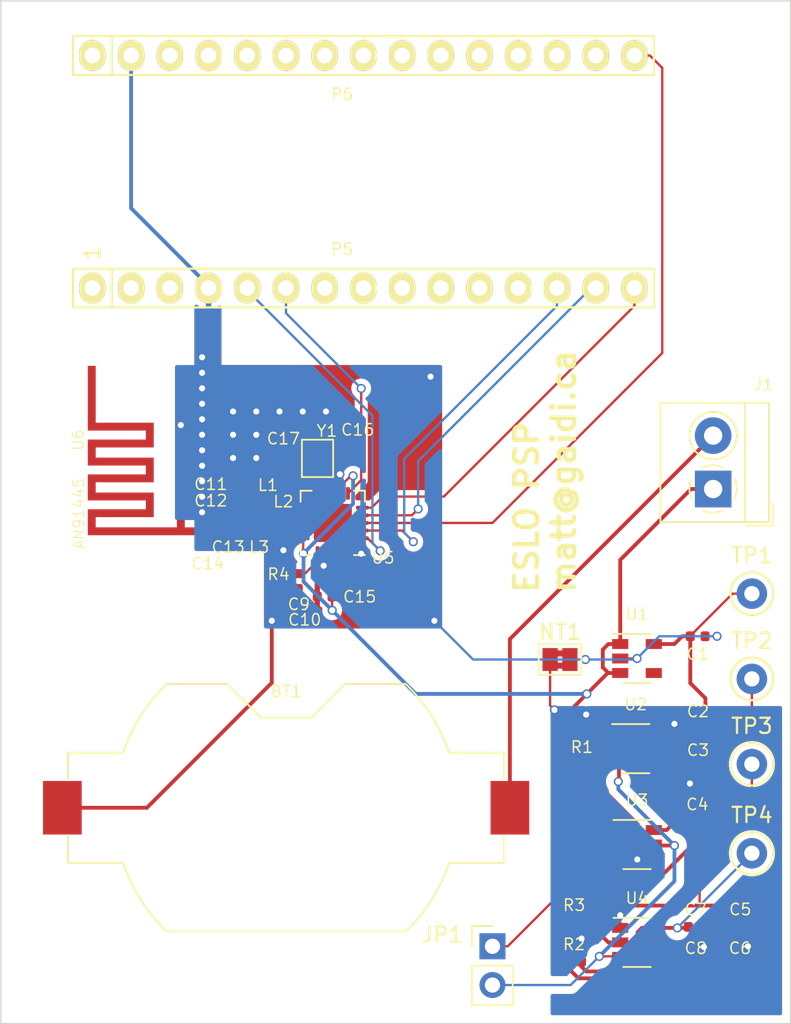
<source format=kicad_pcb>
(kicad_pcb (version 20171130) (host pcbnew "(5.1.5-0-10_14)")

  (general
    (thickness 1.6)
    (drawings 21)
    (tracks 299)
    (zones 0)
    (modules 41)
    (nets 28)
  )

  (page A4)
  (title_block
    (date "jeu. 02 avril 2015")
  )

  (layers
    (0 F.Cu signal)
    (31 B.Cu signal)
    (32 B.Adhes user)
    (33 F.Adhes user)
    (34 B.Paste user)
    (35 F.Paste user hide)
    (36 B.SilkS user hide)
    (37 F.SilkS user)
    (38 B.Mask user)
    (39 F.Mask user hide)
    (40 Dwgs.User user)
    (41 Cmts.User user)
    (42 Eco1.User user)
    (43 Eco2.User user)
    (44 Edge.Cuts user)
    (45 Margin user)
    (46 B.CrtYd user)
    (47 F.CrtYd user)
    (48 B.Fab user)
    (49 F.Fab user hide)
  )

  (setup
    (last_trace_width 0.25)
    (user_trace_width 0.1524)
    (trace_clearance 0.1)
    (zone_clearance 0.35)
    (zone_45_only no)
    (trace_min 0.1524)
    (via_size 0.6)
    (via_drill 0.4)
    (via_min_size 0.4)
    (via_min_drill 0.3)
    (uvia_size 0.3)
    (uvia_drill 0.1)
    (uvias_allowed no)
    (uvia_min_size 0.2)
    (uvia_min_drill 0.1)
    (edge_width 0.1)
    (segment_width 0.15)
    (pcb_text_width 0.3)
    (pcb_text_size 1.5 1.5)
    (mod_edge_width 0.15)
    (mod_text_size 1 1)
    (mod_text_width 0.15)
    (pad_size 1.5 1.5)
    (pad_drill 0.6)
    (pad_to_mask_clearance 0)
    (aux_axis_origin 138.176 110.617)
    (visible_elements FFFFFF7F)
    (pcbplotparams
      (layerselection 0x010f0_ffffffff)
      (usegerberextensions false)
      (usegerberattributes false)
      (usegerberadvancedattributes false)
      (creategerberjobfile false)
      (excludeedgelayer true)
      (linewidth 0.100000)
      (plotframeref false)
      (viasonmask false)
      (mode 1)
      (useauxorigin false)
      (hpglpennumber 1)
      (hpglpenspeed 20)
      (hpglpendiameter 15.000000)
      (psnegative false)
      (psa4output false)
      (plotreference true)
      (plotvalue true)
      (plotinvisibletext false)
      (padsonsilk false)
      (subtractmaskfromsilk false)
      (outputformat 1)
      (mirror false)
      (drillshape 0)
      (scaleselection 1)
      (outputdirectory "export/"))
  )

  (net 0 "")
  (net 1 "Net-(BT1-Pad1)")
  (net 2 +1V8)
  (net 3 VDDA)
  (net 4 VSSA)
  (net 5 GNDD)
  (net 6 SS)
  (net 7 MOSI)
  (net 8 MISO)
  (net 9 SCK)
  (net 10 ~SHDN)
  (net 11 "Net-(C4-Pad2)")
  (net 12 "Net-(C4-Pad1)")
  (net 13 "Net-(C5-Pad2)")
  (net 14 "Net-(C8-Pad2)")
  (net 15 +BATT)
  (net 16 "Net-(C11-Pad1)")
  (net 17 "Net-(C13-Pad2)")
  (net 18 "Net-(C13-Pad1)")
  (net 19 "Net-(C15-Pad1)")
  (net 20 "Net-(C16-Pad1)")
  (net 21 "Net-(C17-Pad1)")
  (net 22 "Net-(L1-Pad1)")
  (net 23 "Net-(L2-Pad2)")
  (net 24 "Net-(R4-Pad1)")
  (net 25 IRQ)
  (net 26 CE)
  (net 27 GNDA)

  (net_class Default "This is the default net class."
    (clearance 0.1)
    (trace_width 0.25)
    (via_dia 0.6)
    (via_drill 0.4)
    (uvia_dia 0.3)
    (uvia_drill 0.1)
    (add_net +1V8)
    (add_net +BATT)
    (add_net CE)
    (add_net GNDA)
    (add_net GNDD)
    (add_net IRQ)
    (add_net MISO)
    (add_net MOSI)
    (add_net "Net-(BT1-Pad1)")
    (add_net "Net-(C11-Pad1)")
    (add_net "Net-(C13-Pad1)")
    (add_net "Net-(C13-Pad2)")
    (add_net "Net-(C15-Pad1)")
    (add_net "Net-(C16-Pad1)")
    (add_net "Net-(C17-Pad1)")
    (add_net "Net-(C4-Pad1)")
    (add_net "Net-(C4-Pad2)")
    (add_net "Net-(C5-Pad2)")
    (add_net "Net-(C8-Pad2)")
    (add_net "Net-(L1-Pad1)")
    (add_net "Net-(L2-Pad2)")
    (add_net "Net-(R4-Pad1)")
    (add_net SCK)
    (add_net SS)
    (add_net VDDA)
    (add_net VSSA)
    (add_net ~SHDN)
  )

  (module TestPoint:TestPoint_Keystone_5000-5004_Miniature (layer F.Cu) (tedit 5A0F774F) (tstamp 5F3F2FA0)
    (at 159.512 95.504)
    (descr "Keystone Miniature THM Test Point 5000-5004, http://www.keyelco.com/product-pdf.cfm?p=1309")
    (tags "Through Hole Mount Test Points")
    (path /5F41D972)
    (fp_text reference TP4 (at 0 -2.5) (layer F.SilkS)
      (effects (font (size 1 1) (thickness 0.15)))
    )
    (fp_text value TP-1.5 (at 0 2.5) (layer F.Fab)
      (effects (font (size 1 1) (thickness 0.15)))
    )
    (fp_circle (center 0 0) (end 1.4 0) (layer F.SilkS) (width 0.15))
    (fp_circle (center 0 0) (end 1.25 0) (layer F.Fab) (width 0.15))
    (fp_circle (center 0 0) (end 1.65 0) (layer F.CrtYd) (width 0.05))
    (fp_line (start -0.75 0.25) (end -0.75 -0.25) (layer F.Fab) (width 0.15))
    (fp_line (start 0.75 0.25) (end -0.75 0.25) (layer F.Fab) (width 0.15))
    (fp_line (start 0.75 -0.25) (end 0.75 0.25) (layer F.Fab) (width 0.15))
    (fp_line (start -0.75 -0.25) (end 0.75 -0.25) (layer F.Fab) (width 0.15))
    (fp_text user %R (at 0 -2.5) (layer F.Fab)
      (effects (font (size 1 1) (thickness 0.15)))
    )
    (pad 1 thru_hole circle (at 0 0) (size 2 2) (drill 1) (layers *.Cu *.Mask)
      (net 4 VSSA))
    (model ${KISYS3DMOD}/TestPoint.3dshapes/TestPoint_Keystone_5000-5004_Miniature.wrl
      (at (xyz 0 0 0))
      (scale (xyz 1 1 1))
      (rotate (xyz 0 0 0))
    )
  )

  (module TestPoint:TestPoint_Keystone_5000-5004_Miniature (layer F.Cu) (tedit 5A0F774F) (tstamp 5F3F2F93)
    (at 159.512 89.662)
    (descr "Keystone Miniature THM Test Point 5000-5004, http://www.keyelco.com/product-pdf.cfm?p=1309")
    (tags "Through Hole Mount Test Points")
    (path /5F41E679)
    (fp_text reference TP3 (at 0 -2.5) (layer F.SilkS)
      (effects (font (size 1 1) (thickness 0.15)))
    )
    (fp_text value TP-3 (at 0 2.5) (layer F.Fab)
      (effects (font (size 1 1) (thickness 0.15)))
    )
    (fp_circle (center 0 0) (end 1.4 0) (layer F.SilkS) (width 0.15))
    (fp_circle (center 0 0) (end 1.25 0) (layer F.Fab) (width 0.15))
    (fp_circle (center 0 0) (end 1.65 0) (layer F.CrtYd) (width 0.05))
    (fp_line (start -0.75 0.25) (end -0.75 -0.25) (layer F.Fab) (width 0.15))
    (fp_line (start 0.75 0.25) (end -0.75 0.25) (layer F.Fab) (width 0.15))
    (fp_line (start 0.75 -0.25) (end 0.75 0.25) (layer F.Fab) (width 0.15))
    (fp_line (start -0.75 -0.25) (end 0.75 -0.25) (layer F.Fab) (width 0.15))
    (fp_text user %R (at 0 -2.5) (layer F.Fab)
      (effects (font (size 1 1) (thickness 0.15)))
    )
    (pad 1 thru_hole circle (at 0 0) (size 2 2) (drill 1) (layers *.Cu *.Mask)
      (net 13 "Net-(C5-Pad2)"))
    (model ${KISYS3DMOD}/TestPoint.3dshapes/TestPoint_Keystone_5000-5004_Miniature.wrl
      (at (xyz 0 0 0))
      (scale (xyz 1 1 1))
      (rotate (xyz 0 0 0))
    )
  )

  (module TestPoint:TestPoint_Keystone_5000-5004_Miniature (layer F.Cu) (tedit 5A0F774F) (tstamp 5F3F2F86)
    (at 159.512 84.074)
    (descr "Keystone Miniature THM Test Point 5000-5004, http://www.keyelco.com/product-pdf.cfm?p=1309")
    (tags "Through Hole Mount Test Points")
    (path /5F419E0E)
    (fp_text reference TP2 (at 0 -2.5) (layer F.SilkS)
      (effects (font (size 1 1) (thickness 0.15)))
    )
    (fp_text value TP1.5 (at 0 2.5) (layer F.Fab)
      (effects (font (size 1 1) (thickness 0.15)))
    )
    (fp_circle (center 0 0) (end 1.4 0) (layer F.SilkS) (width 0.15))
    (fp_circle (center 0 0) (end 1.25 0) (layer F.Fab) (width 0.15))
    (fp_circle (center 0 0) (end 1.65 0) (layer F.CrtYd) (width 0.05))
    (fp_line (start -0.75 0.25) (end -0.75 -0.25) (layer F.Fab) (width 0.15))
    (fp_line (start 0.75 0.25) (end -0.75 0.25) (layer F.Fab) (width 0.15))
    (fp_line (start 0.75 -0.25) (end 0.75 0.25) (layer F.Fab) (width 0.15))
    (fp_line (start -0.75 -0.25) (end 0.75 -0.25) (layer F.Fab) (width 0.15))
    (fp_text user %R (at 0 -2.5) (layer F.Fab)
      (effects (font (size 1 1) (thickness 0.15)))
    )
    (pad 1 thru_hole circle (at 0 0) (size 2 2) (drill 1) (layers *.Cu *.Mask)
      (net 3 VDDA))
    (model ${KISYS3DMOD}/TestPoint.3dshapes/TestPoint_Keystone_5000-5004_Miniature.wrl
      (at (xyz 0 0 0))
      (scale (xyz 1 1 1))
      (rotate (xyz 0 0 0))
    )
  )

  (module TestPoint:TestPoint_Keystone_5000-5004_Miniature (layer F.Cu) (tedit 5A0F774F) (tstamp 5F3F2F79)
    (at 159.512 78.486)
    (descr "Keystone Miniature THM Test Point 5000-5004, http://www.keyelco.com/product-pdf.cfm?p=1309")
    (tags "Through Hole Mount Test Points")
    (path /5F417FA3)
    (fp_text reference TP1 (at 0 -2.5) (layer F.SilkS)
      (effects (font (size 1 1) (thickness 0.15)))
    )
    (fp_text value TP1.8 (at 0 2.5) (layer F.Fab)
      (effects (font (size 1 1) (thickness 0.15)))
    )
    (fp_circle (center 0 0) (end 1.4 0) (layer F.SilkS) (width 0.15))
    (fp_circle (center 0 0) (end 1.25 0) (layer F.Fab) (width 0.15))
    (fp_circle (center 0 0) (end 1.65 0) (layer F.CrtYd) (width 0.05))
    (fp_line (start -0.75 0.25) (end -0.75 -0.25) (layer F.Fab) (width 0.15))
    (fp_line (start 0.75 0.25) (end -0.75 0.25) (layer F.Fab) (width 0.15))
    (fp_line (start 0.75 -0.25) (end 0.75 0.25) (layer F.Fab) (width 0.15))
    (fp_line (start -0.75 -0.25) (end 0.75 -0.25) (layer F.Fab) (width 0.15))
    (fp_text user %R (at 0 -2.5) (layer F.Fab)
      (effects (font (size 1 1) (thickness 0.15)))
    )
    (pad 1 thru_hole circle (at 0 0) (size 2 2) (drill 1) (layers *.Cu *.Mask)
      (net 2 +1V8))
    (model ${KISYS3DMOD}/TestPoint.3dshapes/TestPoint_Keystone_5000-5004_Miniature.wrl
      (at (xyz 0 0 0))
      (scale (xyz 1 1 1))
      (rotate (xyz 0 0 0))
    )
  )

  (module Connector_PinHeader_2.54mm:PinHeader_1x02_P2.54mm_Vertical (layer F.Cu) (tedit 59FED5CC) (tstamp 5F3F2E16)
    (at 142.494 101.6)
    (descr "Through hole straight pin header, 1x02, 2.54mm pitch, single row")
    (tags "Through hole pin header THT 1x02 2.54mm single row")
    (path /5F422FD8)
    (fp_text reference JP1 (at -3.302 -0.762) (layer F.SilkS)
      (effects (font (size 1 1) (thickness 0.15)))
    )
    (fp_text value Jumper (at 0 4.87) (layer F.Fab)
      (effects (font (size 1 1) (thickness 0.15)))
    )
    (fp_text user %R (at 0 1.27 90) (layer F.Fab)
      (effects (font (size 1 1) (thickness 0.15)))
    )
    (fp_line (start 1.8 -1.8) (end -1.8 -1.8) (layer F.CrtYd) (width 0.05))
    (fp_line (start 1.8 4.35) (end 1.8 -1.8) (layer F.CrtYd) (width 0.05))
    (fp_line (start -1.8 4.35) (end 1.8 4.35) (layer F.CrtYd) (width 0.05))
    (fp_line (start -1.8 -1.8) (end -1.8 4.35) (layer F.CrtYd) (width 0.05))
    (fp_line (start -1.33 -1.33) (end 0 -1.33) (layer F.SilkS) (width 0.12))
    (fp_line (start -1.33 0) (end -1.33 -1.33) (layer F.SilkS) (width 0.12))
    (fp_line (start -1.33 1.27) (end 1.33 1.27) (layer F.SilkS) (width 0.12))
    (fp_line (start 1.33 1.27) (end 1.33 3.87) (layer F.SilkS) (width 0.12))
    (fp_line (start -1.33 1.27) (end -1.33 3.87) (layer F.SilkS) (width 0.12))
    (fp_line (start -1.33 3.87) (end 1.33 3.87) (layer F.SilkS) (width 0.12))
    (fp_line (start -1.27 -0.635) (end -0.635 -1.27) (layer F.Fab) (width 0.1))
    (fp_line (start -1.27 3.81) (end -1.27 -0.635) (layer F.Fab) (width 0.1))
    (fp_line (start 1.27 3.81) (end -1.27 3.81) (layer F.Fab) (width 0.1))
    (fp_line (start 1.27 -1.27) (end 1.27 3.81) (layer F.Fab) (width 0.1))
    (fp_line (start -0.635 -1.27) (end 1.27 -1.27) (layer F.Fab) (width 0.1))
    (pad 2 thru_hole oval (at 0 2.54) (size 1.7 1.7) (drill 1) (layers *.Cu *.Mask)
      (net 10 ~SHDN))
    (pad 1 thru_hole rect (at 0 0) (size 1.7 1.7) (drill 1) (layers *.Cu *.Mask)
      (net 15 +BATT))
    (model ${KISYS3DMOD}/Connector_PinHeader_2.54mm.3dshapes/PinHeader_1x02_P2.54mm_Vertical.wrl
      (at (xyz 0 0 0))
      (scale (xyz 1 1 1))
      (rotate (xyz 0 0 0))
    )
  )

  (module "ARBO Parts:AN91445_MG" (layer F.Cu) (tedit 5F3E9198) (tstamp 5F3F1005)
    (at 121.031 70.1666 90)
    (path /5F53D42E)
    (fp_text reference U6 (at 1.75 -5.725 90) (layer F.SilkS)
      (effects (font (size 0.7 0.7) (thickness 0.07)))
    )
    (fp_text value AN91445 (at -3.075 -5.675 90) (layer F.SilkS)
      (effects (font (size 0.7 0.7) (thickness 0.07)))
    )
    (fp_poly (pts (xy -2.794 -1.27) (xy -2.201333 -1.27) (xy -2.201333 -5.08) (xy -0.508 -5.08)
      (xy -0.508 -1.27) (xy 0.084667 -1.27) (xy 0.084667 -5.08) (xy 1.778 -5.08)
      (xy 1.778 -1.27) (xy 2.370667 -1.27) (xy 2.370667 -5.08) (xy 6.604 -5.08)
      (xy 6.604 -4.572) (xy 2.878667 -4.572) (xy 2.878667 -0.762) (xy 1.27 -0.762)
      (xy 1.27 -4.572) (xy 0.592667 -4.572) (xy 0.592667 -0.762) (xy -1.016 -0.762)
      (xy -1.016 -4.572) (xy -1.693333 -4.572) (xy -1.693333 -0.762) (xy -3.302 -0.762)
      (xy -3.302 -4.572) (xy -3.979333 -4.572) (xy -3.979333 0.762) (xy 2.963333 0.762)
      (xy 2.963333 1.27) (xy -3.979333 1.27) (xy -3.98 2.12) (xy -4.487333 2.121495)
      (xy -4.487333 -5.08) (xy -2.794 -5.08) (xy -2.794 -1.27)) (layer F.Cu) (width 0.01))
    (pad 1 smd circle (at -4.23 1.97 90) (size 0.25 0.25) (layers F.Cu F.Paste)
      (net 17 "Net-(C13-Pad2)"))
  )

  (module Jumper:SolderJumper-2_P1.3mm_Bridged2Bar_Pad1.0x1.5mm (layer F.Cu) (tedit 5C756A82) (tstamp 5F3F0018)
    (at 146.924 82.804)
    (descr "SMD Solder Jumper, 1x1.5mm Pads, 0.3mm gap, bridged with 2 copper strips")
    (tags "solder jumper open")
    (path /5F3ED580)
    (attr virtual)
    (fp_text reference NT1 (at 0 -1.8) (layer F.SilkS)
      (effects (font (size 1 1) (thickness 0.15)))
    )
    (fp_text value Net-Tie_2 (at 0 1.9) (layer F.Fab)
      (effects (font (size 1 1) (thickness 0.15)))
    )
    (fp_poly (pts (xy -0.25 -0.6) (xy 0.25 -0.6) (xy 0.25 -0.2) (xy -0.25 -0.2)) (layer F.Cu) (width 0))
    (fp_poly (pts (xy -0.25 0.2) (xy 0.25 0.2) (xy 0.25 0.6) (xy -0.25 0.6)) (layer F.Cu) (width 0))
    (fp_line (start 1.65 1.25) (end -1.65 1.25) (layer F.CrtYd) (width 0.05))
    (fp_line (start 1.65 1.25) (end 1.65 -1.25) (layer F.CrtYd) (width 0.05))
    (fp_line (start -1.65 -1.25) (end -1.65 1.25) (layer F.CrtYd) (width 0.05))
    (fp_line (start -1.65 -1.25) (end 1.65 -1.25) (layer F.CrtYd) (width 0.05))
    (fp_line (start -1.4 -1) (end 1.4 -1) (layer F.SilkS) (width 0.12))
    (fp_line (start 1.4 -1) (end 1.4 1) (layer F.SilkS) (width 0.12))
    (fp_line (start 1.4 1) (end -1.4 1) (layer F.SilkS) (width 0.12))
    (fp_line (start -1.4 1) (end -1.4 -1) (layer F.SilkS) (width 0.12))
    (pad 2 smd rect (at 0.65 0) (size 1 1.5) (layers F.Cu F.Mask)
      (net 5 GNDD))
    (pad 1 smd rect (at -0.65 0) (size 1 1.5) (layers F.Cu F.Mask)
      (net 27 GNDA))
  )

  (module Capacitor_SMD:C_0402_1005Metric (layer F.Cu) (tedit 5B301BBE) (tstamp 5F3DEB55)
    (at 155.829 100.33 180)
    (descr "Capacitor SMD 0402 (1005 Metric), square (rectangular) end terminal, IPC_7351 nominal, (Body size source: http://www.tortai-tech.com/upload/download/2011102023233369053.pdf), generated with kicad-footprint-generator")
    (tags capacitor)
    (path /5F4678A0)
    (attr smd)
    (fp_text reference C7 (at 0 1.143) (layer F.SilkS)
      (effects (font (size 0.75 0.75) (thickness 0.1)))
    )
    (fp_text value 2.2uF (at 0 1.17) (layer F.Fab)
      (effects (font (size 1 1) (thickness 0.15)))
    )
    (fp_text user %R (at 0 0) (layer F.Fab)
      (effects (font (size 0.25 0.25) (thickness 0.04)))
    )
    (fp_line (start 0.93 0.47) (end -0.93 0.47) (layer F.CrtYd) (width 0.05))
    (fp_line (start 0.93 -0.47) (end 0.93 0.47) (layer F.CrtYd) (width 0.05))
    (fp_line (start -0.93 -0.47) (end 0.93 -0.47) (layer F.CrtYd) (width 0.05))
    (fp_line (start -0.93 0.47) (end -0.93 -0.47) (layer F.CrtYd) (width 0.05))
    (fp_line (start 0.5 0.25) (end -0.5 0.25) (layer F.Fab) (width 0.1))
    (fp_line (start 0.5 -0.25) (end 0.5 0.25) (layer F.Fab) (width 0.1))
    (fp_line (start -0.5 -0.25) (end 0.5 -0.25) (layer F.Fab) (width 0.1))
    (fp_line (start -0.5 0.25) (end -0.5 -0.25) (layer F.Fab) (width 0.1))
    (pad 2 smd roundrect (at 0.485 0 180) (size 0.59 0.64) (layers F.Cu F.Paste F.Mask) (roundrect_rratio 0.25)
      (net 4 VSSA))
    (pad 1 smd roundrect (at -0.485 0 180) (size 0.59 0.64) (layers F.Cu F.Paste F.Mask) (roundrect_rratio 0.25)
      (net 27 GNDA))
    (model ${KISYS3DMOD}/Capacitor_SMD.3dshapes/C_0402_1005Metric.wrl
      (at (xyz 0 0 0))
      (scale (xyz 1 1 1))
      (rotate (xyz 0 0 0))
    )
  )

  (module MyAntennas:SXT214 (layer F.Cu) (tedit 5F3D93CA) (tstamp 5F3E94D4)
    (at 131.5425 70.2945 180)
    (path /5F5759EE)
    (fp_text reference Y1 (at -0.093 2.4765) (layer F.SilkS)
      (effects (font (size 0.75 0.75) (thickness 0.1)))
    )
    (fp_text value SXT21412AA16 (at 5.25 5.5) (layer F.Fab)
      (effects (font (size 1 1) (thickness 0.15)))
    )
    (fp_line (start -0.5 -0.55) (end -0.5 -0.55) (layer F.SilkS) (width 0.12))
    (fp_line (start 1.55 -0.55) (end -0.5 -0.55) (layer F.SilkS) (width 0.12))
    (fp_line (start 1.55 1.9) (end 1.55 -0.55) (layer F.SilkS) (width 0.12))
    (fp_line (start -0.5 1.9) (end 1.55 1.9) (layer F.SilkS) (width 0.12))
    (fp_line (start -0.5 -0.55) (end -0.5 1.9) (layer F.SilkS) (width 0.12))
    (pad 4 smd rect (at 1.05 0 180) (size 0.75 0.85) (layers F.Cu F.Paste F.Mask)
      (net 5 GNDD))
    (pad 3 smd rect (at 1.05 1.35 180) (size 0.75 0.85) (layers F.Cu F.Paste F.Mask)
      (net 21 "Net-(C17-Pad1)"))
    (pad 2 smd rect (at 0 1.35 180) (size 0.75 0.85) (layers F.Cu F.Paste F.Mask)
      (net 5 GNDD))
    (pad 1 smd rect (at 0 0 180) (size 0.75 0.85) (layers F.Cu F.Paste F.Mask)
      (net 20 "Net-(C16-Pad1)"))
  )

  (module Package_DFN_QFN:QFN-20-1EP_4x4mm_P0.5mm_EP2.5x2.5mm (layer F.Cu) (tedit 5C1FD453) (tstamp 5F3E9534)
    (at 132.0165 73.8505 180)
    (descr "QFN, 20 Pin (http://ww1.microchip.com/downloads/en/PackagingSpec/00000049BQ.pdf#page=274), generated with kicad-footprint-generator ipc_dfn_qfn_generator.py")
    (tags "QFN DFN_QFN")
    (path /5F4BF2AB)
    (attr smd)
    (fp_text reference U5 (at -3.302 -2.286) (layer F.SilkS)
      (effects (font (size 0.75 0.75) (thickness 0.1)))
    )
    (fp_text value nRF24L01P (at 0 3.3) (layer F.Fab)
      (effects (font (size 1 1) (thickness 0.15)))
    )
    (fp_text user %R (at 0 0) (layer F.Fab)
      (effects (font (size 1 1) (thickness 0.15)))
    )
    (fp_line (start 2.6 -2.6) (end -2.6 -2.6) (layer F.CrtYd) (width 0.05))
    (fp_line (start 2.6 2.6) (end 2.6 -2.6) (layer F.CrtYd) (width 0.05))
    (fp_line (start -2.6 2.6) (end 2.6 2.6) (layer F.CrtYd) (width 0.05))
    (fp_line (start -2.6 -2.6) (end -2.6 2.6) (layer F.CrtYd) (width 0.05))
    (fp_line (start -2 -1) (end -1 -2) (layer F.Fab) (width 0.1))
    (fp_line (start -2 2) (end -2 -1) (layer F.Fab) (width 0.1))
    (fp_line (start 2 2) (end -2 2) (layer F.Fab) (width 0.1))
    (fp_line (start 2 -2) (end 2 2) (layer F.Fab) (width 0.1))
    (fp_line (start -1 -2) (end 2 -2) (layer F.Fab) (width 0.1))
    (fp_line (start -1.385 -2.11) (end -2.11 -2.11) (layer F.SilkS) (width 0.12))
    (fp_line (start 2.11 2.11) (end 2.11 1.385) (layer F.SilkS) (width 0.12))
    (fp_line (start 1.385 2.11) (end 2.11 2.11) (layer F.SilkS) (width 0.12))
    (fp_line (start -2.11 2.11) (end -2.11 1.385) (layer F.SilkS) (width 0.12))
    (fp_line (start -1.385 2.11) (end -2.11 2.11) (layer F.SilkS) (width 0.12))
    (fp_line (start 2.11 -2.11) (end 2.11 -1.385) (layer F.SilkS) (width 0.12))
    (fp_line (start 1.385 -2.11) (end 2.11 -2.11) (layer F.SilkS) (width 0.12))
    (pad 20 smd roundrect (at -1 -1.9375 180) (size 0.25 0.825) (layers F.Cu F.Paste F.Mask) (roundrect_rratio 0.25)
      (net 5 GNDD))
    (pad 19 smd roundrect (at -0.5 -1.9375 180) (size 0.25 0.825) (layers F.Cu F.Paste F.Mask) (roundrect_rratio 0.25)
      (net 19 "Net-(C15-Pad1)"))
    (pad 18 smd roundrect (at 0 -1.9375 180) (size 0.25 0.825) (layers F.Cu F.Paste F.Mask) (roundrect_rratio 0.25)
      (net 15 +BATT))
    (pad 17 smd roundrect (at 0.5 -1.9375 180) (size 0.25 0.825) (layers F.Cu F.Paste F.Mask) (roundrect_rratio 0.25)
      (net 5 GNDD))
    (pad 16 smd roundrect (at 1 -1.9375 180) (size 0.25 0.825) (layers F.Cu F.Paste F.Mask) (roundrect_rratio 0.25)
      (net 24 "Net-(R4-Pad1)"))
    (pad 15 smd roundrect (at 1.9375 -1 180) (size 0.825 0.25) (layers F.Cu F.Paste F.Mask) (roundrect_rratio 0.25)
      (net 15 +BATT))
    (pad 14 smd roundrect (at 1.9375 -0.5 180) (size 0.825 0.25) (layers F.Cu F.Paste F.Mask) (roundrect_rratio 0.25)
      (net 5 GNDD))
    (pad 13 smd roundrect (at 1.9375 0 180) (size 0.825 0.25) (layers F.Cu F.Paste F.Mask) (roundrect_rratio 0.25)
      (net 23 "Net-(L2-Pad2)"))
    (pad 12 smd roundrect (at 1.9375 0.5 180) (size 0.825 0.25) (layers F.Cu F.Paste F.Mask) (roundrect_rratio 0.25)
      (net 22 "Net-(L1-Pad1)"))
    (pad 11 smd roundrect (at 1.9375 1 180) (size 0.825 0.25) (layers F.Cu F.Paste F.Mask) (roundrect_rratio 0.25)
      (net 16 "Net-(C11-Pad1)"))
    (pad 10 smd roundrect (at 1 1.9375 180) (size 0.25 0.825) (layers F.Cu F.Paste F.Mask) (roundrect_rratio 0.25)
      (net 21 "Net-(C17-Pad1)"))
    (pad 9 smd roundrect (at 0.5 1.9375 180) (size 0.25 0.825) (layers F.Cu F.Paste F.Mask) (roundrect_rratio 0.25)
      (net 20 "Net-(C16-Pad1)"))
    (pad 8 smd roundrect (at 0 1.9375 180) (size 0.25 0.825) (layers F.Cu F.Paste F.Mask) (roundrect_rratio 0.25)
      (net 5 GNDD))
    (pad 7 smd roundrect (at -0.5 1.9375 180) (size 0.25 0.825) (layers F.Cu F.Paste F.Mask) (roundrect_rratio 0.25)
      (net 15 +BATT))
    (pad 6 smd roundrect (at -1 1.9375 180) (size 0.25 0.825) (layers F.Cu F.Paste F.Mask) (roundrect_rratio 0.25)
      (net 25 IRQ))
    (pad 5 smd roundrect (at -1.9375 1 180) (size 0.825 0.25) (layers F.Cu F.Paste F.Mask) (roundrect_rratio 0.25)
      (net 8 MISO))
    (pad 4 smd roundrect (at -1.9375 0.5 180) (size 0.825 0.25) (layers F.Cu F.Paste F.Mask) (roundrect_rratio 0.25)
      (net 7 MOSI))
    (pad 3 smd roundrect (at -1.9375 0 180) (size 0.825 0.25) (layers F.Cu F.Paste F.Mask) (roundrect_rratio 0.25)
      (net 9 SCK))
    (pad 2 smd roundrect (at -1.9375 -0.5 180) (size 0.825 0.25) (layers F.Cu F.Paste F.Mask) (roundrect_rratio 0.25)
      (net 6 SS))
    (pad 1 smd roundrect (at -1.9375 -1 180) (size 0.825 0.25) (layers F.Cu F.Paste F.Mask) (roundrect_rratio 0.25)
      (net 26 CE))
    (pad "" smd roundrect (at 0.625 0.625 180) (size 1.01 1.01) (layers F.Paste) (roundrect_rratio 0.247525))
    (pad "" smd roundrect (at 0.625 -0.625 180) (size 1.01 1.01) (layers F.Paste) (roundrect_rratio 0.247525))
    (pad "" smd roundrect (at -0.625 0.625 180) (size 1.01 1.01) (layers F.Paste) (roundrect_rratio 0.247525))
    (pad "" smd roundrect (at -0.625 -0.625 180) (size 1.01 1.01) (layers F.Paste) (roundrect_rratio 0.247525))
    (pad 21 smd roundrect (at 0 0 180) (size 2.5 2.5) (layers F.Cu F.Mask) (roundrect_rratio 0.1))
    (model ${KISYS3DMOD}/Package_DFN_QFN.3dshapes/QFN-20-1EP_4x4mm_P0.5mm_EP2.5x2.5mm.wrl
      (at (xyz 0 0 0))
      (scale (xyz 1 1 1))
      (rotate (xyz 0 0 0))
    )
  )

  (module Package_TO_SOT_SMD:SOT-23-6 (layer F.Cu) (tedit 5A02FF57) (tstamp 5F3DEC9D)
    (at 151.976 94.93)
    (descr "6-pin SOT-23 package")
    (tags SOT-23-6)
    (path /5F449236)
    (attr smd)
    (fp_text reference U3 (at 0 -2.9) (layer F.SilkS)
      (effects (font (size 0.75 0.75) (thickness 0.1)))
    )
    (fp_text value MAX1720 (at 0 2.9) (layer F.Fab)
      (effects (font (size 1 1) (thickness 0.15)))
    )
    (fp_line (start 0.9 -1.55) (end 0.9 1.55) (layer F.Fab) (width 0.1))
    (fp_line (start 0.9 1.55) (end -0.9 1.55) (layer F.Fab) (width 0.1))
    (fp_line (start -0.9 -0.9) (end -0.9 1.55) (layer F.Fab) (width 0.1))
    (fp_line (start 0.9 -1.55) (end -0.25 -1.55) (layer F.Fab) (width 0.1))
    (fp_line (start -0.9 -0.9) (end -0.25 -1.55) (layer F.Fab) (width 0.1))
    (fp_line (start -1.9 -1.8) (end -1.9 1.8) (layer F.CrtYd) (width 0.05))
    (fp_line (start -1.9 1.8) (end 1.9 1.8) (layer F.CrtYd) (width 0.05))
    (fp_line (start 1.9 1.8) (end 1.9 -1.8) (layer F.CrtYd) (width 0.05))
    (fp_line (start 1.9 -1.8) (end -1.9 -1.8) (layer F.CrtYd) (width 0.05))
    (fp_line (start 0.9 -1.61) (end -1.55 -1.61) (layer F.SilkS) (width 0.12))
    (fp_line (start -0.9 1.61) (end 0.9 1.61) (layer F.SilkS) (width 0.12))
    (fp_text user %R (at 0 0 90) (layer F.Fab)
      (effects (font (size 0.5 0.5) (thickness 0.075)))
    )
    (pad 5 smd rect (at 1.1 0) (size 1.06 0.65) (layers F.Cu F.Paste F.Mask)
      (net 10 ~SHDN))
    (pad 6 smd rect (at 1.1 -0.95) (size 1.06 0.65) (layers F.Cu F.Paste F.Mask)
      (net 12 "Net-(C4-Pad1)"))
    (pad 4 smd rect (at 1.1 0.95) (size 1.06 0.65) (layers F.Cu F.Paste F.Mask)
      (net 27 GNDA))
    (pad 3 smd rect (at -1.1 0.95) (size 1.06 0.65) (layers F.Cu F.Paste F.Mask)
      (net 11 "Net-(C4-Pad2)"))
    (pad 2 smd rect (at -1.1 0) (size 1.06 0.65) (layers F.Cu F.Paste F.Mask)
      (net 15 +BATT))
    (pad 1 smd rect (at -1.1 -0.95) (size 1.06 0.65) (layers F.Cu F.Paste F.Mask)
      (net 13 "Net-(C5-Pad2)"))
    (model ${KISYS3DMOD}/Package_TO_SOT_SMD.3dshapes/SOT-23-6.wrl
      (at (xyz 0 0 0))
      (scale (xyz 1 1 1))
      (rotate (xyz 0 0 0))
    )
  )

  (module Package_TO_SOT_SMD:SOT-23-5 (layer F.Cu) (tedit 5A02FF57) (tstamp 5F3DEC73)
    (at 151.976 82.738)
    (descr "5-pin SOT23 package")
    (tags SOT-23-5)
    (path /5F43CE76)
    (attr smd)
    (fp_text reference U1 (at 0 -2.9) (layer F.SilkS)
      (effects (font (size 0.75 0.75) (thickness 0.1)))
    )
    (fp_text value LP5907MFX-1.8 (at 0 2.9) (layer F.Fab)
      (effects (font (size 1 1) (thickness 0.15)))
    )
    (fp_line (start 0.9 -1.55) (end 0.9 1.55) (layer F.Fab) (width 0.1))
    (fp_line (start 0.9 1.55) (end -0.9 1.55) (layer F.Fab) (width 0.1))
    (fp_line (start -0.9 -0.9) (end -0.9 1.55) (layer F.Fab) (width 0.1))
    (fp_line (start 0.9 -1.55) (end -0.25 -1.55) (layer F.Fab) (width 0.1))
    (fp_line (start -0.9 -0.9) (end -0.25 -1.55) (layer F.Fab) (width 0.1))
    (fp_line (start -1.9 1.8) (end -1.9 -1.8) (layer F.CrtYd) (width 0.05))
    (fp_line (start 1.9 1.8) (end -1.9 1.8) (layer F.CrtYd) (width 0.05))
    (fp_line (start 1.9 -1.8) (end 1.9 1.8) (layer F.CrtYd) (width 0.05))
    (fp_line (start -1.9 -1.8) (end 1.9 -1.8) (layer F.CrtYd) (width 0.05))
    (fp_line (start 0.9 -1.61) (end -1.55 -1.61) (layer F.SilkS) (width 0.12))
    (fp_line (start -0.9 1.61) (end 0.9 1.61) (layer F.SilkS) (width 0.12))
    (fp_text user %R (at 0 0 90) (layer F.Fab)
      (effects (font (size 0.5 0.5) (thickness 0.075)))
    )
    (pad 5 smd rect (at 1.1 -0.95) (size 1.06 0.65) (layers F.Cu F.Paste F.Mask)
      (net 2 +1V8))
    (pad 4 smd rect (at 1.1 0.95) (size 1.06 0.65) (layers F.Cu F.Paste F.Mask))
    (pad 3 smd rect (at -1.1 0.95) (size 1.06 0.65) (layers F.Cu F.Paste F.Mask)
      (net 15 +BATT))
    (pad 2 smd rect (at -1.1 0) (size 1.06 0.65) (layers F.Cu F.Paste F.Mask)
      (net 5 GNDD))
    (pad 1 smd rect (at -1.1 -0.95) (size 1.06 0.65) (layers F.Cu F.Paste F.Mask)
      (net 15 +BATT))
    (model ${KISYS3DMOD}/Package_TO_SOT_SMD.3dshapes/SOT-23-5.wrl
      (at (xyz 0 0 0))
      (scale (xyz 1 1 1))
      (rotate (xyz 0 0 0))
    )
  )

  (module Resistor_SMD:R_0402_1005Metric (layer F.Cu) (tedit 5B301BBD) (tstamp 5F3E94AC)
    (at 129.7305 77.6605 270)
    (descr "Resistor SMD 0402 (1005 Metric), square (rectangular) end terminal, IPC_7351 nominal, (Body size source: http://www.tortai-tech.com/upload/download/2011102023233369053.pdf), generated with kicad-footprint-generator")
    (tags resistor)
    (path /5F4E3FC0)
    (attr smd)
    (fp_text reference R4 (at -0.4445 1.27 180) (layer F.SilkS)
      (effects (font (size 0.75 0.75) (thickness 0.1)))
    )
    (fp_text value 22k (at 0 1.17 90) (layer F.Fab)
      (effects (font (size 1 1) (thickness 0.15)))
    )
    (fp_text user %R (at 0 0 90) (layer F.Fab)
      (effects (font (size 0.25 0.25) (thickness 0.04)))
    )
    (fp_line (start 0.93 0.47) (end -0.93 0.47) (layer F.CrtYd) (width 0.05))
    (fp_line (start 0.93 -0.47) (end 0.93 0.47) (layer F.CrtYd) (width 0.05))
    (fp_line (start -0.93 -0.47) (end 0.93 -0.47) (layer F.CrtYd) (width 0.05))
    (fp_line (start -0.93 0.47) (end -0.93 -0.47) (layer F.CrtYd) (width 0.05))
    (fp_line (start 0.5 0.25) (end -0.5 0.25) (layer F.Fab) (width 0.1))
    (fp_line (start 0.5 -0.25) (end 0.5 0.25) (layer F.Fab) (width 0.1))
    (fp_line (start -0.5 -0.25) (end 0.5 -0.25) (layer F.Fab) (width 0.1))
    (fp_line (start -0.5 0.25) (end -0.5 -0.25) (layer F.Fab) (width 0.1))
    (pad 2 smd roundrect (at 0.485 0 270) (size 0.59 0.64) (layers F.Cu F.Paste F.Mask) (roundrect_rratio 0.25)
      (net 5 GNDD))
    (pad 1 smd roundrect (at -0.485 0 270) (size 0.59 0.64) (layers F.Cu F.Paste F.Mask) (roundrect_rratio 0.25)
      (net 24 "Net-(R4-Pad1)"))
    (model ${KISYS3DMOD}/Resistor_SMD.3dshapes/R_0402_1005Metric.wrl
      (at (xyz 0 0 0))
      (scale (xyz 1 1 1))
      (rotate (xyz 0 0 0))
    )
  )

  (module Inductor_SMD:L_0402_1005Metric (layer F.Cu) (tedit 5B301BBE) (tstamp 5F3E9482)
    (at 127.1675 74.3585 180)
    (descr "Inductor SMD 0402 (1005 Metric), square (rectangular) end terminal, IPC_7351 nominal, (Body size source: http://www.tortai-tech.com/upload/download/2011102023233369053.pdf), generated with kicad-footprint-generator")
    (tags inductor)
    (path /5F5180BB)
    (attr smd)
    (fp_text reference L3 (at -0.023 -1.0795) (layer F.SilkS)
      (effects (font (size 0.75 0.75) (thickness 0.1)))
    )
    (fp_text value 3.9nH (at 0 1.17) (layer F.Fab)
      (effects (font (size 1 1) (thickness 0.15)))
    )
    (fp_text user %R (at 0 0) (layer F.Fab)
      (effects (font (size 0.25 0.25) (thickness 0.04)))
    )
    (fp_line (start 0.93 0.47) (end -0.93 0.47) (layer F.CrtYd) (width 0.05))
    (fp_line (start 0.93 -0.47) (end 0.93 0.47) (layer F.CrtYd) (width 0.05))
    (fp_line (start -0.93 -0.47) (end 0.93 -0.47) (layer F.CrtYd) (width 0.05))
    (fp_line (start -0.93 0.47) (end -0.93 -0.47) (layer F.CrtYd) (width 0.05))
    (fp_line (start 0.5 0.25) (end -0.5 0.25) (layer F.Fab) (width 0.1))
    (fp_line (start 0.5 -0.25) (end 0.5 0.25) (layer F.Fab) (width 0.1))
    (fp_line (start -0.5 -0.25) (end 0.5 -0.25) (layer F.Fab) (width 0.1))
    (fp_line (start -0.5 0.25) (end -0.5 -0.25) (layer F.Fab) (width 0.1))
    (pad 2 smd roundrect (at 0.485 0 180) (size 0.59 0.64) (layers F.Cu F.Paste F.Mask) (roundrect_rratio 0.25)
      (net 18 "Net-(C13-Pad1)"))
    (pad 1 smd roundrect (at -0.485 0 180) (size 0.59 0.64) (layers F.Cu F.Paste F.Mask) (roundrect_rratio 0.25)
      (net 23 "Net-(L2-Pad2)"))
    (model ${KISYS3DMOD}/Inductor_SMD.3dshapes/L_0402_1005Metric.wrl
      (at (xyz 0 0 0))
      (scale (xyz 1 1 1))
      (rotate (xyz 0 0 0))
    )
  )

  (module Inductor_SMD:L_0402_1005Metric (layer F.Cu) (tedit 5B301BBE) (tstamp 5F3E942E)
    (at 128.7145 73.8505 270)
    (descr "Inductor SMD 0402 (1005 Metric), square (rectangular) end terminal, IPC_7351 nominal, (Body size source: http://www.tortai-tech.com/upload/download/2011102023233369053.pdf), generated with kicad-footprint-generator")
    (tags inductor)
    (path /5F50FE02)
    (attr smd)
    (fp_text reference L2 (at -1.397 -0.0635 180) (layer F.SilkS)
      (effects (font (size 0.75 0.75) (thickness 0.1)))
    )
    (fp_text value 8.2nH (at 0 1.17 90) (layer F.Fab)
      (effects (font (size 1 1) (thickness 0.15)))
    )
    (fp_text user %R (at 0 0 90) (layer F.Fab)
      (effects (font (size 0.25 0.25) (thickness 0.04)))
    )
    (fp_line (start 0.93 0.47) (end -0.93 0.47) (layer F.CrtYd) (width 0.05))
    (fp_line (start 0.93 -0.47) (end 0.93 0.47) (layer F.CrtYd) (width 0.05))
    (fp_line (start -0.93 -0.47) (end 0.93 -0.47) (layer F.CrtYd) (width 0.05))
    (fp_line (start -0.93 0.47) (end -0.93 -0.47) (layer F.CrtYd) (width 0.05))
    (fp_line (start 0.5 0.25) (end -0.5 0.25) (layer F.Fab) (width 0.1))
    (fp_line (start 0.5 -0.25) (end 0.5 0.25) (layer F.Fab) (width 0.1))
    (fp_line (start -0.5 -0.25) (end 0.5 -0.25) (layer F.Fab) (width 0.1))
    (fp_line (start -0.5 0.25) (end -0.5 -0.25) (layer F.Fab) (width 0.1))
    (pad 2 smd roundrect (at 0.485 0 270) (size 0.59 0.64) (layers F.Cu F.Paste F.Mask) (roundrect_rratio 0.25)
      (net 23 "Net-(L2-Pad2)"))
    (pad 1 smd roundrect (at -0.485 0 270) (size 0.59 0.64) (layers F.Cu F.Paste F.Mask) (roundrect_rratio 0.25)
      (net 22 "Net-(L1-Pad1)"))
    (model ${KISYS3DMOD}/Inductor_SMD.3dshapes/L_0402_1005Metric.wrl
      (at (xyz 0 0 0))
      (scale (xyz 1 1 1))
      (rotate (xyz 0 0 0))
    )
  )

  (module Inductor_SMD:L_0402_1005Metric (layer F.Cu) (tedit 5B301BBE) (tstamp 5F3E9458)
    (at 127.6985 72.8115 90)
    (descr "Inductor SMD 0402 (1005 Metric), square (rectangular) end terminal, IPC_7351 nominal, (Body size source: http://www.tortai-tech.com/upload/download/2011102023233369053.pdf), generated with kicad-footprint-generator")
    (tags inductor)
    (path /5F5197EC)
    (attr smd)
    (fp_text reference L1 (at 1.4375 0.0635 180) (layer F.SilkS)
      (effects (font (size 0.75 0.75) (thickness 0.1)))
    )
    (fp_text value 2.7nH (at 0 1.17 90) (layer F.Fab)
      (effects (font (size 1 1) (thickness 0.15)))
    )
    (fp_text user %R (at 0 0 90) (layer F.Fab)
      (effects (font (size 0.25 0.25) (thickness 0.04)))
    )
    (fp_line (start 0.93 0.47) (end -0.93 0.47) (layer F.CrtYd) (width 0.05))
    (fp_line (start 0.93 -0.47) (end 0.93 0.47) (layer F.CrtYd) (width 0.05))
    (fp_line (start -0.93 -0.47) (end 0.93 -0.47) (layer F.CrtYd) (width 0.05))
    (fp_line (start -0.93 0.47) (end -0.93 -0.47) (layer F.CrtYd) (width 0.05))
    (fp_line (start 0.5 0.25) (end -0.5 0.25) (layer F.Fab) (width 0.1))
    (fp_line (start 0.5 -0.25) (end 0.5 0.25) (layer F.Fab) (width 0.1))
    (fp_line (start -0.5 -0.25) (end 0.5 -0.25) (layer F.Fab) (width 0.1))
    (fp_line (start -0.5 0.25) (end -0.5 -0.25) (layer F.Fab) (width 0.1))
    (pad 2 smd roundrect (at 0.485 0 90) (size 0.59 0.64) (layers F.Cu F.Paste F.Mask) (roundrect_rratio 0.25)
      (net 16 "Net-(C11-Pad1)"))
    (pad 1 smd roundrect (at -0.485 0 90) (size 0.59 0.64) (layers F.Cu F.Paste F.Mask) (roundrect_rratio 0.25)
      (net 22 "Net-(L1-Pad1)"))
    (model ${KISYS3DMOD}/Inductor_SMD.3dshapes/L_0402_1005Metric.wrl
      (at (xyz 0 0 0))
      (scale (xyz 1 1 1))
      (rotate (xyz 0 0 0))
    )
  )

  (module Capacitor_SMD:C_0402_1005Metric (layer F.Cu) (tedit 5B301BBE) (tstamp 5F3E9404)
    (at 128.778 69.873 270)
    (descr "Capacitor SMD 0402 (1005 Metric), square (rectangular) end terminal, IPC_7351 nominal, (Body size source: http://www.tortai-tech.com/upload/download/2011102023233369053.pdf), generated with kicad-footprint-generator")
    (tags capacitor)
    (path /5F4ED177)
    (attr smd)
    (fp_text reference C17 (at -1.547 0 180) (layer F.SilkS)
      (effects (font (size 0.75 0.75) (thickness 0.1)))
    )
    (fp_text value 22pF (at 0 1.17 90) (layer F.Fab)
      (effects (font (size 1 1) (thickness 0.15)))
    )
    (fp_text user %R (at 0 0 90) (layer F.Fab)
      (effects (font (size 0.25 0.25) (thickness 0.04)))
    )
    (fp_line (start 0.93 0.47) (end -0.93 0.47) (layer F.CrtYd) (width 0.05))
    (fp_line (start 0.93 -0.47) (end 0.93 0.47) (layer F.CrtYd) (width 0.05))
    (fp_line (start -0.93 -0.47) (end 0.93 -0.47) (layer F.CrtYd) (width 0.05))
    (fp_line (start -0.93 0.47) (end -0.93 -0.47) (layer F.CrtYd) (width 0.05))
    (fp_line (start 0.5 0.25) (end -0.5 0.25) (layer F.Fab) (width 0.1))
    (fp_line (start 0.5 -0.25) (end 0.5 0.25) (layer F.Fab) (width 0.1))
    (fp_line (start -0.5 -0.25) (end 0.5 -0.25) (layer F.Fab) (width 0.1))
    (fp_line (start -0.5 0.25) (end -0.5 -0.25) (layer F.Fab) (width 0.1))
    (pad 2 smd roundrect (at 0.485 0 270) (size 0.59 0.64) (layers F.Cu F.Paste F.Mask) (roundrect_rratio 0.25)
      (net 5 GNDD))
    (pad 1 smd roundrect (at -0.485 0 270) (size 0.59 0.64) (layers F.Cu F.Paste F.Mask) (roundrect_rratio 0.25)
      (net 21 "Net-(C17-Pad1)"))
    (model ${KISYS3DMOD}/Capacitor_SMD.3dshapes/C_0402_1005Metric.wrl
      (at (xyz 0 0 0))
      (scale (xyz 1 1 1))
      (rotate (xyz 0 0 0))
    )
  )

  (module Capacitor_SMD:C_0402_1005Metric (layer F.Cu) (tedit 5B301BBE) (tstamp 5F3ECD0B)
    (at 133.1468 69.2936 90)
    (descr "Capacitor SMD 0402 (1005 Metric), square (rectangular) end terminal, IPC_7351 nominal, (Body size source: http://www.tortai-tech.com/upload/download/2011102023233369053.pdf), generated with kicad-footprint-generator")
    (tags capacitor)
    (path /5F4EDC56)
    (attr smd)
    (fp_text reference C16 (at 1.547 0.508 180) (layer F.SilkS)
      (effects (font (size 0.75 0.75) (thickness 0.1)))
    )
    (fp_text value 22pF (at 0 1.17 90) (layer F.Fab)
      (effects (font (size 1 1) (thickness 0.15)))
    )
    (fp_text user %R (at 0 0 90) (layer F.Fab)
      (effects (font (size 0.25 0.25) (thickness 0.04)))
    )
    (fp_line (start 0.93 0.47) (end -0.93 0.47) (layer F.CrtYd) (width 0.05))
    (fp_line (start 0.93 -0.47) (end 0.93 0.47) (layer F.CrtYd) (width 0.05))
    (fp_line (start -0.93 -0.47) (end 0.93 -0.47) (layer F.CrtYd) (width 0.05))
    (fp_line (start -0.93 0.47) (end -0.93 -0.47) (layer F.CrtYd) (width 0.05))
    (fp_line (start 0.5 0.25) (end -0.5 0.25) (layer F.Fab) (width 0.1))
    (fp_line (start 0.5 -0.25) (end 0.5 0.25) (layer F.Fab) (width 0.1))
    (fp_line (start -0.5 -0.25) (end 0.5 -0.25) (layer F.Fab) (width 0.1))
    (fp_line (start -0.5 0.25) (end -0.5 -0.25) (layer F.Fab) (width 0.1))
    (pad 2 smd roundrect (at 0.485 0 90) (size 0.59 0.64) (layers F.Cu F.Paste F.Mask) (roundrect_rratio 0.25)
      (net 5 GNDD))
    (pad 1 smd roundrect (at -0.485 0 90) (size 0.59 0.64) (layers F.Cu F.Paste F.Mask) (roundrect_rratio 0.25)
      (net 20 "Net-(C16-Pad1)"))
    (model ${KISYS3DMOD}/Capacitor_SMD.3dshapes/C_0402_1005Metric.wrl
      (at (xyz 0 0 0))
      (scale (xyz 1 1 1))
      (rotate (xyz 0 0 0))
    )
  )

  (module Capacitor_SMD:C_0402_1005Metric (layer F.Cu) (tedit 5B301BBE) (tstamp 5F3E95C6)
    (at 133.7715 77.4065)
    (descr "Capacitor SMD 0402 (1005 Metric), square (rectangular) end terminal, IPC_7351 nominal, (Body size source: http://www.tortai-tech.com/upload/download/2011102023233369053.pdf), generated with kicad-footprint-generator")
    (tags capacitor)
    (path /5F4C21CE)
    (attr smd)
    (fp_text reference C15 (at 0.0103 1.2827) (layer F.SilkS)
      (effects (font (size 0.75 0.75) (thickness 0.1)))
    )
    (fp_text value 33nF (at 0 1.17) (layer F.Fab)
      (effects (font (size 1 1) (thickness 0.15)))
    )
    (fp_text user %R (at 0 0) (layer F.Fab)
      (effects (font (size 0.25 0.25) (thickness 0.04)))
    )
    (fp_line (start 0.93 0.47) (end -0.93 0.47) (layer F.CrtYd) (width 0.05))
    (fp_line (start 0.93 -0.47) (end 0.93 0.47) (layer F.CrtYd) (width 0.05))
    (fp_line (start -0.93 -0.47) (end 0.93 -0.47) (layer F.CrtYd) (width 0.05))
    (fp_line (start -0.93 0.47) (end -0.93 -0.47) (layer F.CrtYd) (width 0.05))
    (fp_line (start 0.5 0.25) (end -0.5 0.25) (layer F.Fab) (width 0.1))
    (fp_line (start 0.5 -0.25) (end 0.5 0.25) (layer F.Fab) (width 0.1))
    (fp_line (start -0.5 -0.25) (end 0.5 -0.25) (layer F.Fab) (width 0.1))
    (fp_line (start -0.5 0.25) (end -0.5 -0.25) (layer F.Fab) (width 0.1))
    (pad 2 smd roundrect (at 0.485 0) (size 0.59 0.64) (layers F.Cu F.Paste F.Mask) (roundrect_rratio 0.25)
      (net 5 GNDD))
    (pad 1 smd roundrect (at -0.485 0) (size 0.59 0.64) (layers F.Cu F.Paste F.Mask) (roundrect_rratio 0.25)
      (net 19 "Net-(C15-Pad1)"))
    (model ${KISYS3DMOD}/Capacitor_SMD.3dshapes/C_0402_1005Metric.wrl
      (at (xyz 0 0 0))
      (scale (xyz 1 1 1))
      (rotate (xyz 0 0 0))
    )
  )

  (module Capacitor_SMD:C_0402_1005Metric (layer F.Cu) (tedit 5B301BBE) (tstamp 5F3E95F0)
    (at 123.6345 74.8895 270)
    (descr "Capacitor SMD 0402 (1005 Metric), square (rectangular) end terminal, IPC_7351 nominal, (Body size source: http://www.tortai-tech.com/upload/download/2011102023233369053.pdf), generated with kicad-footprint-generator")
    (tags capacitor)
    (path /5F533CE9)
    (attr smd)
    (fp_text reference C14 (at 1.628 -0.1905 180) (layer F.SilkS)
      (effects (font (size 0.75 0.75) (thickness 0.1)))
    )
    (fp_text value 1pF (at 0 1.17 90) (layer F.Fab)
      (effects (font (size 1 1) (thickness 0.15)))
    )
    (fp_text user %R (at 0 0 90) (layer F.Fab)
      (effects (font (size 0.25 0.25) (thickness 0.04)))
    )
    (fp_line (start 0.93 0.47) (end -0.93 0.47) (layer F.CrtYd) (width 0.05))
    (fp_line (start 0.93 -0.47) (end 0.93 0.47) (layer F.CrtYd) (width 0.05))
    (fp_line (start -0.93 -0.47) (end 0.93 -0.47) (layer F.CrtYd) (width 0.05))
    (fp_line (start -0.93 0.47) (end -0.93 -0.47) (layer F.CrtYd) (width 0.05))
    (fp_line (start 0.5 0.25) (end -0.5 0.25) (layer F.Fab) (width 0.1))
    (fp_line (start 0.5 -0.25) (end 0.5 0.25) (layer F.Fab) (width 0.1))
    (fp_line (start -0.5 -0.25) (end 0.5 -0.25) (layer F.Fab) (width 0.1))
    (fp_line (start -0.5 0.25) (end -0.5 -0.25) (layer F.Fab) (width 0.1))
    (pad 2 smd roundrect (at 0.485 0 270) (size 0.59 0.64) (layers F.Cu F.Paste F.Mask) (roundrect_rratio 0.25)
      (net 5 GNDD))
    (pad 1 smd roundrect (at -0.485 0 270) (size 0.59 0.64) (layers F.Cu F.Paste F.Mask) (roundrect_rratio 0.25)
      (net 17 "Net-(C13-Pad2)"))
    (model ${KISYS3DMOD}/Capacitor_SMD.3dshapes/C_0402_1005Metric.wrl
      (at (xyz 0 0 0))
      (scale (xyz 1 1 1))
      (rotate (xyz 0 0 0))
    )
  )

  (module Capacitor_SMD:C_0402_1005Metric (layer F.Cu) (tedit 5B301BBE) (tstamp 5F3E961A)
    (at 125.1355 74.3585 180)
    (descr "Capacitor SMD 0402 (1005 Metric), square (rectangular) end terminal, IPC_7351 nominal, (Body size source: http://www.tortai-tech.com/upload/download/2011102023233369053.pdf), generated with kicad-footprint-generator")
    (tags capacitor)
    (path /5F532915)
    (attr smd)
    (fp_text reference C13 (at -0.023 -1.0795) (layer F.SilkS)
      (effects (font (size 0.75 0.75) (thickness 0.1)))
    )
    (fp_text value 1.5pF (at 0 1.17) (layer F.Fab)
      (effects (font (size 1 1) (thickness 0.15)))
    )
    (fp_text user %R (at 0 0) (layer F.Fab)
      (effects (font (size 0.25 0.25) (thickness 0.04)))
    )
    (fp_line (start 0.93 0.47) (end -0.93 0.47) (layer F.CrtYd) (width 0.05))
    (fp_line (start 0.93 -0.47) (end 0.93 0.47) (layer F.CrtYd) (width 0.05))
    (fp_line (start -0.93 -0.47) (end 0.93 -0.47) (layer F.CrtYd) (width 0.05))
    (fp_line (start -0.93 0.47) (end -0.93 -0.47) (layer F.CrtYd) (width 0.05))
    (fp_line (start 0.5 0.25) (end -0.5 0.25) (layer F.Fab) (width 0.1))
    (fp_line (start 0.5 -0.25) (end 0.5 0.25) (layer F.Fab) (width 0.1))
    (fp_line (start -0.5 -0.25) (end 0.5 -0.25) (layer F.Fab) (width 0.1))
    (fp_line (start -0.5 0.25) (end -0.5 -0.25) (layer F.Fab) (width 0.1))
    (pad 2 smd roundrect (at 0.485 0 180) (size 0.59 0.64) (layers F.Cu F.Paste F.Mask) (roundrect_rratio 0.25)
      (net 17 "Net-(C13-Pad2)"))
    (pad 1 smd roundrect (at -0.485 0 180) (size 0.59 0.64) (layers F.Cu F.Paste F.Mask) (roundrect_rratio 0.25)
      (net 18 "Net-(C13-Pad1)"))
    (model ${KISYS3DMOD}/Capacitor_SMD.3dshapes/C_0402_1005Metric.wrl
      (at (xyz 0 0 0))
      (scale (xyz 1 1 1))
      (rotate (xyz 0 0 0))
    )
  )

  (module Capacitor_SMD:C_0402_1005Metric (layer F.Cu) (tedit 5B301BBE) (tstamp 5F3E9644)
    (at 126.1515 72.3265 180)
    (descr "Capacitor SMD 0402 (1005 Metric), square (rectangular) end terminal, IPC_7351 nominal, (Body size source: http://www.tortai-tech.com/upload/download/2011102023233369053.pdf), generated with kicad-footprint-generator")
    (tags capacitor)
    (path /5F525541)
    (attr smd)
    (fp_text reference C12 (at 2.136 -0.0635) (layer F.SilkS)
      (effects (font (size 0.75 0.75) (thickness 0.1)))
    )
    (fp_text value 2.2nF (at 0 1.17) (layer F.Fab)
      (effects (font (size 1 1) (thickness 0.15)))
    )
    (fp_text user %R (at 0 0) (layer F.Fab)
      (effects (font (size 0.25 0.25) (thickness 0.04)))
    )
    (fp_line (start 0.93 0.47) (end -0.93 0.47) (layer F.CrtYd) (width 0.05))
    (fp_line (start 0.93 -0.47) (end 0.93 0.47) (layer F.CrtYd) (width 0.05))
    (fp_line (start -0.93 -0.47) (end 0.93 -0.47) (layer F.CrtYd) (width 0.05))
    (fp_line (start -0.93 0.47) (end -0.93 -0.47) (layer F.CrtYd) (width 0.05))
    (fp_line (start 0.5 0.25) (end -0.5 0.25) (layer F.Fab) (width 0.1))
    (fp_line (start 0.5 -0.25) (end 0.5 0.25) (layer F.Fab) (width 0.1))
    (fp_line (start -0.5 -0.25) (end 0.5 -0.25) (layer F.Fab) (width 0.1))
    (fp_line (start -0.5 0.25) (end -0.5 -0.25) (layer F.Fab) (width 0.1))
    (pad 2 smd roundrect (at 0.485 0 180) (size 0.59 0.64) (layers F.Cu F.Paste F.Mask) (roundrect_rratio 0.25)
      (net 5 GNDD))
    (pad 1 smd roundrect (at -0.485 0 180) (size 0.59 0.64) (layers F.Cu F.Paste F.Mask) (roundrect_rratio 0.25)
      (net 16 "Net-(C11-Pad1)"))
    (model ${KISYS3DMOD}/Capacitor_SMD.3dshapes/C_0402_1005Metric.wrl
      (at (xyz 0 0 0))
      (scale (xyz 1 1 1))
      (rotate (xyz 0 0 0))
    )
  )

  (module Capacitor_SMD:C_0402_1005Metric (layer F.Cu) (tedit 5B301BBE) (tstamp 5F3E966E)
    (at 126.1745 71.3105 180)
    (descr "Capacitor SMD 0402 (1005 Metric), square (rectangular) end terminal, IPC_7351 nominal, (Body size source: http://www.tortai-tech.com/upload/download/2011102023233369053.pdf), generated with kicad-footprint-generator")
    (tags capacitor)
    (path /5F524EAC)
    (attr smd)
    (fp_text reference C11 (at 2.159 0) (layer F.SilkS)
      (effects (font (size 0.75 0.75) (thickness 0.1)))
    )
    (fp_text value 4.7pF (at 0 1.17) (layer F.Fab)
      (effects (font (size 1 1) (thickness 0.15)))
    )
    (fp_text user %R (at 0 0) (layer F.Fab)
      (effects (font (size 0.25 0.25) (thickness 0.04)))
    )
    (fp_line (start 0.93 0.47) (end -0.93 0.47) (layer F.CrtYd) (width 0.05))
    (fp_line (start 0.93 -0.47) (end 0.93 0.47) (layer F.CrtYd) (width 0.05))
    (fp_line (start -0.93 -0.47) (end 0.93 -0.47) (layer F.CrtYd) (width 0.05))
    (fp_line (start -0.93 0.47) (end -0.93 -0.47) (layer F.CrtYd) (width 0.05))
    (fp_line (start 0.5 0.25) (end -0.5 0.25) (layer F.Fab) (width 0.1))
    (fp_line (start 0.5 -0.25) (end 0.5 0.25) (layer F.Fab) (width 0.1))
    (fp_line (start -0.5 -0.25) (end 0.5 -0.25) (layer F.Fab) (width 0.1))
    (fp_line (start -0.5 0.25) (end -0.5 -0.25) (layer F.Fab) (width 0.1))
    (pad 2 smd roundrect (at 0.485 0 180) (size 0.59 0.64) (layers F.Cu F.Paste F.Mask) (roundrect_rratio 0.25)
      (net 5 GNDD))
    (pad 1 smd roundrect (at -0.485 0 180) (size 0.59 0.64) (layers F.Cu F.Paste F.Mask) (roundrect_rratio 0.25)
      (net 16 "Net-(C11-Pad1)"))
    (model ${KISYS3DMOD}/Capacitor_SMD.3dshapes/C_0402_1005Metric.wrl
      (at (xyz 0 0 0))
      (scale (xyz 1 1 1))
      (rotate (xyz 0 0 0))
    )
  )

  (module Capacitor_SMD:C_0402_1005Metric (layer F.Cu) (tedit 5B301BBE) (tstamp 5F3E9698)
    (at 131.4855 78.6765 180)
    (descr "Capacitor SMD 0402 (1005 Metric), square (rectangular) end terminal, IPC_7351 nominal, (Body size source: http://www.tortai-tech.com/upload/download/2011102023233369053.pdf), generated with kicad-footprint-generator")
    (tags capacitor)
    (path /5F4D7760)
    (attr smd)
    (fp_text reference C10 (at 1.3105 -1.524) (layer F.SilkS)
      (effects (font (size 0.75 0.75) (thickness 0.1)))
    )
    (fp_text value 1nF (at 0 1.17) (layer F.Fab)
      (effects (font (size 1 1) (thickness 0.15)))
    )
    (fp_text user %R (at 0 0) (layer F.Fab)
      (effects (font (size 0.25 0.25) (thickness 0.04)))
    )
    (fp_line (start 0.93 0.47) (end -0.93 0.47) (layer F.CrtYd) (width 0.05))
    (fp_line (start 0.93 -0.47) (end 0.93 0.47) (layer F.CrtYd) (width 0.05))
    (fp_line (start -0.93 -0.47) (end 0.93 -0.47) (layer F.CrtYd) (width 0.05))
    (fp_line (start -0.93 0.47) (end -0.93 -0.47) (layer F.CrtYd) (width 0.05))
    (fp_line (start 0.5 0.25) (end -0.5 0.25) (layer F.Fab) (width 0.1))
    (fp_line (start 0.5 -0.25) (end 0.5 0.25) (layer F.Fab) (width 0.1))
    (fp_line (start -0.5 -0.25) (end 0.5 -0.25) (layer F.Fab) (width 0.1))
    (fp_line (start -0.5 0.25) (end -0.5 -0.25) (layer F.Fab) (width 0.1))
    (pad 2 smd roundrect (at 0.485 0 180) (size 0.59 0.64) (layers F.Cu F.Paste F.Mask) (roundrect_rratio 0.25)
      (net 5 GNDD))
    (pad 1 smd roundrect (at -0.485 0 180) (size 0.59 0.64) (layers F.Cu F.Paste F.Mask) (roundrect_rratio 0.25)
      (net 15 +BATT))
    (model ${KISYS3DMOD}/Capacitor_SMD.3dshapes/C_0402_1005Metric.wrl
      (at (xyz 0 0 0))
      (scale (xyz 1 1 1))
      (rotate (xyz 0 0 0))
    )
  )

  (module Capacitor_SMD:C_0402_1005Metric (layer F.Cu) (tedit 5B301BBE) (tstamp 5F3E96C2)
    (at 131.4855 77.4065 180)
    (descr "Capacitor SMD 0402 (1005 Metric), square (rectangular) end terminal, IPC_7351 nominal, (Body size source: http://www.tortai-tech.com/upload/download/2011102023233369053.pdf), generated with kicad-footprint-generator")
    (tags capacitor)
    (path /5F4D8342)
    (attr smd)
    (fp_text reference C9 (at 1.6915 -1.778) (layer F.SilkS)
      (effects (font (size 0.75 0.75) (thickness 0.1)))
    )
    (fp_text value 10nF (at 0 1.17) (layer F.Fab)
      (effects (font (size 1 1) (thickness 0.15)))
    )
    (fp_text user %R (at 0 0) (layer F.Fab)
      (effects (font (size 0.25 0.25) (thickness 0.04)))
    )
    (fp_line (start 0.93 0.47) (end -0.93 0.47) (layer F.CrtYd) (width 0.05))
    (fp_line (start 0.93 -0.47) (end 0.93 0.47) (layer F.CrtYd) (width 0.05))
    (fp_line (start -0.93 -0.47) (end 0.93 -0.47) (layer F.CrtYd) (width 0.05))
    (fp_line (start -0.93 0.47) (end -0.93 -0.47) (layer F.CrtYd) (width 0.05))
    (fp_line (start 0.5 0.25) (end -0.5 0.25) (layer F.Fab) (width 0.1))
    (fp_line (start 0.5 -0.25) (end 0.5 0.25) (layer F.Fab) (width 0.1))
    (fp_line (start -0.5 -0.25) (end 0.5 -0.25) (layer F.Fab) (width 0.1))
    (fp_line (start -0.5 0.25) (end -0.5 -0.25) (layer F.Fab) (width 0.1))
    (pad 2 smd roundrect (at 0.485 0 180) (size 0.59 0.64) (layers F.Cu F.Paste F.Mask) (roundrect_rratio 0.25)
      (net 5 GNDD))
    (pad 1 smd roundrect (at -0.485 0 180) (size 0.59 0.64) (layers F.Cu F.Paste F.Mask) (roundrect_rratio 0.25)
      (net 15 +BATT))
    (model ${KISYS3DMOD}/Capacitor_SMD.3dshapes/C_0402_1005Metric.wrl
      (at (xyz 0 0 0))
      (scale (xyz 1 1 1))
      (rotate (xyz 0 0 0))
    )
  )

  (module Package_TO_SOT_SMD:SOT-23-5 (layer F.Cu) (tedit 5A02FF57) (tstamp 5F3DECB2)
    (at 151.976 101.346)
    (descr "5-pin SOT23 package")
    (tags SOT-23-5)
    (path /5F44ED16)
    (attr smd)
    (fp_text reference U4 (at 0 -2.9) (layer F.SilkS)
      (effects (font (size 0.75 0.75) (thickness 0.1)))
    )
    (fp_text value TPS72301DDCT (at 0 2.9) (layer F.Fab)
      (effects (font (size 1 1) (thickness 0.15)))
    )
    (fp_line (start 0.9 -1.55) (end 0.9 1.55) (layer F.Fab) (width 0.1))
    (fp_line (start 0.9 1.55) (end -0.9 1.55) (layer F.Fab) (width 0.1))
    (fp_line (start -0.9 -0.9) (end -0.9 1.55) (layer F.Fab) (width 0.1))
    (fp_line (start 0.9 -1.55) (end -0.25 -1.55) (layer F.Fab) (width 0.1))
    (fp_line (start -0.9 -0.9) (end -0.25 -1.55) (layer F.Fab) (width 0.1))
    (fp_line (start -1.9 1.8) (end -1.9 -1.8) (layer F.CrtYd) (width 0.05))
    (fp_line (start 1.9 1.8) (end -1.9 1.8) (layer F.CrtYd) (width 0.05))
    (fp_line (start 1.9 -1.8) (end 1.9 1.8) (layer F.CrtYd) (width 0.05))
    (fp_line (start -1.9 -1.8) (end 1.9 -1.8) (layer F.CrtYd) (width 0.05))
    (fp_line (start 0.9 -1.61) (end -1.55 -1.61) (layer F.SilkS) (width 0.12))
    (fp_line (start -0.9 1.61) (end 0.9 1.61) (layer F.SilkS) (width 0.12))
    (fp_text user %R (at 0 0 90) (layer F.Fab)
      (effects (font (size 0.5 0.5) (thickness 0.075)))
    )
    (pad 5 smd rect (at 1.1 -0.95) (size 1.06 0.65) (layers F.Cu F.Paste F.Mask)
      (net 4 VSSA))
    (pad 4 smd rect (at 1.1 0.95) (size 1.06 0.65) (layers F.Cu F.Paste F.Mask)
      (net 14 "Net-(C8-Pad2)"))
    (pad 3 smd rect (at -1.1 0.95) (size 1.06 0.65) (layers F.Cu F.Paste F.Mask)
      (net 10 ~SHDN))
    (pad 2 smd rect (at -1.1 0) (size 1.06 0.65) (layers F.Cu F.Paste F.Mask)
      (net 13 "Net-(C5-Pad2)"))
    (pad 1 smd rect (at -1.1 -0.95) (size 1.06 0.65) (layers F.Cu F.Paste F.Mask)
      (net 27 GNDA))
    (model ${KISYS3DMOD}/Package_TO_SOT_SMD.3dshapes/SOT-23-5.wrl
      (at (xyz 0 0 0))
      (scale (xyz 1 1 1))
      (rotate (xyz 0 0 0))
    )
  )

  (module Package_TO_SOT_SMD:SOT-23-5 (layer F.Cu) (tedit 5A02FF57) (tstamp 5F3DEC88)
    (at 151.892 88.646)
    (descr "5-pin SOT23 package")
    (tags SOT-23-5)
    (path /5F477B4A)
    (attr smd)
    (fp_text reference U2 (at 0 -2.9) (layer F.SilkS)
      (effects (font (size 0.75 0.75) (thickness 0.1)))
    )
    (fp_text value LP5907MFX-1.5 (at 0 2.9) (layer F.Fab)
      (effects (font (size 1 1) (thickness 0.15)))
    )
    (fp_line (start 0.9 -1.55) (end 0.9 1.55) (layer F.Fab) (width 0.1))
    (fp_line (start 0.9 1.55) (end -0.9 1.55) (layer F.Fab) (width 0.1))
    (fp_line (start -0.9 -0.9) (end -0.9 1.55) (layer F.Fab) (width 0.1))
    (fp_line (start 0.9 -1.55) (end -0.25 -1.55) (layer F.Fab) (width 0.1))
    (fp_line (start -0.9 -0.9) (end -0.25 -1.55) (layer F.Fab) (width 0.1))
    (fp_line (start -1.9 1.8) (end -1.9 -1.8) (layer F.CrtYd) (width 0.05))
    (fp_line (start 1.9 1.8) (end -1.9 1.8) (layer F.CrtYd) (width 0.05))
    (fp_line (start 1.9 -1.8) (end 1.9 1.8) (layer F.CrtYd) (width 0.05))
    (fp_line (start -1.9 -1.8) (end 1.9 -1.8) (layer F.CrtYd) (width 0.05))
    (fp_line (start 0.9 -1.61) (end -1.55 -1.61) (layer F.SilkS) (width 0.12))
    (fp_line (start -0.9 1.61) (end 0.9 1.61) (layer F.SilkS) (width 0.12))
    (fp_text user %R (at 0 0 90) (layer F.Fab)
      (effects (font (size 0.5 0.5) (thickness 0.075)))
    )
    (pad 5 smd rect (at 1.1 -0.95) (size 1.06 0.65) (layers F.Cu F.Paste F.Mask)
      (net 3 VDDA))
    (pad 4 smd rect (at 1.1 0.95) (size 1.06 0.65) (layers F.Cu F.Paste F.Mask))
    (pad 3 smd rect (at -1.1 0.95) (size 1.06 0.65) (layers F.Cu F.Paste F.Mask)
      (net 10 ~SHDN))
    (pad 2 smd rect (at -1.1 0) (size 1.06 0.65) (layers F.Cu F.Paste F.Mask)
      (net 27 GNDA))
    (pad 1 smd rect (at -1.1 -0.95) (size 1.06 0.65) (layers F.Cu F.Paste F.Mask)
      (net 2 +1V8))
    (model ${KISYS3DMOD}/Package_TO_SOT_SMD.3dshapes/SOT-23-5.wrl
      (at (xyz 0 0 0))
      (scale (xyz 1 1 1))
      (rotate (xyz 0 0 0))
    )
  )

  (module Resistor_SMD:R_0402_1005Metric (layer F.Cu) (tedit 5B301BBD) (tstamp 5F3DEC5D)
    (at 147.851 100.076)
    (descr "Resistor SMD 0402 (1005 Metric), square (rectangular) end terminal, IPC_7351 nominal, (Body size source: http://www.tortai-tech.com/upload/download/2011102023233369053.pdf), generated with kicad-footprint-generator")
    (tags resistor)
    (path /5F45BBB1)
    (attr smd)
    (fp_text reference R3 (at 0 -1.17) (layer F.SilkS)
      (effects (font (size 0.75 0.75) (thickness 0.1)))
    )
    (fp_text value 63.4k (at 0 1.17) (layer F.Fab)
      (effects (font (size 1 1) (thickness 0.15)))
    )
    (fp_text user %R (at 0 0) (layer F.Fab)
      (effects (font (size 0.25 0.25) (thickness 0.04)))
    )
    (fp_line (start 0.93 0.47) (end -0.93 0.47) (layer F.CrtYd) (width 0.05))
    (fp_line (start 0.93 -0.47) (end 0.93 0.47) (layer F.CrtYd) (width 0.05))
    (fp_line (start -0.93 -0.47) (end 0.93 -0.47) (layer F.CrtYd) (width 0.05))
    (fp_line (start -0.93 0.47) (end -0.93 -0.47) (layer F.CrtYd) (width 0.05))
    (fp_line (start 0.5 0.25) (end -0.5 0.25) (layer F.Fab) (width 0.1))
    (fp_line (start 0.5 -0.25) (end 0.5 0.25) (layer F.Fab) (width 0.1))
    (fp_line (start -0.5 -0.25) (end 0.5 -0.25) (layer F.Fab) (width 0.1))
    (fp_line (start -0.5 0.25) (end -0.5 -0.25) (layer F.Fab) (width 0.1))
    (pad 2 smd roundrect (at 0.485 0) (size 0.59 0.64) (layers F.Cu F.Paste F.Mask) (roundrect_rratio 0.25)
      (net 27 GNDA))
    (pad 1 smd roundrect (at -0.485 0) (size 0.59 0.64) (layers F.Cu F.Paste F.Mask) (roundrect_rratio 0.25)
      (net 14 "Net-(C8-Pad2)"))
    (model ${KISYS3DMOD}/Resistor_SMD.3dshapes/R_0402_1005Metric.wrl
      (at (xyz 0 0 0))
      (scale (xyz 1 1 1))
      (rotate (xyz 0 0 0))
    )
  )

  (module Resistor_SMD:R_0402_1005Metric (layer F.Cu) (tedit 5B301BBD) (tstamp 5F3DEC4E)
    (at 147.851 102.616 180)
    (descr "Resistor SMD 0402 (1005 Metric), square (rectangular) end terminal, IPC_7351 nominal, (Body size source: http://www.tortai-tech.com/upload/download/2011102023233369053.pdf), generated with kicad-footprint-generator")
    (tags resistor)
    (path /5F45AFB1)
    (attr smd)
    (fp_text reference R2 (at 0 1.143) (layer F.SilkS)
      (effects (font (size 0.75 0.75) (thickness 0.1)))
    )
    (fp_text value 33k (at 0 1.17) (layer F.Fab)
      (effects (font (size 1 1) (thickness 0.15)))
    )
    (fp_text user %R (at 0 0) (layer F.Fab)
      (effects (font (size 0.25 0.25) (thickness 0.04)))
    )
    (fp_line (start 0.93 0.47) (end -0.93 0.47) (layer F.CrtYd) (width 0.05))
    (fp_line (start 0.93 -0.47) (end 0.93 0.47) (layer F.CrtYd) (width 0.05))
    (fp_line (start -0.93 -0.47) (end 0.93 -0.47) (layer F.CrtYd) (width 0.05))
    (fp_line (start -0.93 0.47) (end -0.93 -0.47) (layer F.CrtYd) (width 0.05))
    (fp_line (start 0.5 0.25) (end -0.5 0.25) (layer F.Fab) (width 0.1))
    (fp_line (start 0.5 -0.25) (end 0.5 0.25) (layer F.Fab) (width 0.1))
    (fp_line (start -0.5 -0.25) (end 0.5 -0.25) (layer F.Fab) (width 0.1))
    (fp_line (start -0.5 0.25) (end -0.5 -0.25) (layer F.Fab) (width 0.1))
    (pad 2 smd roundrect (at 0.485 0 180) (size 0.59 0.64) (layers F.Cu F.Paste F.Mask) (roundrect_rratio 0.25)
      (net 14 "Net-(C8-Pad2)"))
    (pad 1 smd roundrect (at -0.485 0 180) (size 0.59 0.64) (layers F.Cu F.Paste F.Mask) (roundrect_rratio 0.25)
      (net 4 VSSA))
    (model ${KISYS3DMOD}/Resistor_SMD.3dshapes/R_0402_1005Metric.wrl
      (at (xyz 0 0 0))
      (scale (xyz 1 1 1))
      (rotate (xyz 0 0 0))
    )
  )

  (module Resistor_SMD:R_0402_1005Metric (layer F.Cu) (tedit 5B301BBD) (tstamp 5F3EA871)
    (at 148.359 87.376 180)
    (descr "Resistor SMD 0402 (1005 Metric), square (rectangular) end terminal, IPC_7351 nominal, (Body size source: http://www.tortai-tech.com/upload/download/2011102023233369053.pdf), generated with kicad-footprint-generator")
    (tags resistor)
    (path /5F4546B8)
    (attr smd)
    (fp_text reference R1 (at 0 -1.17) (layer F.SilkS)
      (effects (font (size 0.75 0.75) (thickness 0.1)))
    )
    (fp_text value 10k (at 0 1.17) (layer F.Fab)
      (effects (font (size 1 1) (thickness 0.15)))
    )
    (fp_text user %R (at 0 0) (layer F.Fab)
      (effects (font (size 0.25 0.25) (thickness 0.04)))
    )
    (fp_line (start 0.93 0.47) (end -0.93 0.47) (layer F.CrtYd) (width 0.05))
    (fp_line (start 0.93 -0.47) (end 0.93 0.47) (layer F.CrtYd) (width 0.05))
    (fp_line (start -0.93 -0.47) (end 0.93 -0.47) (layer F.CrtYd) (width 0.05))
    (fp_line (start -0.93 0.47) (end -0.93 -0.47) (layer F.CrtYd) (width 0.05))
    (fp_line (start 0.5 0.25) (end -0.5 0.25) (layer F.Fab) (width 0.1))
    (fp_line (start 0.5 -0.25) (end 0.5 0.25) (layer F.Fab) (width 0.1))
    (fp_line (start -0.5 -0.25) (end 0.5 -0.25) (layer F.Fab) (width 0.1))
    (fp_line (start -0.5 0.25) (end -0.5 -0.25) (layer F.Fab) (width 0.1))
    (pad 2 smd roundrect (at 0.485 0 180) (size 0.59 0.64) (layers F.Cu F.Paste F.Mask) (roundrect_rratio 0.25)
      (net 27 GNDA))
    (pad 1 smd roundrect (at -0.485 0 180) (size 0.59 0.64) (layers F.Cu F.Paste F.Mask) (roundrect_rratio 0.25)
      (net 10 ~SHDN))
    (model ${KISYS3DMOD}/Resistor_SMD.3dshapes/R_0402_1005Metric.wrl
      (at (xyz 0 0 0))
      (scale (xyz 1 1 1))
      (rotate (xyz 0 0 0))
    )
  )

  (module TerminalBlock_4Ucon:TerminalBlock_4Ucon_1x02_P3.50mm_Horizontal (layer F.Cu) (tedit 5B294E91) (tstamp 5F3DEB9C)
    (at 156.972 71.628 90)
    (descr "Terminal Block 4Ucon ItemNo. 19963, 2 pins, pitch 3.5mm, size 7.7x7mm^2, drill diamater 1.2mm, pad diameter 2.4mm, see http://www.4uconnector.com/online/object/4udrawing/19963.pdf, script-generated using https://github.com/pointhi/kicad-footprint-generator/scripts/TerminalBlock_4Ucon")
    (tags "THT Terminal Block 4Ucon ItemNo. 19963 pitch 3.5mm size 7.7x7mm^2 drill 1.2mm pad 2.4mm")
    (path /5F44536A)
    (fp_text reference J1 (at 6.858 3.302 180) (layer F.SilkS)
      (effects (font (size 0.75 0.75) (thickness 0.1)))
    )
    (fp_text value Imeas (at 1.75 4.66 90) (layer F.Fab)
      (effects (font (size 1 1) (thickness 0.15)))
    )
    (fp_text user %R (at 1.75 2.9 90) (layer F.Fab)
      (effects (font (size 1 1) (thickness 0.15)))
    )
    (fp_line (start 6.1 -3.9) (end -2.6 -3.9) (layer F.CrtYd) (width 0.05))
    (fp_line (start 6.1 4.1) (end 6.1 -3.9) (layer F.CrtYd) (width 0.05))
    (fp_line (start -2.6 4.1) (end 6.1 4.1) (layer F.CrtYd) (width 0.05))
    (fp_line (start -2.6 -3.9) (end -2.6 4.1) (layer F.CrtYd) (width 0.05))
    (fp_line (start -2.4 3.9) (end -0.9 3.9) (layer F.SilkS) (width 0.12))
    (fp_line (start -2.4 2.16) (end -2.4 3.9) (layer F.SilkS) (width 0.12))
    (fp_line (start 2.4 0.069) (end 2.4 -0.069) (layer F.Fab) (width 0.1))
    (fp_line (start 3.431 0.069) (end 2.4 0.069) (layer F.Fab) (width 0.1))
    (fp_line (start 3.431 1.1) (end 3.431 0.069) (layer F.Fab) (width 0.1))
    (fp_line (start 3.569 1.1) (end 3.431 1.1) (layer F.Fab) (width 0.1))
    (fp_line (start 3.569 0.069) (end 3.569 1.1) (layer F.Fab) (width 0.1))
    (fp_line (start 4.6 0.069) (end 3.569 0.069) (layer F.Fab) (width 0.1))
    (fp_line (start 4.6 -0.069) (end 4.6 0.069) (layer F.Fab) (width 0.1))
    (fp_line (start 3.569 -0.069) (end 4.6 -0.069) (layer F.Fab) (width 0.1))
    (fp_line (start 3.569 -1.1) (end 3.569 -0.069) (layer F.Fab) (width 0.1))
    (fp_line (start 3.431 -1.1) (end 3.569 -1.1) (layer F.Fab) (width 0.1))
    (fp_line (start 3.431 -0.069) (end 3.431 -1.1) (layer F.Fab) (width 0.1))
    (fp_line (start 2.4 -0.069) (end 3.431 -0.069) (layer F.Fab) (width 0.1))
    (fp_line (start -1.1 0.069) (end -1.1 -0.069) (layer F.Fab) (width 0.1))
    (fp_line (start -0.069 0.069) (end -1.1 0.069) (layer F.Fab) (width 0.1))
    (fp_line (start -0.069 1.1) (end -0.069 0.069) (layer F.Fab) (width 0.1))
    (fp_line (start 0.069 1.1) (end -0.069 1.1) (layer F.Fab) (width 0.1))
    (fp_line (start 0.069 0.069) (end 0.069 1.1) (layer F.Fab) (width 0.1))
    (fp_line (start 1.1 0.069) (end 0.069 0.069) (layer F.Fab) (width 0.1))
    (fp_line (start 1.1 -0.069) (end 1.1 0.069) (layer F.Fab) (width 0.1))
    (fp_line (start 0.069 -0.069) (end 1.1 -0.069) (layer F.Fab) (width 0.1))
    (fp_line (start 0.069 -1.1) (end 0.069 -0.069) (layer F.Fab) (width 0.1))
    (fp_line (start -0.069 -1.1) (end 0.069 -1.1) (layer F.Fab) (width 0.1))
    (fp_line (start -0.069 -0.069) (end -0.069 -1.1) (layer F.Fab) (width 0.1))
    (fp_line (start -1.1 -0.069) (end -0.069 -0.069) (layer F.Fab) (width 0.1))
    (fp_line (start 5.66 -3.46) (end 5.66 3.66) (layer F.SilkS) (width 0.12))
    (fp_line (start -2.16 -3.46) (end -2.16 3.66) (layer F.SilkS) (width 0.12))
    (fp_line (start -2.16 3.66) (end 5.66 3.66) (layer F.SilkS) (width 0.12))
    (fp_line (start -2.16 -3.46) (end 5.66 -3.46) (layer F.SilkS) (width 0.12))
    (fp_line (start -2.16 2.1) (end 5.66 2.1) (layer F.SilkS) (width 0.12))
    (fp_line (start -2.1 2.1) (end 5.6 2.1) (layer F.Fab) (width 0.1))
    (fp_line (start -2.1 2.1) (end -2.1 -3.4) (layer F.Fab) (width 0.1))
    (fp_line (start -0.6 3.6) (end -2.1 2.1) (layer F.Fab) (width 0.1))
    (fp_line (start 5.6 3.6) (end -0.6 3.6) (layer F.Fab) (width 0.1))
    (fp_line (start 5.6 -3.4) (end 5.6 3.6) (layer F.Fab) (width 0.1))
    (fp_line (start -2.1 -3.4) (end 5.6 -3.4) (layer F.Fab) (width 0.1))
    (fp_circle (center 3.5 0) (end 5.055 0) (layer F.SilkS) (width 0.12))
    (fp_circle (center 3.5 0) (end 4.875 0) (layer F.Fab) (width 0.1))
    (fp_circle (center 0 0) (end 1.375 0) (layer F.Fab) (width 0.1))
    (fp_arc (start 0 0) (end -0.608 1.432) (angle -24) (layer F.SilkS) (width 0.12))
    (fp_arc (start 0 0) (end -1.432 -0.608) (angle -46) (layer F.SilkS) (width 0.12))
    (fp_arc (start 0 0) (end 0.608 -1.432) (angle -46) (layer F.SilkS) (width 0.12))
    (fp_arc (start 0 0) (end 1.432 0.608) (angle -46) (layer F.SilkS) (width 0.12))
    (fp_arc (start 0 0) (end 0 1.555) (angle -23) (layer F.SilkS) (width 0.12))
    (pad 2 thru_hole circle (at 3.5 0 90) (size 2.4 2.4) (drill 1.2) (layers *.Cu *.Mask)
      (net 1 "Net-(BT1-Pad1)"))
    (pad 1 thru_hole rect (at 0 0 90) (size 2.4 2.4) (drill 1.2) (layers *.Cu *.Mask)
      (net 15 +BATT))
    (model ${KISYS3DMOD}/TerminalBlock_4Ucon.3dshapes/TerminalBlock_4Ucon_1x02_P3.50mm_Horizontal.wrl
      (at (xyz 0 0 0))
      (scale (xyz 1 1 1))
      (rotate (xyz 0 0 0))
    )
  )

  (module Capacitor_SMD:C_0402_1005Metric (layer F.Cu) (tedit 5B301BBE) (tstamp 5F3DEB64)
    (at 155.852 102.87 180)
    (descr "Capacitor SMD 0402 (1005 Metric), square (rectangular) end terminal, IPC_7351 nominal, (Body size source: http://www.tortai-tech.com/upload/download/2011102023233369053.pdf), generated with kicad-footprint-generator")
    (tags capacitor)
    (path /5F45D45B)
    (attr smd)
    (fp_text reference C8 (at 0.023 1.143) (layer F.SilkS)
      (effects (font (size 0.75 0.75) (thickness 0.1)))
    )
    (fp_text value 10nF (at 0 1.17) (layer F.Fab)
      (effects (font (size 1 1) (thickness 0.15)))
    )
    (fp_text user %R (at 0 0) (layer F.Fab)
      (effects (font (size 0.25 0.25) (thickness 0.04)))
    )
    (fp_line (start 0.93 0.47) (end -0.93 0.47) (layer F.CrtYd) (width 0.05))
    (fp_line (start 0.93 -0.47) (end 0.93 0.47) (layer F.CrtYd) (width 0.05))
    (fp_line (start -0.93 -0.47) (end 0.93 -0.47) (layer F.CrtYd) (width 0.05))
    (fp_line (start -0.93 0.47) (end -0.93 -0.47) (layer F.CrtYd) (width 0.05))
    (fp_line (start 0.5 0.25) (end -0.5 0.25) (layer F.Fab) (width 0.1))
    (fp_line (start 0.5 -0.25) (end 0.5 0.25) (layer F.Fab) (width 0.1))
    (fp_line (start -0.5 -0.25) (end 0.5 -0.25) (layer F.Fab) (width 0.1))
    (fp_line (start -0.5 0.25) (end -0.5 -0.25) (layer F.Fab) (width 0.1))
    (pad 2 smd roundrect (at 0.485 0 180) (size 0.59 0.64) (layers F.Cu F.Paste F.Mask) (roundrect_rratio 0.25)
      (net 14 "Net-(C8-Pad2)"))
    (pad 1 smd roundrect (at -0.485 0 180) (size 0.59 0.64) (layers F.Cu F.Paste F.Mask) (roundrect_rratio 0.25)
      (net 27 GNDA))
    (model ${KISYS3DMOD}/Capacitor_SMD.3dshapes/C_0402_1005Metric.wrl
      (at (xyz 0 0 0))
      (scale (xyz 1 1 1))
      (rotate (xyz 0 0 0))
    )
  )

  (module Capacitor_SMD:C_0402_1005Metric (layer F.Cu) (tedit 5B301BBE) (tstamp 5F3DEB46)
    (at 158.727 102.87 180)
    (descr "Capacitor SMD 0402 (1005 Metric), square (rectangular) end terminal, IPC_7351 nominal, (Body size source: http://www.tortai-tech.com/upload/download/2011102023233369053.pdf), generated with kicad-footprint-generator")
    (tags capacitor)
    (path /5F457774)
    (attr smd)
    (fp_text reference C6 (at 0 1.143) (layer F.SilkS)
      (effects (font (size 0.75 0.75) (thickness 0.1)))
    )
    (fp_text value 2.2uF (at 0 1.17) (layer F.Fab)
      (effects (font (size 1 1) (thickness 0.15)))
    )
    (fp_text user %R (at 0 0) (layer F.Fab)
      (effects (font (size 0.25 0.25) (thickness 0.04)))
    )
    (fp_line (start 0.93 0.47) (end -0.93 0.47) (layer F.CrtYd) (width 0.05))
    (fp_line (start 0.93 -0.47) (end 0.93 0.47) (layer F.CrtYd) (width 0.05))
    (fp_line (start -0.93 -0.47) (end 0.93 -0.47) (layer F.CrtYd) (width 0.05))
    (fp_line (start -0.93 0.47) (end -0.93 -0.47) (layer F.CrtYd) (width 0.05))
    (fp_line (start 0.5 0.25) (end -0.5 0.25) (layer F.Fab) (width 0.1))
    (fp_line (start 0.5 -0.25) (end 0.5 0.25) (layer F.Fab) (width 0.1))
    (fp_line (start -0.5 -0.25) (end 0.5 -0.25) (layer F.Fab) (width 0.1))
    (fp_line (start -0.5 0.25) (end -0.5 -0.25) (layer F.Fab) (width 0.1))
    (pad 2 smd roundrect (at 0.485 0 180) (size 0.59 0.64) (layers F.Cu F.Paste F.Mask) (roundrect_rratio 0.25)
      (net 13 "Net-(C5-Pad2)"))
    (pad 1 smd roundrect (at -0.485 0 180) (size 0.59 0.64) (layers F.Cu F.Paste F.Mask) (roundrect_rratio 0.25)
      (net 27 GNDA))
    (model ${KISYS3DMOD}/Capacitor_SMD.3dshapes/C_0402_1005Metric.wrl
      (at (xyz 0 0 0))
      (scale (xyz 1 1 1))
      (rotate (xyz 0 0 0))
    )
  )

  (module Capacitor_SMD:C_0402_1005Metric (layer F.Cu) (tedit 5B301BBE) (tstamp 5F3DEB37)
    (at 158.75 100.33 180)
    (descr "Capacitor SMD 0402 (1005 Metric), square (rectangular) end terminal, IPC_7351 nominal, (Body size source: http://www.tortai-tech.com/upload/download/2011102023233369053.pdf), generated with kicad-footprint-generator")
    (tags capacitor)
    (path /5F44B70B)
    (attr smd)
    (fp_text reference C5 (at 0 1.143) (layer F.SilkS)
      (effects (font (size 0.75 0.75) (thickness 0.1)))
    )
    (fp_text value 1uF (at 0 1.17) (layer F.Fab)
      (effects (font (size 1 1) (thickness 0.15)))
    )
    (fp_text user %R (at 0 0) (layer F.Fab)
      (effects (font (size 0.25 0.25) (thickness 0.04)))
    )
    (fp_line (start 0.93 0.47) (end -0.93 0.47) (layer F.CrtYd) (width 0.05))
    (fp_line (start 0.93 -0.47) (end 0.93 0.47) (layer F.CrtYd) (width 0.05))
    (fp_line (start -0.93 -0.47) (end 0.93 -0.47) (layer F.CrtYd) (width 0.05))
    (fp_line (start -0.93 0.47) (end -0.93 -0.47) (layer F.CrtYd) (width 0.05))
    (fp_line (start 0.5 0.25) (end -0.5 0.25) (layer F.Fab) (width 0.1))
    (fp_line (start 0.5 -0.25) (end 0.5 0.25) (layer F.Fab) (width 0.1))
    (fp_line (start -0.5 -0.25) (end 0.5 -0.25) (layer F.Fab) (width 0.1))
    (fp_line (start -0.5 0.25) (end -0.5 -0.25) (layer F.Fab) (width 0.1))
    (pad 2 smd roundrect (at 0.485 0 180) (size 0.59 0.64) (layers F.Cu F.Paste F.Mask) (roundrect_rratio 0.25)
      (net 13 "Net-(C5-Pad2)"))
    (pad 1 smd roundrect (at -0.485 0 180) (size 0.59 0.64) (layers F.Cu F.Paste F.Mask) (roundrect_rratio 0.25)
      (net 27 GNDA))
    (model ${KISYS3DMOD}/Capacitor_SMD.3dshapes/C_0402_1005Metric.wrl
      (at (xyz 0 0 0))
      (scale (xyz 1 1 1))
      (rotate (xyz 0 0 0))
    )
  )

  (module Capacitor_SMD:C_0402_1005Metric (layer F.Cu) (tedit 5B301BBE) (tstamp 5F3DEB28)
    (at 155.933 93.472)
    (descr "Capacitor SMD 0402 (1005 Metric), square (rectangular) end terminal, IPC_7351 nominal, (Body size source: http://www.tortai-tech.com/upload/download/2011102023233369053.pdf), generated with kicad-footprint-generator")
    (tags capacitor)
    (path /5F44AB90)
    (attr smd)
    (fp_text reference C4 (at 0 -1.17) (layer F.SilkS)
      (effects (font (size 0.75 0.75) (thickness 0.1)))
    )
    (fp_text value 1uF (at 0 1.17) (layer F.Fab)
      (effects (font (size 1 1) (thickness 0.15)))
    )
    (fp_text user %R (at 0 0) (layer F.Fab)
      (effects (font (size 0.25 0.25) (thickness 0.04)))
    )
    (fp_line (start 0.93 0.47) (end -0.93 0.47) (layer F.CrtYd) (width 0.05))
    (fp_line (start 0.93 -0.47) (end 0.93 0.47) (layer F.CrtYd) (width 0.05))
    (fp_line (start -0.93 -0.47) (end 0.93 -0.47) (layer F.CrtYd) (width 0.05))
    (fp_line (start -0.93 0.47) (end -0.93 -0.47) (layer F.CrtYd) (width 0.05))
    (fp_line (start 0.5 0.25) (end -0.5 0.25) (layer F.Fab) (width 0.1))
    (fp_line (start 0.5 -0.25) (end 0.5 0.25) (layer F.Fab) (width 0.1))
    (fp_line (start -0.5 -0.25) (end 0.5 -0.25) (layer F.Fab) (width 0.1))
    (fp_line (start -0.5 0.25) (end -0.5 -0.25) (layer F.Fab) (width 0.1))
    (pad 2 smd roundrect (at 0.485 0) (size 0.59 0.64) (layers F.Cu F.Paste F.Mask) (roundrect_rratio 0.25)
      (net 11 "Net-(C4-Pad2)"))
    (pad 1 smd roundrect (at -0.485 0) (size 0.59 0.64) (layers F.Cu F.Paste F.Mask) (roundrect_rratio 0.25)
      (net 12 "Net-(C4-Pad1)"))
    (model ${KISYS3DMOD}/Capacitor_SMD.3dshapes/C_0402_1005Metric.wrl
      (at (xyz 0 0 0))
      (scale (xyz 1 1 1))
      (rotate (xyz 0 0 0))
    )
  )

  (module Capacitor_SMD:C_0402_1005Metric (layer F.Cu) (tedit 5B301BBE) (tstamp 5F3DEB19)
    (at 155.979 89.916)
    (descr "Capacitor SMD 0402 (1005 Metric), square (rectangular) end terminal, IPC_7351 nominal, (Body size source: http://www.tortai-tech.com/upload/download/2011102023233369053.pdf), generated with kicad-footprint-generator")
    (tags capacitor)
    (path /5F48010E)
    (attr smd)
    (fp_text reference C3 (at 0 -1.17) (layer F.SilkS)
      (effects (font (size 0.75 0.75) (thickness 0.1)))
    )
    (fp_text value 1uF (at 0 1.17) (layer F.Fab)
      (effects (font (size 1 1) (thickness 0.15)))
    )
    (fp_text user %R (at 0 0) (layer F.Fab)
      (effects (font (size 0.25 0.25) (thickness 0.04)))
    )
    (fp_line (start 0.93 0.47) (end -0.93 0.47) (layer F.CrtYd) (width 0.05))
    (fp_line (start 0.93 -0.47) (end 0.93 0.47) (layer F.CrtYd) (width 0.05))
    (fp_line (start -0.93 -0.47) (end 0.93 -0.47) (layer F.CrtYd) (width 0.05))
    (fp_line (start -0.93 0.47) (end -0.93 -0.47) (layer F.CrtYd) (width 0.05))
    (fp_line (start 0.5 0.25) (end -0.5 0.25) (layer F.Fab) (width 0.1))
    (fp_line (start 0.5 -0.25) (end 0.5 0.25) (layer F.Fab) (width 0.1))
    (fp_line (start -0.5 -0.25) (end 0.5 -0.25) (layer F.Fab) (width 0.1))
    (fp_line (start -0.5 0.25) (end -0.5 -0.25) (layer F.Fab) (width 0.1))
    (pad 2 smd roundrect (at 0.485 0) (size 0.59 0.64) (layers F.Cu F.Paste F.Mask) (roundrect_rratio 0.25)
      (net 3 VDDA))
    (pad 1 smd roundrect (at -0.485 0) (size 0.59 0.64) (layers F.Cu F.Paste F.Mask) (roundrect_rratio 0.25)
      (net 27 GNDA))
    (model ${KISYS3DMOD}/Capacitor_SMD.3dshapes/C_0402_1005Metric.wrl
      (at (xyz 0 0 0))
      (scale (xyz 1 1 1))
      (rotate (xyz 0 0 0))
    )
  )

  (module Capacitor_SMD:C_0402_1005Metric (layer F.Cu) (tedit 5B301BBE) (tstamp 5F3DEB0A)
    (at 155.979 87.376)
    (descr "Capacitor SMD 0402 (1005 Metric), square (rectangular) end terminal, IPC_7351 nominal, (Body size source: http://www.tortai-tech.com/upload/download/2011102023233369053.pdf), generated with kicad-footprint-generator")
    (tags capacitor)
    (path /5F479569)
    (attr smd)
    (fp_text reference C2 (at 0 -1.17) (layer F.SilkS)
      (effects (font (size 0.75 0.75) (thickness 0.1)))
    )
    (fp_text value 1uF (at 0 1.17) (layer F.Fab)
      (effects (font (size 1 1) (thickness 0.15)))
    )
    (fp_text user %R (at 0 0) (layer F.Fab)
      (effects (font (size 0.25 0.25) (thickness 0.04)))
    )
    (fp_line (start 0.93 0.47) (end -0.93 0.47) (layer F.CrtYd) (width 0.05))
    (fp_line (start 0.93 -0.47) (end 0.93 0.47) (layer F.CrtYd) (width 0.05))
    (fp_line (start -0.93 -0.47) (end 0.93 -0.47) (layer F.CrtYd) (width 0.05))
    (fp_line (start -0.93 0.47) (end -0.93 -0.47) (layer F.CrtYd) (width 0.05))
    (fp_line (start 0.5 0.25) (end -0.5 0.25) (layer F.Fab) (width 0.1))
    (fp_line (start 0.5 -0.25) (end 0.5 0.25) (layer F.Fab) (width 0.1))
    (fp_line (start -0.5 -0.25) (end 0.5 -0.25) (layer F.Fab) (width 0.1))
    (fp_line (start -0.5 0.25) (end -0.5 -0.25) (layer F.Fab) (width 0.1))
    (pad 2 smd roundrect (at 0.485 0) (size 0.59 0.64) (layers F.Cu F.Paste F.Mask) (roundrect_rratio 0.25)
      (net 2 +1V8))
    (pad 1 smd roundrect (at -0.485 0) (size 0.59 0.64) (layers F.Cu F.Paste F.Mask) (roundrect_rratio 0.25)
      (net 27 GNDA))
    (model ${KISYS3DMOD}/Capacitor_SMD.3dshapes/C_0402_1005Metric.wrl
      (at (xyz 0 0 0))
      (scale (xyz 1 1 1))
      (rotate (xyz 0 0 0))
    )
  )

  (module Capacitor_SMD:C_0402_1005Metric (layer F.Cu) (tedit 5B301BBE) (tstamp 5F3DEAFB)
    (at 155.956 81.28 180)
    (descr "Capacitor SMD 0402 (1005 Metric), square (rectangular) end terminal, IPC_7351 nominal, (Body size source: http://www.tortai-tech.com/upload/download/2011102023233369053.pdf), generated with kicad-footprint-generator")
    (tags capacitor)
    (path /5F43EEE1)
    (attr smd)
    (fp_text reference C1 (at 0 -1.17) (layer F.SilkS)
      (effects (font (size 0.75 0.75) (thickness 0.1)))
    )
    (fp_text value 1uF (at 0 1.17) (layer F.Fab)
      (effects (font (size 1 1) (thickness 0.15)))
    )
    (fp_text user %R (at 0 0) (layer F.Fab)
      (effects (font (size 0.25 0.25) (thickness 0.04)))
    )
    (fp_line (start 0.93 0.47) (end -0.93 0.47) (layer F.CrtYd) (width 0.05))
    (fp_line (start 0.93 -0.47) (end 0.93 0.47) (layer F.CrtYd) (width 0.05))
    (fp_line (start -0.93 -0.47) (end 0.93 -0.47) (layer F.CrtYd) (width 0.05))
    (fp_line (start -0.93 0.47) (end -0.93 -0.47) (layer F.CrtYd) (width 0.05))
    (fp_line (start 0.5 0.25) (end -0.5 0.25) (layer F.Fab) (width 0.1))
    (fp_line (start 0.5 -0.25) (end 0.5 0.25) (layer F.Fab) (width 0.1))
    (fp_line (start -0.5 -0.25) (end 0.5 -0.25) (layer F.Fab) (width 0.1))
    (fp_line (start -0.5 0.25) (end -0.5 -0.25) (layer F.Fab) (width 0.1))
    (pad 2 smd roundrect (at 0.485 0 180) (size 0.59 0.64) (layers F.Cu F.Paste F.Mask) (roundrect_rratio 0.25)
      (net 2 +1V8))
    (pad 1 smd roundrect (at -0.485 0 180) (size 0.59 0.64) (layers F.Cu F.Paste F.Mask) (roundrect_rratio 0.25)
      (net 5 GNDD))
    (model ${KISYS3DMOD}/Capacitor_SMD.3dshapes/C_0402_1005Metric.wrl
      (at (xyz 0 0 0))
      (scale (xyz 1 1 1))
      (rotate (xyz 0 0 0))
    )
  )

  (module Battery:BatteryHolder_Keystone_1058_1x2032 (layer F.Cu) (tedit 589EE147) (tstamp 5F3DEAEC)
    (at 128.957 92.5195 180)
    (descr http://www.keyelco.com/product-pdf.cfm?p=14028)
    (tags "Keystone type 1058 coin cell retainer")
    (path /5F43C0AB)
    (attr smd)
    (fp_text reference BT1 (at 0 7.62) (layer F.SilkS)
      (effects (font (size 0.75 0.75) (thickness 0.1)))
    )
    (fp_text value "Coin Cell" (at 0 -9.398) (layer F.Fab)
      (effects (font (size 1 1) (thickness 0.15)))
    )
    (fp_circle (center 0 0) (end 10 0) (layer Dwgs.User) (width 0.15))
    (fp_arc (start 0 0) (end -10.61275 -3.5) (angle 27.4635) (layer F.Fab) (width 0.1))
    (fp_line (start -7.8026 -8) (end 7.8026 -8) (layer F.Fab) (width 0.1))
    (fp_line (start -3.9 8) (end -7.8026 8) (layer F.Fab) (width 0.1))
    (fp_line (start -14.2 -3.5) (end -14.2 -1.9) (layer F.Fab) (width 0.1))
    (fp_line (start -14.2 -3.5) (end -10.61275 -3.5) (layer F.Fab) (width 0.1))
    (fp_line (start -1.7 5.8) (end 1.7 5.8) (layer F.Fab) (width 0.1))
    (fp_line (start -1.7 5.8) (end -3.9 8) (layer F.Fab) (width 0.1))
    (fp_line (start 1.7 5.8) (end 3.9 8) (layer F.Fab) (width 0.1))
    (fp_line (start 3.9 8) (end 7.8026 8) (layer F.Fab) (width 0.1))
    (fp_line (start -14.2 3.5) (end -10.61275 3.5) (layer F.Fab) (width 0.1))
    (fp_line (start -14.2 1.9) (end -14.2 3.5) (layer F.Fab) (width 0.1))
    (fp_line (start 14.2 -3.5) (end 14.2 -1.9) (layer F.Fab) (width 0.1))
    (fp_line (start 10.61275 -3.5) (end 14.2 -3.5) (layer F.Fab) (width 0.1))
    (fp_line (start 14.2 3.5) (end 10.61275 3.5) (layer F.Fab) (width 0.1))
    (fp_line (start 14.2 1.9) (end 14.2 3.5) (layer F.Fab) (width 0.1))
    (fp_arc (start 0 0) (end 10.61275 3.5) (angle 27.4635) (layer F.Fab) (width 0.1))
    (fp_arc (start 0 0) (end 10.61275 -3.5) (angle -27.4635) (layer F.Fab) (width 0.1))
    (fp_arc (start 0 0) (end -10.61275 3.5) (angle -27.4635) (layer F.Fab) (width 0.1))
    (fp_line (start -14.31 -3.61) (end -10.692 -3.61) (layer F.SilkS) (width 0.12))
    (fp_line (start -14.31 -1.9) (end -14.31 -3.61) (layer F.SilkS) (width 0.12))
    (fp_line (start -7.8473 -8.11) (end 7.8473 -8.11) (layer F.SilkS) (width 0.12))
    (fp_line (start 14.31 -1.9) (end 14.31 -3.61) (layer F.SilkS) (width 0.12))
    (fp_line (start 10.692 -3.61) (end 14.31 -3.61) (layer F.SilkS) (width 0.12))
    (fp_line (start 14.31 3.61) (end 10.692 3.61) (layer F.SilkS) (width 0.12))
    (fp_line (start 14.31 1.9) (end 14.31 3.61) (layer F.SilkS) (width 0.12))
    (fp_line (start 7.8473 8.11) (end 3.86 8.11) (layer F.SilkS) (width 0.12))
    (fp_line (start 1.66 5.91) (end 3.86 8.11) (layer F.SilkS) (width 0.12))
    (fp_line (start 1.66 5.91) (end -1.66 5.91) (layer F.SilkS) (width 0.12))
    (fp_line (start -1.66 5.91) (end -3.86 8.11) (layer F.SilkS) (width 0.12))
    (fp_line (start -3.86 8.11) (end -7.8473 8.11) (layer F.SilkS) (width 0.12))
    (fp_line (start -10.692 3.61) (end -14.31 3.61) (layer F.SilkS) (width 0.12))
    (fp_line (start -14.31 1.9) (end -14.31 3.61) (layer F.SilkS) (width 0.12))
    (fp_arc (start 0 0) (end -10.692 -3.61) (angle 27.3) (layer F.SilkS) (width 0.12))
    (fp_arc (start 0 0) (end 10.692 3.61) (angle 27.3) (layer F.SilkS) (width 0.12))
    (fp_arc (start 0 0) (end 10.692 -3.61) (angle -27.3) (layer F.SilkS) (width 0.12))
    (fp_arc (start 0 0) (end -10.692 3.61) (angle -27.3) (layer F.SilkS) (width 0.12))
    (fp_line (start -16.45 4.11) (end -11.06 4.11) (layer F.CrtYd) (width 0.05))
    (fp_line (start -16.45 -4.11) (end -16.45 4.11) (layer F.CrtYd) (width 0.05))
    (fp_line (start -16.45 -4.11) (end -11.06 -4.11) (layer F.CrtYd) (width 0.05))
    (fp_line (start 16.45 -4.11) (end 11.06 -4.11) (layer F.CrtYd) (width 0.05))
    (fp_line (start 16.45 4.11) (end 16.45 -4.11) (layer F.CrtYd) (width 0.05))
    (fp_line (start 11.06 4.11) (end 16.45 4.11) (layer F.CrtYd) (width 0.05))
    (fp_arc (start 0 0) (end -11.06 -4.11) (angle 139.2) (layer F.CrtYd) (width 0.05))
    (fp_arc (start 0 0) (end 11.06 4.11) (angle 139.2) (layer F.CrtYd) (width 0.05))
    (fp_text user %R (at 0 0) (layer F.Fab)
      (effects (font (size 1 1) (thickness 0.15)))
    )
    (pad 2 smd rect (at 14.68 0 180) (size 2.54 3.51) (layers F.Cu F.Paste F.Mask)
      (net 5 GNDD))
    (pad 1 smd rect (at -14.68 0 180) (size 2.54 3.51) (layers F.Cu F.Paste F.Mask)
      (net 1 "Net-(BT1-Pad1)"))
    (model ${KISYS3DMOD}/Battery.3dshapes/BatteryHolder_Keystone_1058_1x2032.wrl
      (at (xyz 0 0 0))
      (scale (xyz 1 1 1))
      (rotate (xyz 0 0 0))
    )
  )

  (module Socket_Arduino_Nano:Socket_Strip_Arduino_1x15 locked (layer F.Cu) (tedit 552169C6) (tstamp 551FC9D0)
    (at 116.247 58.454)
    (descr "Through hole socket strip")
    (tags "socket strip")
    (path /56D73FAC)
    (fp_text reference P5 (at 16.383 -2.54 180) (layer F.SilkS)
      (effects (font (size 0.75 0.75) (thickness 0.1)))
    )
    (fp_text value Digital (at 20.193 -2.54 180) (layer F.Fab)
      (effects (font (size 1 1) (thickness 0.15)))
    )
    (fp_line (start 1.27 -1.27) (end -1.27 -1.27) (layer F.SilkS) (width 0.15))
    (fp_line (start -1.27 -1.27) (end -1.27 1.27) (layer F.SilkS) (width 0.15))
    (fp_line (start -1.27 1.27) (end 1.27 1.27) (layer F.SilkS) (width 0.15))
    (fp_line (start -1.75 -1.75) (end -1.75 1.75) (layer F.CrtYd) (width 0.05))
    (fp_line (start 37.35 -1.75) (end 37.35 1.75) (layer F.CrtYd) (width 0.05))
    (fp_line (start -1.75 -1.75) (end 37.35 -1.75) (layer F.CrtYd) (width 0.05))
    (fp_line (start -1.75 1.75) (end 37.35 1.75) (layer F.CrtYd) (width 0.05))
    (fp_line (start 1.27 -1.27) (end 36.83 -1.27) (layer F.SilkS) (width 0.15))
    (fp_line (start 36.83 -1.27) (end 36.83 1.27) (layer F.SilkS) (width 0.15))
    (fp_line (start 36.83 1.27) (end 1.27 1.27) (layer F.SilkS) (width 0.15))
    (fp_line (start 1.27 1.27) (end 1.27 -1.27) (layer F.SilkS) (width 0.15))
    (pad 1 thru_hole oval (at 0 0) (size 1.7272 2.032) (drill 1.016) (layers *.Cu *.Mask F.SilkS))
    (pad 2 thru_hole oval (at 2.54 0) (size 1.7272 2.032) (drill 1.016) (layers *.Cu *.Mask F.SilkS))
    (pad 3 thru_hole oval (at 5.08 0) (size 1.7272 2.032) (drill 1.016) (layers *.Cu *.Mask F.SilkS))
    (pad 4 thru_hole oval (at 7.62 0) (size 1.7272 2.032) (drill 1.016) (layers *.Cu *.Mask F.SilkS)
      (net 5 GNDD))
    (pad 5 thru_hole oval (at 10.16 0) (size 1.7272 2.032) (drill 1.016) (layers *.Cu *.Mask F.SilkS)
      (net 26 CE))
    (pad 6 thru_hole oval (at 12.7 0) (size 1.7272 2.032) (drill 1.016) (layers *.Cu *.Mask F.SilkS)
      (net 25 IRQ))
    (pad 7 thru_hole oval (at 15.24 0) (size 1.7272 2.032) (drill 1.016) (layers *.Cu *.Mask F.SilkS))
    (pad 8 thru_hole oval (at 17.78 0) (size 1.7272 2.032) (drill 1.016) (layers *.Cu *.Mask F.SilkS))
    (pad 9 thru_hole oval (at 20.32 0) (size 1.7272 2.032) (drill 1.016) (layers *.Cu *.Mask F.SilkS))
    (pad 10 thru_hole oval (at 22.86 0) (size 1.7272 2.032) (drill 1.016) (layers *.Cu *.Mask F.SilkS))
    (pad 11 thru_hole oval (at 25.4 0) (size 1.7272 2.032) (drill 1.016) (layers *.Cu *.Mask F.SilkS))
    (pad 12 thru_hole oval (at 27.94 0) (size 1.7272 2.032) (drill 1.016) (layers *.Cu *.Mask F.SilkS))
    (pad 13 thru_hole oval (at 30.48 0) (size 1.7272 2.032) (drill 1.016) (layers *.Cu *.Mask F.SilkS)
      (net 6 SS))
    (pad 14 thru_hole oval (at 33.02 0) (size 1.7272 2.032) (drill 1.016) (layers *.Cu *.Mask F.SilkS)
      (net 7 MOSI))
    (pad 15 thru_hole oval (at 35.56 0) (size 1.7272 2.032) (drill 1.016) (layers *.Cu *.Mask F.SilkS)
      (net 8 MISO))
    (model ${KIPRJMOD}/Socket_Arduino_Nano.3dshapes/Socket_header_Arduino_1x15.wrl
      (offset (xyz 17.77999973297119 0 0))
      (scale (xyz 1 1 1))
      (rotate (xyz 0 0 180))
    )
  )

  (module Socket_Arduino_Nano:Socket_Strip_Arduino_1x15 locked (layer F.Cu) (tedit 552169D3) (tstamp 551FC9EE)
    (at 116.247 43.214)
    (descr "Through hole socket strip")
    (tags "socket strip")
    (path /56D740C7)
    (fp_text reference P6 (at 16.383 2.54 180) (layer F.SilkS)
      (effects (font (size 0.75 0.75) (thickness 0.1)))
    )
    (fp_text value Analog (at 20.193 2.54 180) (layer F.Fab)
      (effects (font (size 1 1) (thickness 0.15)))
    )
    (fp_line (start 1.27 -1.27) (end -1.27 -1.27) (layer F.SilkS) (width 0.15))
    (fp_line (start -1.27 -1.27) (end -1.27 1.27) (layer F.SilkS) (width 0.15))
    (fp_line (start -1.27 1.27) (end 1.27 1.27) (layer F.SilkS) (width 0.15))
    (fp_line (start -1.75 -1.75) (end -1.75 1.75) (layer F.CrtYd) (width 0.05))
    (fp_line (start 37.35 -1.75) (end 37.35 1.75) (layer F.CrtYd) (width 0.05))
    (fp_line (start -1.75 -1.75) (end 37.35 -1.75) (layer F.CrtYd) (width 0.05))
    (fp_line (start -1.75 1.75) (end 37.35 1.75) (layer F.CrtYd) (width 0.05))
    (fp_line (start 1.27 -1.27) (end 36.83 -1.27) (layer F.SilkS) (width 0.15))
    (fp_line (start 36.83 -1.27) (end 36.83 1.27) (layer F.SilkS) (width 0.15))
    (fp_line (start 36.83 1.27) (end 1.27 1.27) (layer F.SilkS) (width 0.15))
    (fp_line (start 1.27 1.27) (end 1.27 -1.27) (layer F.SilkS) (width 0.15))
    (pad 1 thru_hole oval (at 0 0) (size 1.7272 2.032) (drill 1.016) (layers *.Cu *.Mask F.SilkS))
    (pad 2 thru_hole oval (at 2.54 0) (size 1.7272 2.032) (drill 1.016) (layers *.Cu *.Mask F.SilkS)
      (net 5 GNDD))
    (pad 3 thru_hole oval (at 5.08 0) (size 1.7272 2.032) (drill 1.016) (layers *.Cu *.Mask F.SilkS))
    (pad 4 thru_hole oval (at 7.62 0) (size 1.7272 2.032) (drill 1.016) (layers *.Cu *.Mask F.SilkS))
    (pad 5 thru_hole oval (at 10.16 0) (size 1.7272 2.032) (drill 1.016) (layers *.Cu *.Mask F.SilkS))
    (pad 6 thru_hole oval (at 12.7 0) (size 1.7272 2.032) (drill 1.016) (layers *.Cu *.Mask F.SilkS))
    (pad 7 thru_hole oval (at 15.24 0) (size 1.7272 2.032) (drill 1.016) (layers *.Cu *.Mask F.SilkS))
    (pad 8 thru_hole oval (at 17.78 0) (size 1.7272 2.032) (drill 1.016) (layers *.Cu *.Mask F.SilkS))
    (pad 9 thru_hole oval (at 20.32 0) (size 1.7272 2.032) (drill 1.016) (layers *.Cu *.Mask F.SilkS))
    (pad 10 thru_hole oval (at 22.86 0) (size 1.7272 2.032) (drill 1.016) (layers *.Cu *.Mask F.SilkS))
    (pad 11 thru_hole oval (at 25.4 0) (size 1.7272 2.032) (drill 1.016) (layers *.Cu *.Mask F.SilkS))
    (pad 12 thru_hole oval (at 27.94 0) (size 1.7272 2.032) (drill 1.016) (layers *.Cu *.Mask F.SilkS))
    (pad 13 thru_hole oval (at 30.48 0) (size 1.7272 2.032) (drill 1.016) (layers *.Cu *.Mask F.SilkS))
    (pad 14 thru_hole oval (at 33.02 0) (size 1.7272 2.032) (drill 1.016) (layers *.Cu *.Mask F.SilkS))
    (pad 15 thru_hole oval (at 35.56 0) (size 1.7272 2.032) (drill 1.016) (layers *.Cu *.Mask F.SilkS)
      (net 9 SCK))
    (model ${KIPRJMOD}/Socket_Arduino_Nano.3dshapes/Socket_header_Arduino_1x15.wrl
      (offset (xyz 17.77999973297119 0 0))
      (scale (xyz 1 1 1))
      (rotate (xyz 0 0 180))
    )
  )

  (gr_text "ESLO PSP\nmatt@gaidi.ca" (at 145.9484 78.5876 90) (layer F.SilkS)
    (effects (font (size 1.5 1.5) (thickness 0.3)) (justify left))
  )
  (gr_line (start 162.052 39.624) (end 110.236 39.624) (layer Edge.Cuts) (width 0.1) (tstamp 5F3E97DE))
  (gr_line (start 162.052 106.68) (end 162.052 39.624) (layer Edge.Cuts) (width 0.1))
  (gr_line (start 110.236 106.68) (end 162.052 106.68) (layer Edge.Cuts) (width 0.1))
  (gr_line (start 110.236 39.624) (end 110.236 106.68) (layer Edge.Cuts) (width 0.1))
  (gr_text 1 (at 116.247 56.168 90) (layer F.SilkS)
    (effects (font (size 1 1) (thickness 0.15)))
  )
  (gr_line (start 157.522 47.278) (end 155.617 47.278) (angle 90) (layer Dwgs.User) (width 0.15))
  (gr_line (start 147.997 47.278) (end 155.617 47.278) (angle 90) (layer Dwgs.User) (width 0.15))
  (gr_line (start 147.997 54.39) (end 147.997 47.278) (angle 90) (layer Dwgs.User) (width 0.15))
  (gr_line (start 155.617 54.39) (end 147.997 54.39) (angle 90) (layer Dwgs.User) (width 0.15))
  (gr_line (start 157.522 54.39) (end 157.522 47.278) (angle 90) (layer Dwgs.User) (width 0.15))
  (gr_line (start 155.617 54.39) (end 157.522 54.39) (angle 90) (layer Dwgs.User) (width 0.15))
  (gr_line (start 132.757 52.358) (end 130.217 52.358) (angle 90) (layer Dwgs.User) (width 0.15))
  (gr_line (start 132.757 48.421) (end 132.757 52.358) (angle 90) (layer Dwgs.User) (width 0.15))
  (gr_line (start 130.217 48.421) (end 132.757 48.421) (angle 90) (layer Dwgs.User) (width 0.15))
  (gr_line (start 130.217 52.358) (end 130.217 48.421) (angle 90) (layer Dwgs.User) (width 0.15))
  (gr_circle (center 131.487 50.326) (end 131.487 51.088) (layer Dwgs.User) (width 0.15))
  (gr_line (start 112.437 47.024) (end 112.437 54.644) (angle 90) (layer Dwgs.User) (width 0.15))
  (gr_line (start 117.517 47.024) (end 112.437 47.024) (angle 90) (layer Dwgs.User) (width 0.15))
  (gr_line (start 117.517 54.644) (end 117.517 47.024) (angle 90) (layer Dwgs.User) (width 0.15))
  (gr_line (start 112.437 54.644) (end 117.517 54.644) (angle 90) (layer Dwgs.User) (width 0.15))

  (segment (start 143.637 81.463) (end 156.972 68.128) (width 0.25) (layer F.Cu) (net 1))
  (segment (start 143.637 92.5195) (end 143.637 81.463) (width 0.25) (layer F.Cu) (net 1))
  (segment (start 155.471 81.28) (end 155.471 84.351) (width 0.25) (layer F.Cu) (net 2))
  (segment (start 155.471 84.351) (end 156.464 85.344) (width 0.25) (layer F.Cu) (net 2))
  (segment (start 153.076 81.788) (end 154.432 81.788) (width 0.25) (layer F.Cu) (net 2))
  (segment (start 154.94 81.28) (end 155.471 81.28) (width 0.25) (layer F.Cu) (net 2))
  (segment (start 154.432 81.788) (end 154.94 81.28) (width 0.25) (layer F.Cu) (net 2))
  (segment (start 150.792 87.121) (end 151.553 86.36) (width 0.25) (layer F.Cu) (net 2))
  (segment (start 150.792 87.696) (end 150.792 87.121) (width 0.25) (layer F.Cu) (net 2))
  (segment (start 156.464 86.36) (end 156.464 87.376) (width 0.25) (layer F.Cu) (net 2))
  (segment (start 151.553 86.36) (end 156.464 86.36) (width 0.25) (layer F.Cu) (net 2))
  (segment (start 156.464 85.344) (end 156.464 86.36) (width 0.25) (layer F.Cu) (net 2))
  (segment (start 155.471 81.257) (end 155.471 81.28) (width 0.1524) (layer F.Cu) (net 2))
  (segment (start 158.242 78.486) (end 155.471 81.257) (width 0.1524) (layer F.Cu) (net 2))
  (segment (start 159.512 78.486) (end 158.242 78.486) (width 0.1524) (layer F.Cu) (net 2))
  (segment (start 154.564 87.696) (end 156.464 89.596) (width 0.25) (layer F.Cu) (net 3))
  (segment (start 152.992 87.696) (end 154.564 87.696) (width 0.25) (layer F.Cu) (net 3))
  (segment (start 159.512 86.548) (end 159.512 85.488213) (width 0.1524) (layer F.Cu) (net 3))
  (segment (start 156.464 89.596) (end 159.512 86.548) (width 0.1524) (layer F.Cu) (net 3))
  (segment (start 159.512 85.488213) (end 159.512 84.074) (width 0.1524) (layer F.Cu) (net 3))
  (segment (start 156.464 89.916) (end 156.464 89.596) (width 0.1524) (layer F.Cu) (net 3))
  (segment (start 155.278 100.396) (end 155.344 100.33) (width 0.25) (layer F.Cu) (net 4))
  (segment (start 153.076 100.396) (end 154.62 100.396) (width 0.25) (layer F.Cu) (net 4))
  (segment (start 152.019 100.673) (end 152.296 100.396) (width 0.25) (layer F.Cu) (net 4))
  (segment (start 148.336 102.936) (end 148.651 103.251) (width 0.25) (layer F.Cu) (net 4))
  (segment (start 148.336 102.616) (end 148.336 102.936) (width 0.25) (layer F.Cu) (net 4))
  (segment (start 152.296 100.396) (end 153.076 100.396) (width 0.25) (layer F.Cu) (net 4))
  (segment (start 152.019 102.616) (end 152.019 100.673) (width 0.25) (layer F.Cu) (net 4))
  (segment (start 148.651 103.251) (end 151.384 103.251) (width 0.25) (layer F.Cu) (net 4))
  (segment (start 151.384 103.251) (end 152.019 102.616) (width 0.25) (layer F.Cu) (net 4))
  (segment (start 154.62 100.396) (end 155.278 100.396) (width 0.25) (layer F.Cu) (net 4) (tstamp 5F3F336C))
  (via (at 154.62 100.396) (size 0.6) (drill 0.4) (layers F.Cu B.Cu) (net 4))
  (segment (start 154.62 100.396) (end 159.512 95.504) (width 0.1524) (layer B.Cu) (net 4))
  (via (at 148.59 82.804) (size 0.6) (drill 0.4) (layers F.Cu B.Cu) (net 5))
  (via (at 157.226 81.28) (size 0.6) (drill 0.4) (layers F.Cu B.Cu) (net 5))
  (via (at 123.444 73.152) (size 0.6) (drill 0.4) (layers F.Cu B.Cu) (net 5) (tstamp 5F3F1109))
  (segment (start 131.0005 78.6765) (end 131.0005 77.4065) (width 0.1524) (layer F.Cu) (net 5))
  (via (at 132.4864 70.6628) (size 0.6) (drill 0.4) (layers F.Cu B.Cu) (net 5) (tstamp 5F3F2816))
  (segment (start 132.0165 71.1327) (end 132.4864 70.6628) (width 0.1524) (layer F.Cu) (net 5))
  (segment (start 132.0165 71.913) (end 132.0165 71.1327) (width 0.1524) (layer F.Cu) (net 5))
  (via (at 128.778 75.6412) (size 0.6) (drill 0.4) (layers F.Cu B.Cu) (net 5) (tstamp 5F3F2B63))
  (via (at 138.43 64.262) (size 0.6) (drill 0.4) (layers F.Cu B.Cu) (net 5))
  (via (at 123.444 72.136) (size 0.6) (drill 0.4) (layers F.Cu B.Cu) (net 5) (tstamp 5F3F1049))
  (via (at 123.444 71.12) (size 0.6) (drill 0.4) (layers F.Cu B.Cu) (net 5) (tstamp 5F3F104E))
  (via (at 123.444 70.104) (size 0.6) (drill 0.4) (layers F.Cu B.Cu) (net 5) (tstamp 5F3F1050))
  (via (at 123.444 69.088) (size 0.6) (drill 0.4) (layers F.Cu B.Cu) (net 5) (tstamp 5F3F1052))
  (via (at 123.444 68.072) (size 0.6) (drill 0.4) (layers F.Cu B.Cu) (net 5) (tstamp 5F3F1054))
  (via (at 123.444 67.056) (size 0.6) (drill 0.4) (layers F.Cu B.Cu) (net 5) (tstamp 5F3F1056))
  (via (at 123.444 66.04) (size 0.6) (drill 0.4) (layers F.Cu B.Cu) (net 5) (tstamp 5F3F1058))
  (via (at 123.444 65.024) (size 0.6) (drill 0.4) (layers F.Cu B.Cu) (net 5) (tstamp 5F3F105A))
  (via (at 123.444 64.008) (size 0.6) (drill 0.4) (layers F.Cu B.Cu) (net 5) (tstamp 5F3F105C))
  (via (at 123.444 62.992) (size 0.6) (drill 0.4) (layers F.Cu B.Cu) (net 5) (tstamp 5F3F1062))
  (segment (start 128.778 75.1586) (end 128.778 75.6412) (width 0.1524) (layer F.Cu) (net 5))
  (segment (start 129.5861 74.3505) (end 128.778 75.1586) (width 0.1524) (layer F.Cu) (net 5))
  (segment (start 130.079 74.3505) (end 129.5861 74.3505) (width 0.1524) (layer F.Cu) (net 5))
  (via (at 133.8834 75.8698) (size 0.6) (drill 0.4) (layers F.Cu B.Cu) (net 5) (tstamp 5F3F112A))
  (segment (start 133.8016 75.788) (end 133.8834 75.8698) (width 0.1524) (layer F.Cu) (net 5))
  (segment (start 133.0165 75.788) (end 133.8016 75.788) (width 0.1524) (layer F.Cu) (net 5))
  (via (at 127 69.596) (size 0.6) (drill 0.4) (layers F.Cu B.Cu) (net 5) (tstamp 5F3F1288))
  (via (at 125.476 69.596) (size 0.6) (drill 0.4) (layers F.Cu B.Cu) (net 5) (tstamp 5F3F1291))
  (via (at 125.476 68.072) (size 0.6) (drill 0.4) (layers F.Cu B.Cu) (net 5) (tstamp 5F3F1293))
  (via (at 127 68.072) (size 0.6) (drill 0.4) (layers F.Cu B.Cu) (net 5) (tstamp 5F3F1295))
  (via (at 127 66.548) (size 0.6) (drill 0.4) (layers F.Cu B.Cu) (net 5) (tstamp 5F3F1297))
  (via (at 125.476 66.548) (size 0.6) (drill 0.4) (layers F.Cu B.Cu) (net 5) (tstamp 5F3F1299))
  (via (at 128.524 66.548) (size 0.6) (drill 0.4) (layers F.Cu B.Cu) (net 5) (tstamp 5F3F129B))
  (via (at 130.048 66.548) (size 0.6) (drill 0.4) (layers F.Cu B.Cu) (net 5) (tstamp 5F3F129D))
  (via (at 131.572 66.548) (size 0.6) (drill 0.4) (layers F.Cu B.Cu) (net 5) (tstamp 5F3F129F))
  (via (at 128.016 80.264) (size 0.6) (drill 0.4) (layers F.Cu B.Cu) (net 5) (tstamp 5F3F12A3))
  (segment (start 128.016 84.328) (end 128.016 80.264) (width 0.25) (layer F.Cu) (net 5))
  (segment (start 119.8245 92.5195) (end 128.016 84.328) (width 0.25) (layer F.Cu) (net 5))
  (segment (start 114.277 92.5195) (end 119.8245 92.5195) (width 0.25) (layer F.Cu) (net 5))
  (segment (start 123.867 58.3016) (end 123.867 58.454) (width 0.25) (layer B.Cu) (net 5))
  (segment (start 118.787 53.2216) (end 123.867 58.3016) (width 0.25) (layer B.Cu) (net 5))
  (segment (start 118.787 43.214) (end 118.787 53.2216) (width 0.25) (layer B.Cu) (net 5))
  (segment (start 130.4925 70.2945) (end 130.4925 70.1675) (width 0.1524) (layer F.Cu) (net 5))
  (segment (start 130.4925 70.1675) (end 131.5425 69.1175) (width 0.1524) (layer F.Cu) (net 5))
  (segment (start 131.5425 69.1175) (end 131.5425 68.9445) (width 0.1524) (layer F.Cu) (net 5))
  (via (at 122.047 67.437) (size 0.6) (drill 0.4) (layers F.Cu B.Cu) (net 5) (tstamp 5F3F1612))
  (via (at 151.976 82.738) (size 0.6) (drill 0.4) (layers F.Cu B.Cu) (net 5) (tstamp 5F3F34AC))
  (segment (start 150.876 82.738) (end 151.976 82.738) (width 0.1524) (layer F.Cu) (net 5))
  (segment (start 157.226 81.28) (end 156.441 81.28) (width 0.1524) (layer F.Cu) (net 5))
  (segment (start 153.434 81.28) (end 151.976 82.738) (width 0.1524) (layer B.Cu) (net 5))
  (segment (start 157.226 81.28) (end 153.434 81.28) (width 0.1524) (layer B.Cu) (net 5))
  (segment (start 148.59 82.804) (end 147.574 82.804) (width 0.1524) (layer F.Cu) (net 5))
  (segment (start 151.91 82.804) (end 151.976 82.738) (width 0.1524) (layer B.Cu) (net 5))
  (segment (start 148.59 82.804) (end 151.91 82.804) (width 0.1524) (layer B.Cu) (net 5))
  (via (at 138.684 80.264) (size 0.6) (drill 0.4) (layers F.Cu B.Cu) (net 5) (tstamp 5F3F38CD))
  (segment (start 141.224 82.804) (end 138.684 80.264) (width 0.1524) (layer B.Cu) (net 5))
  (segment (start 148.59 82.804) (end 141.224 82.804) (width 0.1524) (layer B.Cu) (net 5))
  (via (at 131.4196 76.6572) (size 0.6) (drill 0.4) (layers F.Cu B.Cu) (net 5) (tstamp 5F3E9C98))
  (segment (start 131.5165 76.5603) (end 131.4196 76.6572) (width 0.1524) (layer F.Cu) (net 5))
  (segment (start 131.5165 75.788) (end 131.5165 76.5603) (width 0.1524) (layer F.Cu) (net 5))
  (segment (start 136.5678 74.3505) (end 137.2997 75.0824) (width 0.1524) (layer F.Cu) (net 6))
  (segment (start 133.954 74.3505) (end 136.5678 74.3505) (width 0.1524) (layer F.Cu) (net 6))
  (via (at 137.2997 75.0824) (size 0.6) (drill 0.4) (layers F.Cu B.Cu) (net 6))
  (segment (start 136.7028 74.4855) (end 136.999701 74.782401) (width 0.1524) (layer B.Cu) (net 6))
  (segment (start 136.7028 69.6466) (end 136.7028 74.4855) (width 0.1524) (layer B.Cu) (net 6))
  (segment (start 146.727 59.6224) (end 136.7028 69.6466) (width 0.1524) (layer B.Cu) (net 6))
  (segment (start 146.727 58.454) (end 146.727 59.6224) (width 0.1524) (layer B.Cu) (net 6))
  (segment (start 136.999701 74.782401) (end 137.2997 75.0824) (width 0.1524) (layer B.Cu) (net 6))
  (via (at 137.6172 72.9361) (size 0.6) (drill 0.4) (layers F.Cu B.Cu) (net 7))
  (segment (start 133.954 73.3505) (end 137.2028 73.3505) (width 0.1524) (layer F.Cu) (net 7))
  (segment (start 137.2028 73.3505) (end 137.6172 72.9361) (width 0.1524) (layer F.Cu) (net 7))
  (segment (start 137.6172 69.7992) (end 137.6172 72.9361) (width 0.1524) (layer B.Cu) (net 7))
  (segment (start 148.9624 58.454) (end 137.6172 69.7992) (width 0.1524) (layer B.Cu) (net 7))
  (segment (start 149.267 58.454) (end 148.9624 58.454) (width 0.1524) (layer B.Cu) (net 7))
  (segment (start 139.3061 72.1233) (end 151.807 59.6224) (width 0.1524) (layer F.Cu) (net 8))
  (segment (start 135.2931 72.1233) (end 139.3061 72.1233) (width 0.1524) (layer F.Cu) (net 8))
  (segment (start 134.5659 72.8505) (end 135.2931 72.1233) (width 0.1524) (layer F.Cu) (net 8))
  (segment (start 151.807 59.6224) (end 151.807 58.454) (width 0.1524) (layer F.Cu) (net 8))
  (segment (start 133.954 72.8505) (end 134.5659 72.8505) (width 0.1524) (layer F.Cu) (net 8))
  (segment (start 153.6319 62.7126) (end 153.6319 44.0229) (width 0.1524) (layer F.Cu) (net 9))
  (segment (start 152.823 43.214) (end 151.807 43.214) (width 0.1524) (layer F.Cu) (net 9))
  (segment (start 153.6319 44.0229) (end 152.823 43.214) (width 0.1524) (layer F.Cu) (net 9))
  (segment (start 142.494 73.8505) (end 153.6319 62.7126) (width 0.1524) (layer F.Cu) (net 9))
  (segment (start 133.954 73.8505) (end 142.494 73.8505) (width 0.1524) (layer F.Cu) (net 9))
  (via (at 150.749 90.805) (size 0.6) (drill 0.4) (layers F.Cu B.Cu) (net 10))
  (segment (start 150.012 89.596) (end 150.792 89.596) (width 0.25) (layer F.Cu) (net 10))
  (segment (start 148.844 88.428) (end 150.012 89.596) (width 0.25) (layer F.Cu) (net 10))
  (segment (start 148.844 87.376) (end 148.844 88.428) (width 0.25) (layer F.Cu) (net 10))
  (via (at 154.432 94.996) (size 0.6) (drill 0.4) (layers F.Cu B.Cu) (net 10) (tstamp 5F3EBE20))
  (segment (start 150.792 90.762) (end 150.749 90.805) (width 0.25) (layer F.Cu) (net 10))
  (segment (start 150.792 89.596) (end 150.792 90.762) (width 0.25) (layer F.Cu) (net 10))
  (segment (start 153.142 94.996) (end 153.076 94.93) (width 0.25) (layer F.Cu) (net 10))
  (segment (start 154.432 94.996) (end 153.142 94.996) (width 0.25) (layer F.Cu) (net 10))
  (segment (start 150.749 91.313) (end 150.749 90.805) (width 0.25) (layer B.Cu) (net 10))
  (segment (start 154.432 94.996) (end 150.749 91.313) (width 0.25) (layer B.Cu) (net 10))
  (via (at 149.5044 102.2604) (size 0.6) (drill 0.4) (layers F.Cu B.Cu) (net 10) (tstamp 5F3F0CE4))
  (segment (start 150.8404 102.2604) (end 150.876 102.296) (width 0.1524) (layer F.Cu) (net 10))
  (segment (start 149.5044 102.2604) (end 150.8404 102.2604) (width 0.1524) (layer F.Cu) (net 10))
  (segment (start 154.432 97.3328) (end 149.5044 102.2604) (width 0.25) (layer B.Cu) (net 10))
  (segment (start 154.432 94.996) (end 154.432 97.3328) (width 0.25) (layer B.Cu) (net 10))
  (segment (start 147.6248 104.14) (end 149.5044 102.2604) (width 0.1524) (layer B.Cu) (net 10))
  (segment (start 142.494 104.14) (end 147.6248 104.14) (width 0.1524) (layer B.Cu) (net 10))
  (segment (start 150.876 96.455) (end 150.876 95.88) (width 0.25) (layer F.Cu) (net 11))
  (segment (start 151.195 96.774) (end 150.876 96.455) (width 0.25) (layer F.Cu) (net 11))
  (segment (start 153.797 96.774) (end 151.195 96.774) (width 0.25) (layer F.Cu) (net 11))
  (segment (start 156.418 94.153) (end 153.797 96.774) (width 0.25) (layer F.Cu) (net 11))
  (segment (start 156.418 93.472) (end 156.418 94.153) (width 0.25) (layer F.Cu) (net 11))
  (segment (start 153.076 93.98) (end 153.924 93.98) (width 0.25) (layer F.Cu) (net 12))
  (segment (start 154.432 93.472) (end 155.448 93.472) (width 0.25) (layer F.Cu) (net 12))
  (segment (start 153.924 93.98) (end 154.432 93.472) (width 0.25) (layer F.Cu) (net 12))
  (segment (start 150.096 101.346) (end 150.876 101.346) (width 0.25) (layer F.Cu) (net 13))
  (segment (start 149.733 100.983) (end 150.096 101.346) (width 0.25) (layer F.Cu) (net 13))
  (segment (start 150.096 93.98) (end 149.733 94.343) (width 0.25) (layer F.Cu) (net 13))
  (segment (start 150.876 93.98) (end 150.096 93.98) (width 0.25) (layer F.Cu) (net 13))
  (segment (start 149.733 94.343) (end 149.733 98.933) (width 0.25) (layer F.Cu) (net 13))
  (segment (start 149.733 98.933) (end 149.733 100.983) (width 0.25) (layer F.Cu) (net 13))
  (segment (start 158.265 102.847) (end 158.242 102.87) (width 0.25) (layer F.Cu) (net 13))
  (segment (start 158.265 100.33) (end 158.265 102.847) (width 0.25) (layer F.Cu) (net 13))
  (segment (start 158.265 100.01) (end 158.265 100.33) (width 0.25) (layer F.Cu) (net 13))
  (segment (start 157.188 98.933) (end 158.265 100.01) (width 0.25) (layer F.Cu) (net 13))
  (segment (start 156.083 98.933) (end 156.083 95.123) (width 0.1524) (layer F.Cu) (net 13))
  (segment (start 149.733 98.933) (end 156.083 98.933) (width 0.25) (layer F.Cu) (net 13))
  (segment (start 156.083 98.933) (end 157.188 98.933) (width 0.25) (layer F.Cu) (net 13))
  (segment (start 159.512 91.694) (end 159.512 89.662) (width 0.1524) (layer F.Cu) (net 13))
  (segment (start 156.083 95.123) (end 159.512 91.694) (width 0.1524) (layer F.Cu) (net 13))
  (segment (start 147.366 102.616) (end 147.366 100.076) (width 0.25) (layer F.Cu) (net 14))
  (segment (start 153.076 102.296) (end 154.112 102.296) (width 0.25) (layer F.Cu) (net 14))
  (segment (start 154.686 102.87) (end 155.367 102.87) (width 0.25) (layer F.Cu) (net 14))
  (segment (start 154.112 102.296) (end 154.686 102.87) (width 0.25) (layer F.Cu) (net 14))
  (segment (start 153.076 102.871) (end 152.245989 103.701011) (width 0.25) (layer F.Cu) (net 14))
  (segment (start 152.245989 103.701011) (end 148.131011 103.701011) (width 0.25) (layer F.Cu) (net 14))
  (segment (start 148.131011 103.701011) (end 147.366 102.936) (width 0.25) (layer F.Cu) (net 14))
  (segment (start 153.076 102.296) (end 153.076 102.871) (width 0.25) (layer F.Cu) (net 14))
  (segment (start 147.366 102.936) (end 147.366 102.616) (width 0.25) (layer F.Cu) (net 14))
  (segment (start 150.876 81.213) (end 150.876 81.788) (width 0.25) (layer F.Cu) (net 15))
  (segment (start 150.876 76.274) (end 150.876 81.213) (width 0.25) (layer F.Cu) (net 15))
  (segment (start 155.522 71.628) (end 150.876 76.274) (width 0.25) (layer F.Cu) (net 15))
  (segment (start 156.972 71.628) (end 155.522 71.628) (width 0.25) (layer F.Cu) (net 15))
  (segment (start 150.096 81.788) (end 149.733 82.151) (width 0.25) (layer F.Cu) (net 15))
  (segment (start 149.733 82.151) (end 149.733 83.325) (width 0.25) (layer F.Cu) (net 15))
  (segment (start 150.876 81.788) (end 150.096 81.788) (width 0.25) (layer F.Cu) (net 15))
  (segment (start 150.096 83.688) (end 150.876 83.688) (width 0.25) (layer F.Cu) (net 15))
  (segment (start 150.114 83.693) (end 150.096 83.688) (width 0.25) (layer F.Cu) (net 15))
  (segment (start 149.733 83.325) (end 150.114 83.693) (width 0.25) (layer F.Cu) (net 15))
  (segment (start 150.0505 83.693) (end 150.114 83.693) (width 0.25) (layer F.Cu) (net 15))
  (segment (start 131.9705 77.4065) (end 131.9705 78.6765) (width 0.1524) (layer F.Cu) (net 15))
  (segment (start 132.0292 75.8007) (end 132.0165 75.788) (width 0.1524) (layer F.Cu) (net 15))
  (segment (start 132.0292 77.3478) (end 132.0292 75.8007) (width 0.1524) (layer F.Cu) (net 15))
  (segment (start 131.9705 77.4065) (end 132.0292 77.3478) (width 0.1524) (layer F.Cu) (net 15))
  (segment (start 148.68525 85.05825) (end 150.0505 83.693) (width 0.25) (layer F.Cu) (net 15) (tstamp 5F3ED788))
  (via (at 148.68525 85.05825) (size 0.6) (drill 0.4) (layers F.Cu B.Cu) (net 15))
  (via (at 131.9784 79.5782) (size 0.6) (drill 0.4) (layers F.Cu B.Cu) (net 15) (tstamp 5F3ED78A))
  (segment (start 131.9705 79.5703) (end 131.9784 79.5782) (width 0.1524) (layer F.Cu) (net 15))
  (segment (start 131.9705 78.6765) (end 131.9705 79.5703) (width 0.1524) (layer F.Cu) (net 15))
  (segment (start 137.45845 85.05825) (end 131.9784 79.5782) (width 0.25) (layer B.Cu) (net 15))
  (segment (start 148.68525 85.05825) (end 137.45845 85.05825) (width 0.25) (layer B.Cu) (net 15))
  (via (at 133.350002 70.7644) (size 0.6) (drill 0.4) (layers F.Cu B.Cu) (net 15))
  (segment (start 133.1976 70.7644) (end 133.350002 70.7644) (width 0.1524) (layer F.Cu) (net 15))
  (segment (start 132.5165 71.4455) (end 133.1976 70.7644) (width 0.1524) (layer F.Cu) (net 15))
  (segment (start 132.5165 71.913) (end 132.5165 71.4455) (width 0.1524) (layer F.Cu) (net 15))
  (segment (start 133.350002 72.593198) (end 130.398799 75.544401) (width 0.25) (layer B.Cu) (net 15))
  (segment (start 133.350002 70.7644) (end 133.350002 72.593198) (width 0.25) (layer B.Cu) (net 15))
  (segment (start 130.0988 77.6986) (end 130.0988 75.8444) (width 0.25) (layer B.Cu) (net 15))
  (segment (start 131.9784 79.5782) (end 130.0988 77.6986) (width 0.25) (layer B.Cu) (net 15))
  (segment (start 130.079 74.8505) (end 130.079 75.8246) (width 0.1524) (layer F.Cu) (net 15))
  (segment (start 130.398799 75.544401) (end 130.0988 75.8444) (width 0.25) (layer B.Cu) (net 15))
  (segment (start 130.079 75.8246) (end 130.0988 75.8444) (width 0.1524) (layer F.Cu) (net 15))
  (via (at 130.0988 75.8444) (size 0.6) (drill 0.4) (layers F.Cu B.Cu) (net 15))
  (segment (start 152.019 93.599) (end 149.86 91.44) (width 0.25) (layer F.Cu) (net 15))
  (segment (start 151.656 94.93) (end 152.019 94.567) (width 0.25) (layer F.Cu) (net 15))
  (segment (start 152.019 94.567) (end 152.019 93.599) (width 0.25) (layer F.Cu) (net 15))
  (segment (start 150.876 94.93) (end 151.656 94.93) (width 0.25) (layer F.Cu) (net 15))
  (segment (start 147.193 86.5505) (end 148.68525 85.05825) (width 0.25) (layer F.Cu) (net 15))
  (segment (start 147.193 88.773) (end 147.193 86.5505) (width 0.25) (layer F.Cu) (net 15))
  (segment (start 149.86 91.44) (end 147.193 88.773) (width 0.25) (layer F.Cu) (net 15))
  (segment (start 148.844 92.202) (end 149.733 91.313) (width 0.1524) (layer F.Cu) (net 15))
  (segment (start 148.844 96.2524) (end 148.844 92.202) (width 0.1524) (layer F.Cu) (net 15))
  (segment (start 143.4964 101.6) (end 148.844 96.2524) (width 0.1524) (layer F.Cu) (net 15))
  (segment (start 142.494 101.6) (end 143.4964 101.6) (width 0.1524) (layer F.Cu) (net 15))
  (segment (start 128.2225 72.8505) (end 127.6985 72.3265) (width 0.1524) (layer F.Cu) (net 16))
  (segment (start 130.079 72.8505) (end 128.2225 72.8505) (width 0.1524) (layer F.Cu) (net 16))
  (segment (start 126.6365 71.3335) (end 126.6595 71.3105) (width 0.1524) (layer F.Cu) (net 16))
  (segment (start 126.6365 72.3265) (end 126.6365 71.3335) (width 0.1524) (layer F.Cu) (net 16))
  (segment (start 127.6985 72.3265) (end 126.6365 72.3265) (width 0.1524) (layer F.Cu) (net 16))
  (segment (start 124.6045 74.4045) (end 124.6505 74.3585) (width 0.1524) (layer F.Cu) (net 17))
  (segment (start 123.6345 74.4045) (end 124.6045 74.4045) (width 0.1524) (layer F.Cu) (net 17))
  (segment (start 123.0089 74.4045) (end 123.001 74.3966) (width 0.25) (layer F.Cu) (net 17))
  (segment (start 123.6345 74.4045) (end 123.0089 74.4045) (width 0.5) (layer F.Cu) (net 17))
  (segment (start 126.6825 74.3585) (end 125.6205 74.3585) (width 0.1524) (layer F.Cu) (net 18))
  (segment (start 132.5118 76.6318) (end 133.2865 77.4065) (width 0.1524) (layer F.Cu) (net 19))
  (segment (start 132.5118 75.7927) (end 132.5118 76.6318) (width 0.1524) (layer F.Cu) (net 19))
  (segment (start 132.5165 75.788) (end 132.5118 75.7927) (width 0.1524) (layer F.Cu) (net 19))
  (segment (start 131.5165 70.3205) (end 131.5425 70.2945) (width 0.1524) (layer F.Cu) (net 20))
  (segment (start 131.5165 71.913) (end 131.5165 70.3205) (width 0.1524) (layer F.Cu) (net 20))
  (segment (start 132.0584 69.7786) (end 133.142 69.7786) (width 0.1524) (layer F.Cu) (net 20))
  (segment (start 133.142 69.7786) (end 133.1468 69.7786) (width 0.1524) (layer F.Cu) (net 20))
  (segment (start 131.5425 70.2945) (end 132.0584 69.7786) (width 0.1524) (layer F.Cu) (net 20))
  (segment (start 130.049 69.388) (end 130.4925 68.9445) (width 0.1524) (layer F.Cu) (net 21))
  (segment (start 129.6416 69.3928) (end 130.049 69.388) (width 0.1524) (layer F.Cu) (net 21))
  (segment (start 128.778 69.388) (end 129.6416 69.3928) (width 0.1524) (layer F.Cu) (net 21))
  (segment (start 129.6416 70.0024) (end 129.6416 69.3928) (width 0.1524) (layer F.Cu) (net 21))
  (segment (start 129.6416 70.560762) (end 129.6416 70.0024) (width 0.1524) (layer F.Cu) (net 21))
  (segment (start 131.0165 71.3773) (end 130.7592 71.12) (width 0.1524) (layer F.Cu) (net 21))
  (segment (start 130.7592 71.12) (end 130.200838 71.12) (width 0.1524) (layer F.Cu) (net 21))
  (segment (start 130.200838 71.12) (end 129.6416 70.560762) (width 0.1524) (layer F.Cu) (net 21))
  (segment (start 131.0165 71.913) (end 131.0165 71.3773) (width 0.1524) (layer F.Cu) (net 21))
  (segment (start 130.064 73.3655) (end 130.079 73.3505) (width 0.1524) (layer F.Cu) (net 22))
  (segment (start 128.7145 73.3655) (end 130.064 73.3655) (width 0.1524) (layer F.Cu) (net 22))
  (segment (start 128.6455 73.2965) (end 128.7145 73.3655) (width 0.1524) (layer F.Cu) (net 22))
  (segment (start 127.6985 73.2965) (end 128.6455 73.2965) (width 0.1524) (layer F.Cu) (net 22))
  (segment (start 127.6755 74.3355) (end 127.6525 74.3585) (width 0.1524) (layer F.Cu) (net 23))
  (segment (start 128.7145 74.3355) (end 127.6755 74.3355) (width 0.1524) (layer F.Cu) (net 23))
  (segment (start 129.0345 74.3355) (end 129.5195 73.8505) (width 0.1524) (layer F.Cu) (net 23))
  (segment (start 129.6665 73.8505) (end 130.079 73.8505) (width 0.1524) (layer F.Cu) (net 23))
  (segment (start 129.5195 73.8505) (end 129.6665 73.8505) (width 0.1524) (layer F.Cu) (net 23))
  (segment (start 128.7145 74.3355) (end 129.0345 74.3355) (width 0.1524) (layer F.Cu) (net 23))
  (segment (start 131.0165 76.3491) (end 130.1901 77.1755) (width 0.1524) (layer F.Cu) (net 24))
  (segment (start 130.1901 77.1755) (end 129.7305 77.1755) (width 0.1524) (layer F.Cu) (net 24))
  (segment (start 131.0165 75.788) (end 131.0165 76.3491) (width 0.1524) (layer F.Cu) (net 24))
  (segment (start 133.8834 71.0461) (end 133.8834 65.0367) (width 0.1524) (layer F.Cu) (net 25))
  (segment (start 133.8834 65.0367) (end 133.8834 65.0367) (width 0.1524) (layer F.Cu) (net 25))
  (segment (start 133.0165 71.913) (end 133.8834 71.0461) (width 0.1524) (layer F.Cu) (net 25))
  (via (at 133.8834 65.0367) (size 0.6) (drill 0.4) (layers F.Cu B.Cu) (net 25))
  (segment (start 128.947 60.1003) (end 133.8834 65.0367) (width 0.1524) (layer B.Cu) (net 25))
  (segment (start 128.947 58.454) (end 128.947 60.1003) (width 0.1524) (layer B.Cu) (net 25))
  (via (at 135.128 75.6793) (size 0.6) (drill 0.4) (layers F.Cu B.Cu) (net 26))
  (segment (start 134.2992 74.8505) (end 135.128 75.6793) (width 0.1524) (layer F.Cu) (net 26))
  (segment (start 133.954 74.8505) (end 134.2992 74.8505) (width 0.1524) (layer F.Cu) (net 26))
  (segment (start 126.407 58.6064) (end 126.407 58.454) (width 0.1524) (layer B.Cu) (net 26))
  (segment (start 134.62 66.8194) (end 126.407 58.6064) (width 0.1524) (layer B.Cu) (net 26))
  (segment (start 134.62 75.1713) (end 134.62 66.8194) (width 0.1524) (layer B.Cu) (net 26))
  (segment (start 135.128 75.6793) (end 134.62 75.1713) (width 0.1524) (layer B.Cu) (net 26))
  (via (at 155.448 90.932) (size 0.6) (drill 0.4) (layers F.Cu B.Cu) (net 27))
  (segment (start 155.494 90.886) (end 155.448 90.932) (width 0.25) (layer F.Cu) (net 27))
  (segment (start 155.494 89.916) (end 155.494 90.886) (width 0.25) (layer F.Cu) (net 27))
  (via (at 150.876 99.568) (size 0.6) (drill 0.4) (layers F.Cu B.Cu) (net 27) (tstamp 5F3F08D0))
  (via (at 148.336 101.092) (size 0.6) (drill 0.4) (layers F.Cu B.Cu) (net 27) (tstamp 5F3F08D2))
  (via (at 159.258 101.6) (size 0.6) (drill 0.4) (layers F.Cu B.Cu) (net 27) (tstamp 5F3F08D6))
  (segment (start 159.258 100.353) (end 159.235 100.33) (width 0.1524) (layer F.Cu) (net 27))
  (segment (start 159.258 101.6) (end 159.258 100.353) (width 0.1524) (layer F.Cu) (net 27))
  (segment (start 159.258 102.824) (end 159.212 102.87) (width 0.1524) (layer F.Cu) (net 27))
  (segment (start 159.258 101.6) (end 159.258 102.824) (width 0.1524) (layer F.Cu) (net 27))
  (via (at 156.362404 101.6508) (size 0.6) (drill 0.4) (layers F.Cu B.Cu) (net 27))
  (segment (start 156.337 102.87) (end 156.337 101.676204) (width 0.1524) (layer F.Cu) (net 27))
  (segment (start 156.337 101.676204) (end 156.362404 101.6508) (width 0.1524) (layer F.Cu) (net 27))
  (segment (start 156.314 100.33) (end 156.314 101.602396) (width 0.1524) (layer F.Cu) (net 27))
  (segment (start 156.314 101.602396) (end 156.362404 101.6508) (width 0.1524) (layer F.Cu) (net 27))
  (segment (start 150.876 100.396) (end 150.876 99.568) (width 0.1524) (layer F.Cu) (net 27))
  (segment (start 148.336 101.092) (end 148.336 100.076) (width 0.1524) (layer F.Cu) (net 27))
  (via (at 151.9936 95.9104) (size 0.6) (drill 0.4) (layers F.Cu B.Cu) (net 27) (tstamp 5F3F0E11))
  (segment (start 153.0456 95.9104) (end 153.076 95.88) (width 0.1524) (layer F.Cu) (net 27))
  (segment (start 151.9936 95.9104) (end 153.0456 95.9104) (width 0.1524) (layer F.Cu) (net 27))
  (via (at 154.432 87.0204) (size 0.6) (drill 0.4) (layers F.Cu B.Cu) (net 27) (tstamp 5F3F0E9E))
  (segment (start 154.7876 87.376) (end 154.432 87.0204) (width 0.1524) (layer F.Cu) (net 27))
  (segment (start 155.494 87.376) (end 154.7876 87.376) (width 0.1524) (layer F.Cu) (net 27))
  (via (at 148.6408 86.4108) (size 0.6) (drill 0.4) (layers F.Cu B.Cu) (net 27) (tstamp 5F3F0F2B))
  (segment (start 147.874 86.9236) (end 147.874 87.376) (width 0.1524) (layer F.Cu) (net 27))
  (segment (start 148.3868 86.4108) (end 147.874 86.9236) (width 0.1524) (layer F.Cu) (net 27))
  (segment (start 148.6408 86.4108) (end 148.3868 86.4108) (width 0.1524) (layer F.Cu) (net 27))
  (segment (start 149.065064 86.4108) (end 148.6408 86.4108) (width 0.1524) (layer F.Cu) (net 27))
  (segment (start 149.606 86.951736) (end 149.065064 86.4108) (width 0.1524) (layer F.Cu) (net 27))
  (segment (start 149.606 88.1424) (end 149.606 86.951736) (width 0.1524) (layer F.Cu) (net 27))
  (segment (start 150.1096 88.646) (end 149.606 88.1424) (width 0.1524) (layer F.Cu) (net 27))
  (segment (start 150.792 88.646) (end 150.1096 88.646) (width 0.1524) (layer F.Cu) (net 27))
  (via (at 146.558 86.106) (size 0.6) (drill 0.4) (layers F.Cu B.Cu) (net 27))
  (segment (start 146.274 85.822) (end 146.558 86.106) (width 0.1524) (layer F.Cu) (net 27))
  (segment (start 146.274 82.804) (end 146.274 85.822) (width 0.1524) (layer F.Cu) (net 27))

  (zone (net 27) (net_name GNDA) (layer B.Cu) (tstamp 5F3EEEE2) (hatch edge 0.508)
    (connect_pads (clearance 0.508))
    (min_thickness 0.254)
    (fill yes (arc_segments 32) (thermal_gap 0.508) (thermal_bridge_width 0.508))
    (polygon
      (pts
        (xy 161.544 106.172) (xy 146.304 106.172) (xy 146.304 85.852) (xy 161.544 85.852)
      )
    )
    (filled_polygon
      (pts
        (xy 148.593161 85.99325) (xy 148.777339 85.99325) (xy 148.848978 85.979) (xy 161.367 85.979) (xy 161.367 105.995)
        (xy 146.431 105.995) (xy 146.431 104.8512) (xy 147.589874 104.8512) (xy 147.6248 104.85464) (xy 147.659726 104.8512)
        (xy 147.659736 104.8512) (xy 147.76422 104.840909) (xy 147.898281 104.800242) (xy 148.021833 104.734202) (xy 148.130127 104.645327)
        (xy 148.152402 104.618185) (xy 149.575188 103.1954) (xy 149.596489 103.1954) (xy 149.777129 103.159468) (xy 149.947289 103.088986)
        (xy 150.100428 102.986662) (xy 150.230662 102.856428) (xy 150.332986 102.703289) (xy 150.403468 102.533129) (xy 150.427553 102.412048)
        (xy 152.53569 100.303911) (xy 153.685 100.303911) (xy 153.685 100.488089) (xy 153.720932 100.668729) (xy 153.791414 100.838889)
        (xy 153.893738 100.992028) (xy 154.023972 101.122262) (xy 154.177111 101.224586) (xy 154.347271 101.295068) (xy 154.527911 101.331)
        (xy 154.712089 101.331) (xy 154.892729 101.295068) (xy 155.062889 101.224586) (xy 155.216028 101.122262) (xy 155.346262 100.992028)
        (xy 155.448586 100.838889) (xy 155.519068 100.668729) (xy 155.555 100.488089) (xy 155.555 100.466787) (xy 158.971825 97.049964)
        (xy 159.035088 97.076168) (xy 159.350967 97.139) (xy 159.673033 97.139) (xy 159.988912 97.076168) (xy 160.286463 96.952918)
        (xy 160.554252 96.773987) (xy 160.781987 96.546252) (xy 160.960918 96.278463) (xy 161.084168 95.980912) (xy 161.147 95.665033)
        (xy 161.147 95.342967) (xy 161.084168 95.027088) (xy 160.960918 94.729537) (xy 160.781987 94.461748) (xy 160.554252 94.234013)
        (xy 160.286463 94.055082) (xy 159.988912 93.931832) (xy 159.673033 93.869) (xy 159.350967 93.869) (xy 159.035088 93.931832)
        (xy 158.737537 94.055082) (xy 158.469748 94.234013) (xy 158.242013 94.461748) (xy 158.063082 94.729537) (xy 157.939832 95.027088)
        (xy 157.877 95.342967) (xy 157.877 95.665033) (xy 157.939832 95.980912) (xy 157.966036 96.044175) (xy 154.549213 99.461)
        (xy 154.527911 99.461) (xy 154.347271 99.496932) (xy 154.177111 99.567414) (xy 154.023972 99.669738) (xy 153.893738 99.799972)
        (xy 153.791414 99.953111) (xy 153.720932 100.123271) (xy 153.685 100.303911) (xy 152.53569 100.303911) (xy 154.943003 97.896599)
        (xy 154.972001 97.872801) (xy 155.066974 97.757076) (xy 155.137546 97.625047) (xy 155.181003 97.481786) (xy 155.192 97.370133)
        (xy 155.192 97.370125) (xy 155.195676 97.3328) (xy 155.192 97.295475) (xy 155.192 95.541535) (xy 155.260586 95.438889)
        (xy 155.331068 95.268729) (xy 155.367 95.088089) (xy 155.367 94.903911) (xy 155.331068 94.723271) (xy 155.260586 94.553111)
        (xy 155.158262 94.399972) (xy 155.028028 94.269738) (xy 154.874889 94.167414) (xy 154.704729 94.096932) (xy 154.583649 94.072847)
        (xy 151.63063 91.119829) (xy 151.648068 91.077729) (xy 151.684 90.897089) (xy 151.684 90.712911) (xy 151.648068 90.532271)
        (xy 151.577586 90.362111) (xy 151.475262 90.208972) (xy 151.345028 90.078738) (xy 151.191889 89.976414) (xy 151.021729 89.905932)
        (xy 150.841089 89.87) (xy 150.656911 89.87) (xy 150.476271 89.905932) (xy 150.306111 89.976414) (xy 150.152972 90.078738)
        (xy 150.022738 90.208972) (xy 149.920414 90.362111) (xy 149.849932 90.532271) (xy 149.814 90.712911) (xy 149.814 90.897089)
        (xy 149.849932 91.077729) (xy 149.920414 91.247889) (xy 149.989023 91.350571) (xy 149.999997 91.461985) (xy 150.021012 91.531262)
        (xy 150.043454 91.605246) (xy 150.114026 91.737276) (xy 150.116262 91.74) (xy 150.208999 91.853001) (xy 150.238003 91.876804)
        (xy 153.508847 95.147649) (xy 153.532932 95.268729) (xy 153.603414 95.438889) (xy 153.672 95.541536) (xy 153.672001 97.017997)
        (xy 149.352752 101.337247) (xy 149.231671 101.361332) (xy 149.061511 101.431814) (xy 148.908372 101.534138) (xy 148.778138 101.664372)
        (xy 148.675814 101.817511) (xy 148.605332 101.987671) (xy 148.5694 102.168311) (xy 148.5694 102.189612) (xy 147.330213 103.4288)
        (xy 146.431 103.4288) (xy 146.431 89.500967) (xy 157.877 89.500967) (xy 157.877 89.823033) (xy 157.939832 90.138912)
        (xy 158.063082 90.436463) (xy 158.242013 90.704252) (xy 158.469748 90.931987) (xy 158.737537 91.110918) (xy 159.035088 91.234168)
        (xy 159.350967 91.297) (xy 159.673033 91.297) (xy 159.988912 91.234168) (xy 160.286463 91.110918) (xy 160.554252 90.931987)
        (xy 160.781987 90.704252) (xy 160.960918 90.436463) (xy 161.084168 90.138912) (xy 161.147 89.823033) (xy 161.147 89.500967)
        (xy 161.084168 89.185088) (xy 160.960918 88.887537) (xy 160.781987 88.619748) (xy 160.554252 88.392013) (xy 160.286463 88.213082)
        (xy 159.988912 88.089832) (xy 159.673033 88.027) (xy 159.350967 88.027) (xy 159.035088 88.089832) (xy 158.737537 88.213082)
        (xy 158.469748 88.392013) (xy 158.242013 88.619748) (xy 158.063082 88.887537) (xy 157.939832 89.185088) (xy 157.877 89.500967)
        (xy 146.431 89.500967) (xy 146.431 85.979) (xy 148.521522 85.979)
      )
    )
  )
  (zone (net 5) (net_name GNDD) (layer F.Cu) (tstamp 5F3EEEDF) (hatch edge 0.508)
    (connect_pads (clearance 0.35))
    (min_thickness 0.254)
    (fill yes (arc_segments 32) (thermal_gap 0.35) (thermal_bridge_width 0.35))
    (polygon
      (pts
        (xy 139.192 80.772) (xy 127.508 80.772) (xy 127.508 75.692) (xy 122.936 75.692) (xy 122.936 64.008)
        (xy 122.936 58.42) (xy 124.714 58.42) (xy 124.714 63.5) (xy 139.192 63.5)
      )
    )
    (filled_polygon
      (pts
        (xy 139.065 80.645) (xy 127.635 80.645) (xy 127.635 78.4405) (xy 128.931192 78.4405) (xy 128.940402 78.534008)
        (xy 128.967677 78.623923) (xy 129.01197 78.706789) (xy 129.071578 78.779422) (xy 129.144211 78.83903) (xy 129.227077 78.883323)
        (xy 129.316992 78.910598) (xy 129.4105 78.919808) (xy 129.56325 78.9175) (xy 129.6825 78.79825) (xy 129.6825 78.1935)
        (xy 129.05275 78.1935) (xy 128.9335 78.31275) (xy 128.931192 78.4405) (xy 127.635 78.4405) (xy 127.635 75.692)
        (xy 127.63256 75.667224) (xy 127.625333 75.643399) (xy 127.613597 75.621443) (xy 127.597803 75.602197) (xy 127.578557 75.586403)
        (xy 127.556601 75.574667) (xy 127.532776 75.56744) (xy 127.508 75.565) (xy 124.43192 75.565) (xy 124.4315 75.54175)
        (xy 124.31225 75.4225) (xy 123.6825 75.4225) (xy 123.6825 75.4425) (xy 123.5865 75.4425) (xy 123.5865 75.4225)
        (xy 123.5665 75.4225) (xy 123.5665 75.3265) (xy 123.5865 75.3265) (xy 123.5865 75.3065) (xy 123.6825 75.3065)
        (xy 123.6825 75.3265) (xy 124.31225 75.3265) (xy 124.4315 75.20725) (xy 124.432519 75.150865) (xy 124.503 75.157807)
        (xy 124.798 75.157807) (xy 124.920284 75.145763) (xy 125.037869 75.110094) (xy 125.1355 75.057909) (xy 125.233131 75.110094)
        (xy 125.350716 75.145763) (xy 125.473 75.157807) (xy 125.768 75.157807) (xy 125.890284 75.145763) (xy 126.007869 75.110094)
        (xy 126.116235 75.052171) (xy 126.1515 75.02323) (xy 126.186765 75.052171) (xy 126.295131 75.110094) (xy 126.412716 75.145763)
        (xy 126.535 75.157807) (xy 126.83 75.157807) (xy 126.952284 75.145763) (xy 127.069869 75.110094) (xy 127.1675 75.057909)
        (xy 127.265131 75.110094) (xy 127.382716 75.145763) (xy 127.505 75.157807) (xy 127.8 75.157807) (xy 127.922284 75.145763)
        (xy 128.039869 75.110094) (xy 128.148235 75.052171) (xy 128.201612 75.008365) (xy 128.302131 75.062094) (xy 128.419716 75.097763)
        (xy 128.542 75.109807) (xy 128.887 75.109807) (xy 129.009284 75.097763) (xy 129.126869 75.062094) (xy 129.199062 75.023506)
        (xy 129.228436 75.120341) (xy 129.278504 75.214012) (xy 129.345885 75.296115) (xy 129.427988 75.363496) (xy 129.470467 75.386202)
        (xy 129.410231 75.476352) (xy 129.351659 75.617757) (xy 129.3218 75.767872) (xy 129.3218 75.920928) (xy 129.351659 76.071043)
        (xy 129.410231 76.212448) (xy 129.495264 76.339709) (xy 129.55686 76.401305) (xy 129.435716 76.413237) (xy 129.318131 76.448906)
        (xy 129.209765 76.506829) (xy 129.114781 76.584781) (xy 129.036829 76.679765) (xy 128.978906 76.788131) (xy 128.943237 76.905716)
        (xy 128.931193 77.028) (xy 128.931193 77.323) (xy 128.943237 77.445284) (xy 128.978906 77.562869) (xy 129.001142 77.604469)
        (xy 128.967677 77.667077) (xy 128.940402 77.756992) (xy 128.931192 77.8505) (xy 128.9335 77.97825) (xy 129.05275 78.0975)
        (xy 129.6825 78.0975) (xy 129.6825 78.0775) (xy 129.7785 78.0775) (xy 129.7785 78.0975) (xy 129.7985 78.0975)
        (xy 129.7985 78.1935) (xy 129.7785 78.1935) (xy 129.7785 78.79825) (xy 129.89775 78.9175) (xy 130.0505 78.919808)
        (xy 130.144008 78.910598) (xy 130.227874 78.885158) (xy 130.226192 78.9965) (xy 130.235402 79.090008) (xy 130.262677 79.179923)
        (xy 130.30697 79.262789) (xy 130.366578 79.335422) (xy 130.439211 79.39503) (xy 130.522077 79.439323) (xy 130.611992 79.466598)
        (xy 130.7055 79.475808) (xy 130.83325 79.4735) (xy 130.9525 79.35425) (xy 130.9525 78.7245) (xy 130.9325 78.7245)
        (xy 130.9325 78.6285) (xy 130.9525 78.6285) (xy 130.9525 77.4545) (xy 130.9325 77.4545) (xy 130.9325 77.3585)
        (xy 130.9525 77.3585) (xy 130.9525 77.3385) (xy 131.0485 77.3385) (xy 131.0485 77.3585) (xy 131.0685 77.3585)
        (xy 131.0685 77.4545) (xy 131.0485 77.4545) (xy 131.0485 78.6285) (xy 131.0685 78.6285) (xy 131.0685 78.7245)
        (xy 131.0485 78.7245) (xy 131.0485 79.35425) (xy 131.16775 79.4735) (xy 131.206863 79.474207) (xy 131.2014 79.501672)
        (xy 131.2014 79.654728) (xy 131.231259 79.804843) (xy 131.289831 79.946248) (xy 131.374864 80.073509) (xy 131.483091 80.181736)
        (xy 131.610352 80.266769) (xy 131.751757 80.325341) (xy 131.901872 80.3552) (xy 132.054928 80.3552) (xy 132.205043 80.325341)
        (xy 132.346448 80.266769) (xy 132.473709 80.181736) (xy 132.581936 80.073509) (xy 132.666969 79.946248) (xy 132.725541 79.804843)
        (xy 132.7554 79.654728) (xy 132.7554 79.501672) (xy 132.725541 79.351557) (xy 132.666969 79.210152) (xy 132.647689 79.181298)
        (xy 132.697094 79.088869) (xy 132.732763 78.971284) (xy 132.744807 78.849) (xy 132.744807 78.504) (xy 132.732763 78.381716)
        (xy 132.697094 78.264131) (xy 132.639171 78.155765) (xy 132.561219 78.060781) (xy 132.537725 78.0415) (xy 132.561219 78.022219)
        (xy 132.6285 77.940238) (xy 132.695781 78.022219) (xy 132.790765 78.100171) (xy 132.899131 78.158094) (xy 133.016716 78.193763)
        (xy 133.139 78.205807) (xy 133.434 78.205807) (xy 133.556284 78.193763) (xy 133.673869 78.158094) (xy 133.715469 78.135858)
        (xy 133.778077 78.169323) (xy 133.867992 78.196598) (xy 133.9615 78.205808) (xy 134.08925 78.2035) (xy 134.2085 78.08425)
        (xy 134.2085 77.4545) (xy 134.3045 77.4545) (xy 134.3045 78.08425) (xy 134.42375 78.2035) (xy 134.5515 78.205808)
        (xy 134.645008 78.196598) (xy 134.734923 78.169323) (xy 134.817789 78.12503) (xy 134.890422 78.065422) (xy 134.95003 77.992789)
        (xy 134.994323 77.909923) (xy 135.021598 77.820008) (xy 135.030808 77.7265) (xy 135.0285 77.57375) (xy 134.90925 77.4545)
        (xy 134.3045 77.4545) (xy 134.2085 77.4545) (xy 134.1885 77.4545) (xy 134.1885 77.3585) (xy 134.2085 77.3585)
        (xy 134.2085 76.72875) (xy 134.3045 76.72875) (xy 134.3045 77.3585) (xy 134.90925 77.3585) (xy 135.0285 77.23925)
        (xy 135.030808 77.0865) (xy 135.021598 76.992992) (xy 134.994323 76.903077) (xy 134.95003 76.820211) (xy 134.890422 76.747578)
        (xy 134.817789 76.68797) (xy 134.734923 76.643677) (xy 134.645008 76.616402) (xy 134.5515 76.607192) (xy 134.42375 76.6095)
        (xy 134.3045 76.72875) (xy 134.2085 76.72875) (xy 134.08925 76.6095) (xy 133.9615 76.607192) (xy 133.867992 76.616402)
        (xy 133.778077 76.643677) (xy 133.715469 76.677142) (xy 133.673869 76.654906) (xy 133.556284 76.619237) (xy 133.434 76.607193)
        (xy 133.392517 76.607193) (xy 133.407789 76.59903) (xy 133.480422 76.539422) (xy 133.54003 76.466789) (xy 133.584323 76.383923)
        (xy 133.611598 76.294008) (xy 133.620808 76.2005) (xy 133.6185 75.95525) (xy 133.49925 75.836) (xy 133.120807 75.836)
        (xy 133.120807 75.74) (xy 133.49925 75.74) (xy 133.6185 75.62075) (xy 133.620062 75.454807) (xy 134.121165 75.454807)
        (xy 134.351 75.684643) (xy 134.351 75.755828) (xy 134.380859 75.905943) (xy 134.439431 76.047348) (xy 134.524464 76.174609)
        (xy 134.632691 76.282836) (xy 134.759952 76.367869) (xy 134.901357 76.426441) (xy 135.051472 76.4563) (xy 135.204528 76.4563)
        (xy 135.354643 76.426441) (xy 135.496048 76.367869) (xy 135.623309 76.282836) (xy 135.731536 76.174609) (xy 135.816569 76.047348)
        (xy 135.875141 75.905943) (xy 135.905 75.755828) (xy 135.905 75.602772) (xy 135.875141 75.452657) (xy 135.816569 75.311252)
        (xy 135.731536 75.183991) (xy 135.623309 75.075764) (xy 135.496048 74.990731) (xy 135.354643 74.932159) (xy 135.211566 74.9037)
        (xy 136.338658 74.9037) (xy 136.5227 75.087742) (xy 136.5227 75.158928) (xy 136.552559 75.309043) (xy 136.611131 75.450448)
        (xy 136.696164 75.577709) (xy 136.804391 75.685936) (xy 136.931652 75.770969) (xy 137.073057 75.829541) (xy 137.223172 75.8594)
        (xy 137.376228 75.8594) (xy 137.526343 75.829541) (xy 137.667748 75.770969) (xy 137.795009 75.685936) (xy 137.903236 75.577709)
        (xy 137.988269 75.450448) (xy 138.046841 75.309043) (xy 138.0767 75.158928) (xy 138.0767 75.005872) (xy 138.046841 74.855757)
        (xy 137.988269 74.714352) (xy 137.903236 74.587091) (xy 137.795009 74.478864) (xy 137.682518 74.4037) (xy 139.065 74.4037)
      )
    )
    (filled_polygon
      (pts
        (xy 123.915 59.826806) (xy 124.123991 59.922137) (xy 124.335679 59.863322) (xy 124.571887 59.747736) (xy 124.587 59.736213)
        (xy 124.587 63.5) (xy 124.58944 63.524776) (xy 124.596667 63.548601) (xy 124.608403 63.570557) (xy 124.624197 63.589803)
        (xy 124.643443 63.605597) (xy 124.665399 63.617333) (xy 124.689224 63.62456) (xy 124.714 63.627) (xy 139.065 63.627)
        (xy 139.065 71.5701) (xy 135.320267 71.5701) (xy 135.293099 71.567424) (xy 135.265932 71.5701) (xy 135.26593 71.5701)
        (xy 135.184654 71.578105) (xy 135.080375 71.609738) (xy 134.984272 71.661106) (xy 134.900036 71.730236) (xy 134.882716 71.751341)
        (xy 134.380345 72.253713) (xy 134.304 72.246193) (xy 133.620807 72.246193) (xy 133.620807 72.091035) (xy 134.255357 71.456486)
        (xy 134.276464 71.439164) (xy 134.345594 71.354928) (xy 134.396962 71.258825) (xy 134.428595 71.154546) (xy 134.4366 71.07327)
        (xy 134.4366 71.073269) (xy 134.439276 71.0461) (xy 134.4366 71.01893) (xy 134.4366 65.582345) (xy 134.486936 65.532009)
        (xy 134.571969 65.404748) (xy 134.630541 65.263343) (xy 134.6604 65.113228) (xy 134.6604 64.960172) (xy 134.630541 64.810057)
        (xy 134.571969 64.668652) (xy 134.486936 64.541391) (xy 134.378709 64.433164) (xy 134.251448 64.348131) (xy 134.110043 64.289559)
        (xy 133.959928 64.2597) (xy 133.806872 64.2597) (xy 133.656757 64.289559) (xy 133.515352 64.348131) (xy 133.388091 64.433164)
        (xy 133.279864 64.541391) (xy 133.194831 64.668652) (xy 133.136259 64.810057) (xy 133.1064 64.960172) (xy 133.1064 65.113228)
        (xy 133.136259 65.263343) (xy 133.194831 65.404748) (xy 133.279864 65.532009) (xy 133.330201 65.582346) (xy 133.330201 68.036356)
        (xy 133.31405 68.0366) (xy 133.1948 68.15585) (xy 133.1948 68.7606) (xy 133.2148 68.7606) (xy 133.2148 68.8566)
        (xy 133.1948 68.8566) (xy 133.1948 68.8766) (xy 133.0988 68.8766) (xy 133.0988 68.8566) (xy 133.0788 68.8566)
        (xy 133.0788 68.7606) (xy 133.0988 68.7606) (xy 133.0988 68.15585) (xy 132.97955 68.0366) (xy 132.8268 68.034292)
        (xy 132.733292 68.043502) (xy 132.643377 68.070777) (xy 132.560511 68.11507) (xy 132.487878 68.174678) (xy 132.42827 68.247311)
        (xy 132.383977 68.330177) (xy 132.371255 68.372116) (xy 132.360323 68.336077) (xy 132.31603 68.253211) (xy 132.256422 68.180578)
        (xy 132.183789 68.12097) (xy 132.100923 68.076677) (xy 132.011008 68.049402) (xy 131.9175 68.040192) (xy 131.70975 68.0425)
        (xy 131.5905 68.16175) (xy 131.5905 68.8965) (xy 131.6105 68.8965) (xy 131.6105 68.9925) (xy 131.5905 68.9925)
        (xy 131.5905 69.0125) (xy 131.4945 69.0125) (xy 131.4945 68.9925) (xy 131.4745 68.9925) (xy 131.4745 68.8965)
        (xy 131.4945 68.8965) (xy 131.4945 68.16175) (xy 131.37525 68.0425) (xy 131.1675 68.040192) (xy 131.073992 68.049402)
        (xy 131.017498 68.066539) (xy 130.961008 68.049403) (xy 130.8675 68.040193) (xy 130.1175 68.040193) (xy 130.023992 68.049403)
        (xy 129.934077 68.076678) (xy 129.851211 68.120971) (xy 129.778579 68.180579) (xy 129.718971 68.253211) (xy 129.674678 68.336077)
        (xy 129.647403 68.425992) (xy 129.638193 68.5195) (xy 129.638193 68.83726) (xy 129.615959 68.839449) (xy 129.427466 68.838402)
        (xy 129.393719 68.797281) (xy 129.298735 68.719329) (xy 129.190369 68.661406) (xy 129.072784 68.625737) (xy 128.9505 68.613693)
        (xy 128.6055 68.613693) (xy 128.483216 68.625737) (xy 128.365631 68.661406) (xy 128.257265 68.719329) (xy 128.162281 68.797281)
        (xy 128.084329 68.892265) (xy 128.026406 69.000631) (xy 127.990737 69.118216) (xy 127.978693 69.2405) (xy 127.978693 69.5355)
        (xy 127.990737 69.657784) (xy 128.026406 69.775369) (xy 128.048642 69.816969) (xy 128.015177 69.879577) (xy 127.987902 69.969492)
        (xy 127.978692 70.063) (xy 127.981 70.19075) (xy 128.10025 70.31) (xy 128.73 70.31) (xy 128.73 70.29)
        (xy 128.826 70.29) (xy 128.826 70.31) (xy 128.846 70.31) (xy 128.846 70.406) (xy 128.826 70.406)
        (xy 128.826 71.01075) (xy 128.94525 71.13) (xy 129.098 71.132308) (xy 129.191508 71.123098) (xy 129.281423 71.095823)
        (xy 129.354994 71.056498) (xy 129.790452 71.491957) (xy 129.807774 71.513064) (xy 129.842302 71.5414) (xy 129.892009 71.582194)
        (xy 129.933128 71.604172) (xy 129.988113 71.633562) (xy 130.092392 71.665195) (xy 130.173668 71.6732) (xy 130.17367 71.6732)
        (xy 130.200838 71.675876) (xy 130.228005 71.6732) (xy 130.412193 71.6732) (xy 130.412193 72.246193) (xy 129.729 72.246193)
        (xy 129.623299 72.256604) (xy 129.521659 72.287436) (xy 129.503205 72.2973) (xy 128.497807 72.2973) (xy 128.497807 72.179)
        (xy 128.485763 72.056716) (xy 128.450094 71.939131) (xy 128.392171 71.830765) (xy 128.314219 71.735781) (xy 128.219235 71.657829)
        (xy 128.110869 71.599906) (xy 127.993284 71.564237) (xy 127.871 71.552193) (xy 127.526 71.552193) (xy 127.426022 71.56204)
        (xy 127.433807 71.483) (xy 127.433807 71.138) (xy 127.421763 71.015716) (xy 127.386094 70.898131) (xy 127.328171 70.789765)
        (xy 127.250219 70.694781) (xy 127.19931 70.653) (xy 127.978692 70.653) (xy 127.987902 70.746508) (xy 128.015177 70.836423)
        (xy 128.05947 70.919289) (xy 128.119078 70.991922) (xy 128.191711 71.05153) (xy 128.274577 71.095823) (xy 128.364492 71.123098)
        (xy 128.458 71.132308) (xy 128.61075 71.13) (xy 128.73 71.01075) (xy 128.73 70.406) (xy 128.10025 70.406)
        (xy 127.981 70.52525) (xy 127.978692 70.653) (xy 127.19931 70.653) (xy 127.155235 70.616829) (xy 127.046869 70.558906)
        (xy 126.929284 70.523237) (xy 126.807 70.511193) (xy 126.512 70.511193) (xy 126.389716 70.523237) (xy 126.272131 70.558906)
        (xy 126.230531 70.581142) (xy 126.167923 70.547677) (xy 126.078008 70.520402) (xy 125.9845 70.511192) (xy 125.85675 70.5135)
        (xy 125.7375 70.63275) (xy 125.7375 71.2625) (xy 125.7575 71.2625) (xy 125.7575 71.3585) (xy 125.7375 71.3585)
        (xy 125.7375 71.62575) (xy 125.7145 71.64875) (xy 125.7145 72.2785) (xy 125.7345 72.2785) (xy 125.7345 72.3745)
        (xy 125.7145 72.3745) (xy 125.7145 73.00425) (xy 125.83375 73.1235) (xy 125.9615 73.125808) (xy 126.055008 73.116598)
        (xy 126.144923 73.089323) (xy 126.207531 73.055858) (xy 126.249131 73.078094) (xy 126.366716 73.113763) (xy 126.489 73.125807)
        (xy 126.784 73.125807) (xy 126.902628 73.114123) (xy 126.899193 73.149) (xy 126.899193 73.444) (xy 126.911237 73.566284)
        (xy 126.911522 73.567222) (xy 126.83 73.559193) (xy 126.535 73.559193) (xy 126.412716 73.571237) (xy 126.295131 73.606906)
        (xy 126.186765 73.664829) (xy 126.1515 73.69377) (xy 126.116235 73.664829) (xy 126.007869 73.606906) (xy 125.890284 73.571237)
        (xy 125.768 73.559193) (xy 125.473 73.559193) (xy 125.350716 73.571237) (xy 125.233131 73.606906) (xy 125.1355 73.659091)
        (xy 125.037869 73.606906) (xy 124.920284 73.571237) (xy 124.798 73.559193) (xy 124.503 73.559193) (xy 124.380716 73.571237)
        (xy 124.263131 73.606906) (xy 124.154765 73.664829) (xy 124.10256 73.707673) (xy 124.046869 73.677906) (xy 123.929284 73.642237)
        (xy 123.807 73.630193) (xy 123.462 73.630193) (xy 123.339716 73.642237) (xy 123.237512 73.67324) (xy 123.202287 73.669643)
        (xy 123.158108 73.664652) (xy 123.153031 73.664613) (xy 123.152945 73.664604) (xy 123.152865 73.664611) (xy 123.151378 73.6646)
        (xy 123.063 73.664531) (xy 123.063 72.6465) (xy 124.892192 72.6465) (xy 124.901402 72.740008) (xy 124.928677 72.829923)
        (xy 124.97297 72.912789) (xy 125.032578 72.985422) (xy 125.105211 73.04503) (xy 125.188077 73.089323) (xy 125.277992 73.116598)
        (xy 125.3715 73.125808) (xy 125.49925 73.1235) (xy 125.6185 73.00425) (xy 125.6185 72.3745) (xy 125.01375 72.3745)
        (xy 124.8945 72.49375) (xy 124.892192 72.6465) (xy 123.063 72.6465) (xy 123.063 72.0065) (xy 124.892192 72.0065)
        (xy 124.8945 72.15925) (xy 125.01375 72.2785) (xy 125.6185 72.2785) (xy 125.6185 72.01125) (xy 125.6415 71.98825)
        (xy 125.6415 71.3585) (xy 125.03675 71.3585) (xy 124.9175 71.47775) (xy 124.915192 71.6305) (xy 124.924402 71.724008)
        (xy 124.945121 71.792312) (xy 124.928677 71.823077) (xy 124.901402 71.912992) (xy 124.892192 72.0065) (xy 123.063 72.0065)
        (xy 123.063 70.9905) (xy 124.915192 70.9905) (xy 124.9175 71.14325) (xy 125.03675 71.2625) (xy 125.6415 71.2625)
        (xy 125.6415 70.63275) (xy 125.52225 70.5135) (xy 125.3945 70.511192) (xy 125.300992 70.520402) (xy 125.211077 70.547677)
        (xy 125.128211 70.59197) (xy 125.055578 70.651578) (xy 124.99597 70.724211) (xy 124.951677 70.807077) (xy 124.924402 70.896992)
        (xy 124.915192 70.9905) (xy 123.063 70.9905) (xy 123.063 59.672165) (xy 123.162113 59.747736) (xy 123.398321 59.863322)
        (xy 123.610009 59.922137) (xy 123.819 59.826806) (xy 123.819 58.547) (xy 123.915 58.547)
      )
    )
    (filled_polygon
      (pts
        (xy 132.531081 70.369319) (xy 132.626065 70.447271) (xy 132.637754 70.453519) (xy 132.602861 70.537757) (xy 132.593168 70.58649)
        (xy 132.389886 70.789772) (xy 132.396807 70.7195) (xy 132.396807 70.3318) (xy 132.50029 70.3318)
      )
    )
    (filled_polygon
      (pts
        (xy 130.5405 70.2465) (xy 130.5605 70.2465) (xy 130.5605 70.3425) (xy 130.5405 70.3425) (xy 130.5405 70.3625)
        (xy 130.4445 70.3625) (xy 130.4445 70.3425) (xy 130.4245 70.3425) (xy 130.4245 70.2465) (xy 130.4445 70.2465)
        (xy 130.4445 70.2265) (xy 130.5405 70.2265)
      )
    )
  )
  (zone (net 5) (net_name GNDD) (layer B.Cu) (tstamp 5F3EEEDC) (hatch edge 0.508)
    (connect_pads (clearance 0.35))
    (min_thickness 0.254)
    (fill yes (arc_segments 32) (thermal_gap 0.35) (thermal_bridge_width 0.35))
    (polygon
      (pts
        (xy 139.192 80.772) (xy 127.508 80.772) (xy 127.508 75.692) (xy 122.936 75.692) (xy 122.936 73.66)
        (xy 121.666 73.66) (xy 121.666 63.5) (xy 122.936 63.5) (xy 122.936 58.42) (xy 124.714 58.42)
        (xy 124.714 63.5) (xy 139.192 63.5)
      )
    )
    (filled_polygon
      (pts
        (xy 123.915 59.826806) (xy 124.123991 59.922137) (xy 124.335679 59.863322) (xy 124.571887 59.747736) (xy 124.587 59.736213)
        (xy 124.587 63.5) (xy 124.58944 63.524776) (xy 124.596667 63.548601) (xy 124.608403 63.570557) (xy 124.624197 63.589803)
        (xy 124.643443 63.605597) (xy 124.665399 63.617333) (xy 124.689224 63.62456) (xy 124.714 63.627) (xy 130.645257 63.627)
        (xy 134.066801 67.048544) (xy 134.066801 70.464504) (xy 134.038571 70.396352) (xy 133.953538 70.269091) (xy 133.845311 70.160864)
        (xy 133.71805 70.075831) (xy 133.576645 70.017259) (xy 133.42653 69.9874) (xy 133.273474 69.9874) (xy 133.123359 70.017259)
        (xy 132.981954 70.075831) (xy 132.854693 70.160864) (xy 132.746466 70.269091) (xy 132.661433 70.396352) (xy 132.602861 70.537757)
        (xy 132.573002 70.687872) (xy 132.573002 70.840928) (xy 132.602861 70.991043) (xy 132.661433 71.132448) (xy 132.746466 71.259709)
        (xy 132.748002 71.261245) (xy 132.748003 72.34384) (xy 130.024445 75.0674) (xy 130.022272 75.0674) (xy 129.872157 75.097259)
        (xy 129.730752 75.155831) (xy 129.603491 75.240864) (xy 129.495264 75.349091) (xy 129.410231 75.476352) (xy 129.351659 75.617757)
        (xy 129.3218 75.767872) (xy 129.3218 75.920928) (xy 129.351659 76.071043) (xy 129.410231 76.212448) (xy 129.495264 76.339709)
        (xy 129.496801 76.341246) (xy 129.4968 77.669043) (xy 129.493889 77.6986) (xy 129.4968 77.728156) (xy 129.4968 77.728165)
        (xy 129.505511 77.816611) (xy 129.539934 77.930089) (xy 129.595834 78.03467) (xy 129.671063 78.126337) (xy 129.694034 78.145189)
        (xy 131.2014 79.652556) (xy 131.2014 79.654728) (xy 131.231259 79.804843) (xy 131.289831 79.946248) (xy 131.374864 80.073509)
        (xy 131.483091 80.181736) (xy 131.610352 80.266769) (xy 131.751757 80.325341) (xy 131.901872 80.3552) (xy 131.904045 80.3552)
        (xy 132.193845 80.645) (xy 127.635 80.645) (xy 127.635 75.692) (xy 127.63256 75.667224) (xy 127.625333 75.643399)
        (xy 127.613597 75.621443) (xy 127.597803 75.602197) (xy 127.578557 75.586403) (xy 127.556601 75.574667) (xy 127.532776 75.56744)
        (xy 127.508 75.565) (xy 123.063 75.565) (xy 123.063 73.66) (xy 123.06056 73.635224) (xy 123.053333 73.611399)
        (xy 123.041597 73.589443) (xy 123.025803 73.570197) (xy 123.006557 73.554403) (xy 122.984601 73.542667) (xy 122.960776 73.53544)
        (xy 122.936 73.533) (xy 121.793 73.533) (xy 121.793 63.627) (xy 122.936 63.627) (xy 122.960776 63.62456)
        (xy 122.984601 63.617333) (xy 123.006557 63.605597) (xy 123.025803 63.589803) (xy 123.041597 63.570557) (xy 123.053333 63.548601)
        (xy 123.06056 63.524776) (xy 123.063 63.5) (xy 123.063 59.672165) (xy 123.162113 59.747736) (xy 123.398321 59.863322)
        (xy 123.610009 59.922137) (xy 123.819 59.826806) (xy 123.819 58.547) (xy 123.915 58.547)
      )
    )
    (filled_polygon
      (pts
        (xy 139.065 66.502058) (xy 136.330848 69.23621) (xy 136.309736 69.253536) (xy 136.240606 69.337772) (xy 136.189238 69.433876)
        (xy 136.157605 69.538155) (xy 136.152846 69.586475) (xy 136.146924 69.6466) (xy 136.1496 69.673767) (xy 136.149601 74.458323)
        (xy 136.146924 74.4855) (xy 136.157606 74.593946) (xy 136.181877 74.673955) (xy 136.189239 74.698225) (xy 136.240607 74.794328)
        (xy 136.309737 74.878564) (xy 136.330843 74.895885) (xy 136.5227 75.087742) (xy 136.5227 75.158928) (xy 136.552559 75.309043)
        (xy 136.611131 75.450448) (xy 136.696164 75.577709) (xy 136.804391 75.685936) (xy 136.931652 75.770969) (xy 137.073057 75.829541)
        (xy 137.223172 75.8594) (xy 137.376228 75.8594) (xy 137.526343 75.829541) (xy 137.667748 75.770969) (xy 137.795009 75.685936)
        (xy 137.903236 75.577709) (xy 137.988269 75.450448) (xy 138.046841 75.309043) (xy 138.0767 75.158928) (xy 138.0767 75.005872)
        (xy 138.046841 74.855757) (xy 137.988269 74.714352) (xy 137.903236 74.587091) (xy 137.795009 74.478864) (xy 137.667748 74.393831)
        (xy 137.526343 74.335259) (xy 137.376228 74.3054) (xy 137.305042 74.3054) (xy 137.256 74.256358) (xy 137.256 73.627506)
        (xy 137.390557 73.683241) (xy 137.540672 73.7131) (xy 137.693728 73.7131) (xy 137.843843 73.683241) (xy 137.985248 73.624669)
        (xy 138.112509 73.539636) (xy 138.220736 73.431409) (xy 138.305769 73.304148) (xy 138.364341 73.162743) (xy 138.3942 73.012628)
        (xy 138.3942 72.859572) (xy 138.364341 72.709457) (xy 138.305769 72.568052) (xy 138.220736 72.440791) (xy 138.1704 72.390455)
        (xy 138.1704 70.028342) (xy 139.065 69.133742) (xy 139.065 80.645) (xy 133.896555 80.645) (xy 132.7554 79.503845)
        (xy 132.7554 79.501672) (xy 132.725541 79.351557) (xy 132.666969 79.210152) (xy 132.581936 79.082891) (xy 132.473709 78.974664)
        (xy 132.346448 78.889631) (xy 132.205043 78.831059) (xy 132.054928 78.8012) (xy 132.052756 78.8012) (xy 130.7008 77.449245)
        (xy 130.7008 76.341245) (xy 130.702336 76.339709) (xy 130.787369 76.212448) (xy 130.845941 76.071043) (xy 130.8758 75.920928)
        (xy 130.8758 75.918755) (xy 133.754779 73.039778) (xy 133.777739 73.020935) (xy 133.796582 72.997975) (xy 133.796586 72.997971)
        (xy 133.852967 72.92927) (xy 133.908867 72.824689) (xy 133.908868 72.824688) (xy 133.943291 72.71121) (xy 133.952002 72.622764)
        (xy 133.952002 72.622755) (xy 133.954913 72.593199) (xy 133.952002 72.563642) (xy 133.952002 71.261245) (xy 133.953538 71.259709)
        (xy 134.038571 71.132448) (xy 134.0668 71.064296) (xy 134.0668 75.144133) (xy 134.064124 75.1713) (xy 134.0668 75.198467)
        (xy 134.0668 75.198469) (xy 134.074805 75.279745) (xy 134.106438 75.384024) (xy 134.157806 75.480128) (xy 134.226936 75.564364)
        (xy 134.248048 75.58169) (xy 134.351 75.684642) (xy 134.351 75.755828) (xy 134.380859 75.905943) (xy 134.439431 76.047348)
        (xy 134.524464 76.174609) (xy 134.632691 76.282836) (xy 134.759952 76.367869) (xy 134.901357 76.426441) (xy 135.051472 76.4563)
        (xy 135.204528 76.4563) (xy 135.354643 76.426441) (xy 135.496048 76.367869) (xy 135.623309 76.282836) (xy 135.731536 76.174609)
        (xy 135.816569 76.047348) (xy 135.875141 75.905943) (xy 135.905 75.755828) (xy 135.905 75.602772) (xy 135.875141 75.452657)
        (xy 135.816569 75.311252) (xy 135.731536 75.183991) (xy 135.623309 75.075764) (xy 135.496048 74.990731) (xy 135.354643 74.932159)
        (xy 135.204528 74.9023) (xy 135.1732 74.9023) (xy 135.1732 66.846567) (xy 135.175876 66.8194) (xy 135.1732 66.79223)
        (xy 135.165195 66.710954) (xy 135.133562 66.606675) (xy 135.082194 66.510572) (xy 135.013064 66.426336) (xy 134.991958 66.409015)
        (xy 134.285475 65.702533) (xy 134.378709 65.640236) (xy 134.486936 65.532009) (xy 134.571969 65.404748) (xy 134.630541 65.263343)
        (xy 134.6604 65.113228) (xy 134.6604 64.960172) (xy 134.630541 64.810057) (xy 134.571969 64.668652) (xy 134.486936 64.541391)
        (xy 134.378709 64.433164) (xy 134.251448 64.348131) (xy 134.110043 64.289559) (xy 133.959928 64.2597) (xy 133.888743 64.2597)
        (xy 133.256043 63.627) (xy 139.065 63.627)
      )
    )
  )
)

</source>
